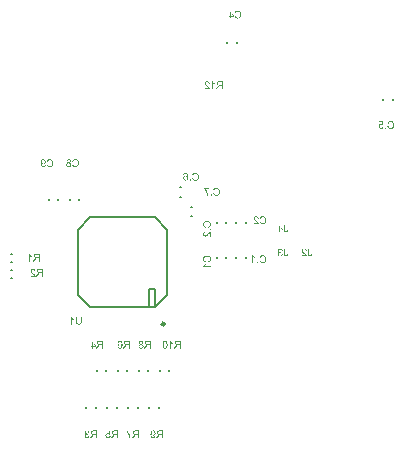
<source format=gbo>
G04*
G04 #@! TF.GenerationSoftware,Altium Limited,Altium Designer,20.0.14 (345)*
G04*
G04 Layer_Color=32896*
%FSLAX25Y25*%
%MOIN*%
G70*
G01*
G75*
%ADD10C,0.00984*%
%ADD12C,0.00787*%
G36*
X133129Y-96696D02*
X133192Y-96700D01*
X133251Y-96711D01*
X133306Y-96722D01*
X133358Y-96737D01*
X133406Y-96751D01*
X133450Y-96770D01*
X133491Y-96788D01*
X133528Y-96807D01*
X133558Y-96825D01*
X133584Y-96840D01*
X133606Y-96855D01*
X133624Y-96866D01*
X133635Y-96877D01*
X133643Y-96881D01*
X133647Y-96885D01*
X133684Y-96921D01*
X133717Y-96962D01*
X133750Y-97007D01*
X133776Y-97051D01*
X133821Y-97140D01*
X133850Y-97228D01*
X133861Y-97269D01*
X133872Y-97310D01*
X133880Y-97343D01*
X133887Y-97373D01*
X133891Y-97399D01*
Y-97417D01*
X133895Y-97428D01*
Y-97432D01*
X133573Y-97465D01*
X133565Y-97380D01*
X133551Y-97306D01*
X133528Y-97240D01*
X133502Y-97188D01*
X133480Y-97143D01*
X133458Y-97114D01*
X133443Y-97095D01*
X133436Y-97088D01*
X133380Y-97044D01*
X133321Y-97010D01*
X133258Y-96984D01*
X133203Y-96970D01*
X133151Y-96959D01*
X133106Y-96955D01*
X133092Y-96951D01*
X133070D01*
X132992Y-96955D01*
X132922Y-96970D01*
X132862Y-96992D01*
X132810Y-97014D01*
X132770Y-97040D01*
X132744Y-97058D01*
X132725Y-97073D01*
X132718Y-97081D01*
X132674Y-97132D01*
X132640Y-97184D01*
X132614Y-97236D01*
X132599Y-97288D01*
X132588Y-97328D01*
X132585Y-97365D01*
X132581Y-97388D01*
Y-97391D01*
Y-97395D01*
X132588Y-97462D01*
X132603Y-97532D01*
X132629Y-97595D01*
X132655Y-97654D01*
X132685Y-97702D01*
X132711Y-97743D01*
X132718Y-97758D01*
X132725Y-97769D01*
X132733Y-97773D01*
Y-97776D01*
X132762Y-97817D01*
X132799Y-97858D01*
X132840Y-97902D01*
X132884Y-97946D01*
X132977Y-98035D01*
X133070Y-98124D01*
X133118Y-98165D01*
X133158Y-98202D01*
X133199Y-98235D01*
X133232Y-98264D01*
X133258Y-98287D01*
X133280Y-98305D01*
X133295Y-98316D01*
X133299Y-98320D01*
X133391Y-98398D01*
X133476Y-98472D01*
X133547Y-98538D01*
X133602Y-98594D01*
X133650Y-98642D01*
X133684Y-98675D01*
X133702Y-98698D01*
X133710Y-98701D01*
Y-98705D01*
X133761Y-98768D01*
X133802Y-98827D01*
X133839Y-98886D01*
X133869Y-98938D01*
X133891Y-98982D01*
X133906Y-99016D01*
X133913Y-99038D01*
X133917Y-99041D01*
Y-99045D01*
X133932Y-99086D01*
X133939Y-99123D01*
X133946Y-99160D01*
X133950Y-99193D01*
X133954Y-99223D01*
Y-99245D01*
Y-99260D01*
Y-99264D01*
X132255D01*
Y-98960D01*
X133517D01*
X133473Y-98897D01*
X133450Y-98871D01*
X133432Y-98845D01*
X133414Y-98823D01*
X133399Y-98808D01*
X133388Y-98797D01*
X133384Y-98794D01*
X133365Y-98775D01*
X133343Y-98757D01*
X133291Y-98709D01*
X133232Y-98653D01*
X133169Y-98598D01*
X133110Y-98549D01*
X133084Y-98527D01*
X133062Y-98505D01*
X133044Y-98490D01*
X133029Y-98479D01*
X133021Y-98472D01*
X133018Y-98468D01*
X132958Y-98416D01*
X132899Y-98368D01*
X132847Y-98320D01*
X132799Y-98279D01*
X132755Y-98239D01*
X132718Y-98202D01*
X132681Y-98168D01*
X132651Y-98139D01*
X132622Y-98109D01*
X132599Y-98087D01*
X132581Y-98068D01*
X132563Y-98050D01*
X132544Y-98028D01*
X132537Y-98020D01*
X132485Y-97957D01*
X132440Y-97902D01*
X132403Y-97847D01*
X132374Y-97802D01*
X132352Y-97761D01*
X132337Y-97732D01*
X132329Y-97713D01*
X132326Y-97706D01*
X132304Y-97650D01*
X132289Y-97595D01*
X132274Y-97543D01*
X132267Y-97499D01*
X132263Y-97458D01*
X132259Y-97428D01*
Y-97410D01*
Y-97402D01*
X132263Y-97347D01*
X132270Y-97295D01*
X132278Y-97243D01*
X132292Y-97199D01*
X132329Y-97110D01*
X132367Y-97040D01*
X132389Y-97007D01*
X132407Y-96981D01*
X132426Y-96955D01*
X132444Y-96936D01*
X132459Y-96921D01*
X132466Y-96907D01*
X132474Y-96903D01*
X132477Y-96899D01*
X132518Y-96862D01*
X132563Y-96829D01*
X132611Y-96803D01*
X132659Y-96781D01*
X132755Y-96744D01*
X132851Y-96718D01*
X132892Y-96711D01*
X132932Y-96703D01*
X132970Y-96700D01*
X132999Y-96696D01*
X133025Y-96692D01*
X133062D01*
X133129Y-96696D01*
D02*
G37*
G36*
X134675Y-98468D02*
Y-98546D01*
X134683Y-98612D01*
X134686Y-98668D01*
X134694Y-98712D01*
X134701Y-98746D01*
X134705Y-98772D01*
X134712Y-98786D01*
Y-98790D01*
X134727Y-98827D01*
X134746Y-98857D01*
X134768Y-98882D01*
X134786Y-98908D01*
X134808Y-98923D01*
X134823Y-98938D01*
X134834Y-98945D01*
X134838Y-98949D01*
X134875Y-98968D01*
X134912Y-98982D01*
X134949Y-98990D01*
X134982Y-98997D01*
X135016Y-99001D01*
X135038Y-99005D01*
X135060D01*
X135119Y-99001D01*
X135175Y-98986D01*
X135219Y-98971D01*
X135260Y-98949D01*
X135290Y-98931D01*
X135312Y-98912D01*
X135326Y-98901D01*
X135330Y-98897D01*
X135349Y-98875D01*
X135363Y-98849D01*
X135386Y-98790D01*
X135408Y-98723D01*
X135419Y-98657D01*
X135430Y-98594D01*
Y-98568D01*
X135434Y-98546D01*
X135437Y-98524D01*
Y-98509D01*
Y-98501D01*
Y-98498D01*
X135745Y-98542D01*
Y-98612D01*
X135741Y-98675D01*
X135730Y-98738D01*
X135722Y-98794D01*
X135707Y-98845D01*
X135693Y-98890D01*
X135678Y-98934D01*
X135663Y-98971D01*
X135645Y-99005D01*
X135630Y-99034D01*
X135615Y-99060D01*
X135600Y-99079D01*
X135589Y-99093D01*
X135582Y-99108D01*
X135578Y-99112D01*
X135574Y-99116D01*
X135537Y-99149D01*
X135500Y-99178D01*
X135460Y-99204D01*
X135415Y-99226D01*
X135330Y-99260D01*
X135249Y-99282D01*
X135171Y-99297D01*
X135142Y-99300D01*
X135112Y-99304D01*
X135090Y-99308D01*
X135056D01*
X134975Y-99304D01*
X134901Y-99293D01*
X134834Y-99278D01*
X134775Y-99260D01*
X134727Y-99245D01*
X134694Y-99230D01*
X134672Y-99219D01*
X134664Y-99215D01*
X134605Y-99178D01*
X134553Y-99134D01*
X134512Y-99090D01*
X134476Y-99049D01*
X134450Y-99008D01*
X134431Y-98979D01*
X134420Y-98956D01*
X134416Y-98953D01*
Y-98949D01*
X134390Y-98875D01*
X134368Y-98797D01*
X134353Y-98712D01*
X134346Y-98631D01*
X134339Y-98561D01*
Y-98531D01*
X134335Y-98501D01*
Y-98479D01*
Y-98464D01*
Y-98453D01*
Y-98449D01*
Y-96703D01*
X134675D01*
Y-98468D01*
D02*
G37*
G36*
X126024Y-90355D02*
Y-90644D01*
X124910D01*
Y-91258D01*
X124596D01*
Y-90644D01*
X124248D01*
Y-90355D01*
X124596D01*
Y-88698D01*
X124851D01*
X126024Y-90355D01*
D02*
G37*
G36*
X126683Y-90462D02*
Y-90540D01*
X126690Y-90607D01*
X126694Y-90662D01*
X126701Y-90707D01*
X126708Y-90740D01*
X126712Y-90766D01*
X126720Y-90781D01*
Y-90784D01*
X126734Y-90821D01*
X126753Y-90851D01*
X126775Y-90877D01*
X126794Y-90903D01*
X126816Y-90918D01*
X126831Y-90932D01*
X126842Y-90940D01*
X126846Y-90943D01*
X126882Y-90962D01*
X126919Y-90977D01*
X126956Y-90984D01*
X126990Y-90992D01*
X127023Y-90995D01*
X127045Y-90999D01*
X127067D01*
X127127Y-90995D01*
X127182Y-90980D01*
X127226Y-90966D01*
X127267Y-90943D01*
X127297Y-90925D01*
X127319Y-90907D01*
X127334Y-90895D01*
X127338Y-90892D01*
X127356Y-90869D01*
X127371Y-90844D01*
X127393Y-90784D01*
X127415Y-90718D01*
X127426Y-90651D01*
X127437Y-90588D01*
Y-90562D01*
X127441Y-90540D01*
X127445Y-90518D01*
Y-90503D01*
Y-90496D01*
Y-90492D01*
X127752Y-90536D01*
Y-90607D01*
X127748Y-90670D01*
X127737Y-90733D01*
X127730Y-90788D01*
X127715Y-90840D01*
X127700Y-90884D01*
X127685Y-90929D01*
X127671Y-90966D01*
X127652Y-90999D01*
X127637Y-91029D01*
X127622Y-91054D01*
X127608Y-91073D01*
X127597Y-91088D01*
X127589Y-91103D01*
X127585Y-91106D01*
X127582Y-91110D01*
X127545Y-91143D01*
X127508Y-91173D01*
X127467Y-91199D01*
X127423Y-91221D01*
X127338Y-91254D01*
X127256Y-91277D01*
X127178Y-91291D01*
X127149Y-91295D01*
X127119Y-91299D01*
X127097Y-91302D01*
X127064D01*
X126982Y-91299D01*
X126908Y-91288D01*
X126842Y-91273D01*
X126783Y-91254D01*
X126734Y-91240D01*
X126701Y-91225D01*
X126679Y-91214D01*
X126672Y-91210D01*
X126612Y-91173D01*
X126560Y-91128D01*
X126520Y-91084D01*
X126483Y-91043D01*
X126457Y-91003D01*
X126438Y-90973D01*
X126427Y-90951D01*
X126424Y-90947D01*
Y-90943D01*
X126398Y-90869D01*
X126375Y-90792D01*
X126361Y-90707D01*
X126353Y-90625D01*
X126346Y-90555D01*
Y-90525D01*
X126342Y-90496D01*
Y-90474D01*
Y-90459D01*
Y-90448D01*
Y-90444D01*
Y-88698D01*
X126683D01*
Y-90462D01*
D02*
G37*
G36*
X125227Y-96700D02*
X125327Y-96718D01*
X125412Y-96748D01*
X125486Y-96777D01*
X125519Y-96796D01*
X125545Y-96811D01*
X125571Y-96825D01*
X125589Y-96840D01*
X125604Y-96851D01*
X125615Y-96859D01*
X125623Y-96862D01*
X125626Y-96866D01*
X125697Y-96936D01*
X125752Y-97014D01*
X125796Y-97095D01*
X125833Y-97177D01*
X125856Y-97247D01*
X125867Y-97277D01*
X125874Y-97303D01*
X125878Y-97325D01*
X125882Y-97339D01*
X125885Y-97351D01*
Y-97354D01*
X125571Y-97410D01*
X125556Y-97328D01*
X125534Y-97258D01*
X125508Y-97199D01*
X125482Y-97151D01*
X125456Y-97114D01*
X125434Y-97088D01*
X125419Y-97069D01*
X125415Y-97066D01*
X125367Y-97029D01*
X125315Y-96999D01*
X125267Y-96981D01*
X125219Y-96966D01*
X125175Y-96959D01*
X125142Y-96951D01*
X125112D01*
X125045Y-96955D01*
X124986Y-96970D01*
X124934Y-96988D01*
X124890Y-97007D01*
X124857Y-97029D01*
X124831Y-97047D01*
X124812Y-97062D01*
X124809Y-97066D01*
X124768Y-97110D01*
X124738Y-97158D01*
X124720Y-97206D01*
X124705Y-97251D01*
X124698Y-97291D01*
X124690Y-97321D01*
Y-97343D01*
Y-97347D01*
Y-97351D01*
Y-97391D01*
X124698Y-97428D01*
X124716Y-97491D01*
X124742Y-97547D01*
X124772Y-97595D01*
X124801Y-97628D01*
X124827Y-97654D01*
X124846Y-97669D01*
X124849Y-97673D01*
X124853D01*
X124916Y-97706D01*
X124975Y-97732D01*
X125038Y-97750D01*
X125093Y-97761D01*
X125142Y-97769D01*
X125182Y-97776D01*
X125230D01*
X125245Y-97773D01*
X125264D01*
X125301Y-98050D01*
X125253Y-98039D01*
X125208Y-98031D01*
X125171Y-98024D01*
X125138Y-98020D01*
X125112Y-98017D01*
X125079D01*
X125001Y-98024D01*
X124931Y-98039D01*
X124868Y-98061D01*
X124816Y-98087D01*
X124775Y-98113D01*
X124746Y-98135D01*
X124727Y-98150D01*
X124720Y-98157D01*
X124672Y-98213D01*
X124635Y-98272D01*
X124609Y-98331D01*
X124594Y-98390D01*
X124583Y-98439D01*
X124579Y-98479D01*
X124575Y-98494D01*
Y-98505D01*
Y-98513D01*
Y-98516D01*
X124583Y-98598D01*
X124601Y-98672D01*
X124624Y-98734D01*
X124653Y-98790D01*
X124683Y-98834D01*
X124705Y-98868D01*
X124723Y-98890D01*
X124731Y-98897D01*
X124790Y-98949D01*
X124853Y-98986D01*
X124916Y-99012D01*
X124975Y-99030D01*
X125027Y-99041D01*
X125068Y-99045D01*
X125082Y-99049D01*
X125105D01*
X125171Y-99045D01*
X125234Y-99030D01*
X125290Y-99012D01*
X125334Y-98990D01*
X125371Y-98971D01*
X125401Y-98953D01*
X125415Y-98938D01*
X125423Y-98934D01*
X125467Y-98882D01*
X125504Y-98823D01*
X125538Y-98760D01*
X125563Y-98694D01*
X125582Y-98638D01*
X125589Y-98612D01*
X125593Y-98590D01*
X125597Y-98572D01*
X125600Y-98557D01*
X125604Y-98549D01*
Y-98546D01*
X125919Y-98586D01*
X125911Y-98646D01*
X125900Y-98701D01*
X125867Y-98805D01*
X125826Y-98894D01*
X125804Y-98931D01*
X125782Y-98968D01*
X125759Y-99001D01*
X125737Y-99027D01*
X125719Y-99053D01*
X125700Y-99071D01*
X125689Y-99086D01*
X125678Y-99097D01*
X125671Y-99104D01*
X125667Y-99108D01*
X125623Y-99141D01*
X125578Y-99175D01*
X125534Y-99201D01*
X125486Y-99223D01*
X125393Y-99260D01*
X125304Y-99282D01*
X125264Y-99289D01*
X125227Y-99297D01*
X125193Y-99300D01*
X125164Y-99304D01*
X125142Y-99308D01*
X125108D01*
X125038Y-99304D01*
X124975Y-99297D01*
X124912Y-99286D01*
X124853Y-99271D01*
X124797Y-99252D01*
X124749Y-99234D01*
X124701Y-99212D01*
X124661Y-99190D01*
X124620Y-99171D01*
X124587Y-99149D01*
X124557Y-99130D01*
X124535Y-99112D01*
X124516Y-99097D01*
X124502Y-99086D01*
X124494Y-99079D01*
X124490Y-99075D01*
X124446Y-99030D01*
X124409Y-98982D01*
X124376Y-98934D01*
X124346Y-98886D01*
X124324Y-98842D01*
X124302Y-98794D01*
X124272Y-98705D01*
X124265Y-98664D01*
X124257Y-98627D01*
X124250Y-98594D01*
X124246Y-98564D01*
X124242Y-98542D01*
Y-98524D01*
Y-98513D01*
Y-98509D01*
X124246Y-98420D01*
X124261Y-98339D01*
X124283Y-98268D01*
X124305Y-98209D01*
X124328Y-98161D01*
X124350Y-98124D01*
X124365Y-98102D01*
X124368Y-98094D01*
X124420Y-98039D01*
X124476Y-97991D01*
X124535Y-97954D01*
X124594Y-97924D01*
X124646Y-97902D01*
X124687Y-97887D01*
X124701Y-97883D01*
X124712Y-97880D01*
X124720Y-97876D01*
X124723D01*
X124661Y-97843D01*
X124609Y-97809D01*
X124564Y-97773D01*
X124527Y-97739D01*
X124498Y-97710D01*
X124476Y-97684D01*
X124464Y-97669D01*
X124461Y-97662D01*
X124431Y-97610D01*
X124409Y-97558D01*
X124390Y-97506D01*
X124379Y-97458D01*
X124372Y-97417D01*
X124368Y-97388D01*
Y-97365D01*
Y-97358D01*
X124372Y-97295D01*
X124383Y-97232D01*
X124398Y-97177D01*
X124416Y-97129D01*
X124435Y-97088D01*
X124450Y-97055D01*
X124461Y-97036D01*
X124464Y-97029D01*
X124502Y-96973D01*
X124546Y-96925D01*
X124590Y-96885D01*
X124635Y-96847D01*
X124672Y-96822D01*
X124705Y-96799D01*
X124727Y-96788D01*
X124731Y-96785D01*
X124735D01*
X124801Y-96755D01*
X124868Y-96733D01*
X124934Y-96714D01*
X124994Y-96703D01*
X125042Y-96696D01*
X125082Y-96692D01*
X125175D01*
X125227Y-96700D01*
D02*
G37*
G36*
X126688Y-98468D02*
Y-98546D01*
X126696Y-98612D01*
X126699Y-98668D01*
X126707Y-98712D01*
X126714Y-98746D01*
X126718Y-98772D01*
X126725Y-98786D01*
Y-98790D01*
X126740Y-98827D01*
X126759Y-98857D01*
X126781Y-98882D01*
X126799Y-98908D01*
X126821Y-98923D01*
X126836Y-98938D01*
X126847Y-98945D01*
X126851Y-98949D01*
X126888Y-98968D01*
X126925Y-98982D01*
X126962Y-98990D01*
X126995Y-98997D01*
X127029Y-99001D01*
X127051Y-99005D01*
X127073D01*
X127132Y-99001D01*
X127188Y-98986D01*
X127232Y-98971D01*
X127273Y-98949D01*
X127302Y-98931D01*
X127325Y-98912D01*
X127339Y-98901D01*
X127343Y-98897D01*
X127362Y-98875D01*
X127376Y-98849D01*
X127399Y-98790D01*
X127421Y-98723D01*
X127432Y-98657D01*
X127443Y-98594D01*
Y-98568D01*
X127447Y-98546D01*
X127450Y-98524D01*
Y-98509D01*
Y-98501D01*
Y-98498D01*
X127758Y-98542D01*
Y-98612D01*
X127754Y-98675D01*
X127743Y-98738D01*
X127735Y-98794D01*
X127720Y-98845D01*
X127706Y-98890D01*
X127691Y-98934D01*
X127676Y-98971D01*
X127658Y-99005D01*
X127643Y-99034D01*
X127628Y-99060D01*
X127613Y-99079D01*
X127602Y-99093D01*
X127595Y-99108D01*
X127591Y-99112D01*
X127587Y-99116D01*
X127550Y-99149D01*
X127513Y-99178D01*
X127473Y-99204D01*
X127428Y-99226D01*
X127343Y-99260D01*
X127262Y-99282D01*
X127184Y-99297D01*
X127154Y-99300D01*
X127125Y-99304D01*
X127103Y-99308D01*
X127069D01*
X126988Y-99304D01*
X126914Y-99293D01*
X126847Y-99278D01*
X126788Y-99260D01*
X126740Y-99245D01*
X126707Y-99230D01*
X126684Y-99219D01*
X126677Y-99215D01*
X126618Y-99178D01*
X126566Y-99134D01*
X126525Y-99090D01*
X126488Y-99049D01*
X126462Y-99008D01*
X126444Y-98979D01*
X126433Y-98956D01*
X126429Y-98953D01*
Y-98949D01*
X126403Y-98875D01*
X126381Y-98797D01*
X126366Y-98712D01*
X126359Y-98631D01*
X126351Y-98561D01*
Y-98531D01*
X126348Y-98501D01*
Y-98479D01*
Y-98464D01*
Y-98453D01*
Y-98449D01*
Y-96703D01*
X126688D01*
Y-98468D01*
D02*
G37*
G36*
X78000Y-157328D02*
Y-159889D01*
X77660D01*
Y-158753D01*
X77223D01*
X77182Y-158756D01*
X77153D01*
X77127Y-158760D01*
X77108Y-158764D01*
X77093D01*
X77086Y-158768D01*
X77082D01*
X77023Y-158786D01*
X76997Y-158797D01*
X76975Y-158808D01*
X76953Y-158819D01*
X76938Y-158827D01*
X76931Y-158830D01*
X76927Y-158834D01*
X76897Y-158856D01*
X76868Y-158882D01*
X76812Y-158938D01*
X76786Y-158964D01*
X76768Y-158986D01*
X76757Y-159001D01*
X76753Y-159004D01*
X76716Y-159056D01*
X76675Y-159112D01*
X76635Y-159171D01*
X76594Y-159226D01*
X76561Y-159278D01*
X76535Y-159319D01*
X76524Y-159334D01*
X76516Y-159345D01*
X76509Y-159352D01*
Y-159356D01*
X76172Y-159889D01*
X75750D01*
X76191Y-159193D01*
X76243Y-159119D01*
X76291Y-159053D01*
X76339Y-158997D01*
X76379Y-158945D01*
X76416Y-158908D01*
X76446Y-158879D01*
X76464Y-158860D01*
X76472Y-158853D01*
X76502Y-158830D01*
X76535Y-158805D01*
X76601Y-158764D01*
X76631Y-158749D01*
X76653Y-158734D01*
X76668Y-158727D01*
X76675Y-158723D01*
X76609Y-158712D01*
X76546Y-158701D01*
X76490Y-158683D01*
X76435Y-158668D01*
X76387Y-158649D01*
X76342Y-158627D01*
X76302Y-158608D01*
X76265Y-158590D01*
X76235Y-158568D01*
X76205Y-158549D01*
X76183Y-158535D01*
X76165Y-158520D01*
X76150Y-158509D01*
X76139Y-158498D01*
X76135Y-158494D01*
X76131Y-158490D01*
X76102Y-158453D01*
X76072Y-158416D01*
X76028Y-158338D01*
X75998Y-158261D01*
X75976Y-158187D01*
X75961Y-158124D01*
X75958Y-158098D01*
Y-158072D01*
X75954Y-158054D01*
Y-158039D01*
Y-158031D01*
Y-158028D01*
X75958Y-157950D01*
X75969Y-157880D01*
X75987Y-157813D01*
X76006Y-157757D01*
X76028Y-157709D01*
X76043Y-157672D01*
X76057Y-157650D01*
X76061Y-157647D01*
Y-157643D01*
X76106Y-157584D01*
X76150Y-157532D01*
X76198Y-157487D01*
X76243Y-157454D01*
X76283Y-157428D01*
X76316Y-157413D01*
X76339Y-157402D01*
X76342Y-157399D01*
X76346D01*
X76379Y-157387D01*
X76420Y-157376D01*
X76502Y-157358D01*
X76590Y-157347D01*
X76672Y-157336D01*
X76749Y-157332D01*
X76783D01*
X76812Y-157328D01*
X78000D01*
D02*
G37*
G36*
X75528Y-157362D02*
Y-157665D01*
X74274D01*
X74363Y-157772D01*
X74448Y-157887D01*
X74522Y-157998D01*
X74592Y-158105D01*
X74622Y-158153D01*
X74648Y-158198D01*
X74674Y-158238D01*
X74692Y-158272D01*
X74707Y-158301D01*
X74718Y-158320D01*
X74726Y-158335D01*
X74729Y-158338D01*
X74803Y-158486D01*
X74870Y-158634D01*
X74925Y-158775D01*
X74948Y-158838D01*
X74970Y-158901D01*
X74992Y-158956D01*
X75007Y-159008D01*
X75021Y-159053D01*
X75033Y-159090D01*
X75044Y-159123D01*
X75051Y-159145D01*
X75055Y-159160D01*
Y-159163D01*
X75092Y-159315D01*
X75107Y-159389D01*
X75118Y-159456D01*
X75129Y-159519D01*
X75140Y-159582D01*
X75147Y-159633D01*
X75155Y-159685D01*
X75158Y-159730D01*
X75162Y-159770D01*
X75166Y-159807D01*
Y-159837D01*
X75169Y-159859D01*
Y-159874D01*
Y-159885D01*
Y-159889D01*
X74848D01*
X74836Y-159748D01*
X74818Y-159619D01*
X74800Y-159500D01*
X74788Y-159445D01*
X74777Y-159393D01*
X74770Y-159348D01*
X74759Y-159308D01*
X74751Y-159271D01*
X74744Y-159241D01*
X74737Y-159219D01*
X74733Y-159201D01*
X74729Y-159189D01*
Y-159186D01*
X74674Y-159016D01*
X74615Y-158856D01*
X74585Y-158779D01*
X74555Y-158705D01*
X74522Y-158638D01*
X74492Y-158572D01*
X74467Y-158512D01*
X74441Y-158460D01*
X74418Y-158416D01*
X74400Y-158375D01*
X74381Y-158342D01*
X74370Y-158320D01*
X74363Y-158305D01*
X74359Y-158301D01*
X74315Y-158224D01*
X74270Y-158146D01*
X74226Y-158076D01*
X74182Y-158009D01*
X74141Y-157950D01*
X74100Y-157891D01*
X74059Y-157839D01*
X74026Y-157794D01*
X73993Y-157750D01*
X73963Y-157713D01*
X73934Y-157684D01*
X73911Y-157658D01*
X73897Y-157635D01*
X73882Y-157621D01*
X73874Y-157613D01*
X73871Y-157609D01*
Y-157362D01*
X75528D01*
D02*
G37*
G36*
X159520Y-55570D02*
X159223Y-55611D01*
X159198Y-55570D01*
X159164Y-55537D01*
X159135Y-55504D01*
X159105Y-55478D01*
X159075Y-55459D01*
X159053Y-55441D01*
X159038Y-55433D01*
X159035Y-55430D01*
X158987Y-55408D01*
X158939Y-55389D01*
X158894Y-55378D01*
X158850Y-55367D01*
X158813Y-55363D01*
X158783Y-55359D01*
X158713D01*
X158668Y-55367D01*
X158591Y-55385D01*
X158524Y-55411D01*
X158465Y-55437D01*
X158421Y-55467D01*
X158387Y-55493D01*
X158369Y-55511D01*
X158361Y-55515D01*
Y-55519D01*
X158310Y-55581D01*
X158273Y-55648D01*
X158247Y-55718D01*
X158228Y-55789D01*
X158217Y-55848D01*
X158213Y-55874D01*
Y-55896D01*
X158210Y-55914D01*
Y-55929D01*
Y-55937D01*
Y-55940D01*
Y-55992D01*
X158217Y-56040D01*
X158236Y-56133D01*
X158262Y-56210D01*
X158287Y-56273D01*
X158317Y-56325D01*
X158343Y-56366D01*
X158354Y-56377D01*
X158361Y-56388D01*
X158365Y-56392D01*
X158369Y-56395D01*
X158398Y-56425D01*
X158428Y-56451D01*
X158495Y-56495D01*
X158557Y-56525D01*
X158620Y-56543D01*
X158672Y-56558D01*
X158717Y-56562D01*
X158731Y-56566D01*
X158754D01*
X158824Y-56562D01*
X158887Y-56547D01*
X158942Y-56529D01*
X158987Y-56506D01*
X159027Y-56484D01*
X159057Y-56466D01*
X159072Y-56451D01*
X159079Y-56447D01*
X159124Y-56395D01*
X159161Y-56340D01*
X159190Y-56277D01*
X159212Y-56221D01*
X159227Y-56166D01*
X159238Y-56125D01*
X159242Y-56107D01*
X159246Y-56096D01*
Y-56088D01*
Y-56085D01*
X159575Y-56111D01*
X159568Y-56170D01*
X159556Y-56225D01*
X159523Y-56329D01*
X159483Y-56418D01*
X159460Y-56458D01*
X159438Y-56492D01*
X159420Y-56525D01*
X159397Y-56555D01*
X159379Y-56577D01*
X159360Y-56595D01*
X159346Y-56610D01*
X159338Y-56625D01*
X159331Y-56629D01*
X159327Y-56632D01*
X159283Y-56665D01*
X159238Y-56695D01*
X159190Y-56721D01*
X159142Y-56743D01*
X159050Y-56776D01*
X158957Y-56799D01*
X158916Y-56810D01*
X158876Y-56814D01*
X158842Y-56817D01*
X158813Y-56821D01*
X158787Y-56825D01*
X158754D01*
X158676Y-56821D01*
X158602Y-56810D01*
X158532Y-56795D01*
X158469Y-56776D01*
X158410Y-56751D01*
X158354Y-56725D01*
X158302Y-56699D01*
X158258Y-56669D01*
X158217Y-56640D01*
X158180Y-56614D01*
X158150Y-56584D01*
X158125Y-56562D01*
X158106Y-56543D01*
X158091Y-56529D01*
X158084Y-56517D01*
X158080Y-56514D01*
X158043Y-56466D01*
X158014Y-56414D01*
X157984Y-56366D01*
X157962Y-56314D01*
X157925Y-56214D01*
X157903Y-56118D01*
X157895Y-56077D01*
X157888Y-56037D01*
X157884Y-56003D01*
X157880Y-55974D01*
X157877Y-55948D01*
Y-55929D01*
Y-55918D01*
Y-55914D01*
X157880Y-55848D01*
X157888Y-55785D01*
X157899Y-55722D01*
X157914Y-55667D01*
X157932Y-55615D01*
X157951Y-55563D01*
X157973Y-55519D01*
X157991Y-55478D01*
X158014Y-55441D01*
X158036Y-55408D01*
X158054Y-55382D01*
X158073Y-55356D01*
X158088Y-55337D01*
X158099Y-55326D01*
X158106Y-55319D01*
X158110Y-55315D01*
X158154Y-55274D01*
X158199Y-55237D01*
X158247Y-55208D01*
X158295Y-55182D01*
X158343Y-55156D01*
X158391Y-55137D01*
X158480Y-55111D01*
X158520Y-55100D01*
X158557Y-55093D01*
X158591Y-55089D01*
X158620Y-55086D01*
X158643Y-55082D01*
X158724D01*
X158768Y-55089D01*
X158857Y-55108D01*
X158939Y-55134D01*
X159013Y-55163D01*
X159072Y-55193D01*
X159098Y-55208D01*
X159120Y-55219D01*
X159138Y-55230D01*
X159150Y-55237D01*
X159157Y-55241D01*
X159161Y-55245D01*
X159024Y-54553D01*
X157999D01*
Y-54253D01*
X159272D01*
X159520Y-55570D01*
D02*
G37*
G36*
X162039Y-54183D02*
X162158Y-54201D01*
X162261Y-54224D01*
X162309Y-54238D01*
X162354Y-54253D01*
X162394Y-54268D01*
X162431Y-54283D01*
X162461Y-54294D01*
X162491Y-54305D01*
X162509Y-54316D01*
X162524Y-54323D01*
X162535Y-54327D01*
X162539Y-54331D01*
X162639Y-54394D01*
X162724Y-54468D01*
X162798Y-54542D01*
X162861Y-54616D01*
X162909Y-54682D01*
X162927Y-54712D01*
X162942Y-54738D01*
X162957Y-54756D01*
X162964Y-54771D01*
X162968Y-54782D01*
X162972Y-54786D01*
X163023Y-54901D01*
X163060Y-55019D01*
X163086Y-55137D01*
X163105Y-55245D01*
X163112Y-55293D01*
X163116Y-55341D01*
X163120Y-55378D01*
Y-55415D01*
X163123Y-55441D01*
Y-55463D01*
Y-55478D01*
Y-55481D01*
X163116Y-55615D01*
X163101Y-55744D01*
X163083Y-55859D01*
X163068Y-55914D01*
X163057Y-55963D01*
X163046Y-56007D01*
X163031Y-56048D01*
X163020Y-56085D01*
X163012Y-56114D01*
X163001Y-56136D01*
X162997Y-56155D01*
X162990Y-56166D01*
Y-56170D01*
X162935Y-56281D01*
X162872Y-56381D01*
X162805Y-56466D01*
X162772Y-56499D01*
X162742Y-56532D01*
X162713Y-56562D01*
X162683Y-56588D01*
X162657Y-56610D01*
X162635Y-56625D01*
X162620Y-56640D01*
X162605Y-56651D01*
X162598Y-56654D01*
X162594Y-56658D01*
X162542Y-56688D01*
X162491Y-56714D01*
X162380Y-56754D01*
X162269Y-56784D01*
X162161Y-56802D01*
X162109Y-56810D01*
X162065Y-56817D01*
X162024Y-56821D01*
X161991D01*
X161961Y-56825D01*
X161921D01*
X161847Y-56821D01*
X161776Y-56814D01*
X161710Y-56806D01*
X161647Y-56791D01*
X161588Y-56773D01*
X161532Y-56754D01*
X161480Y-56736D01*
X161432Y-56714D01*
X161392Y-56695D01*
X161351Y-56677D01*
X161321Y-56658D01*
X161292Y-56640D01*
X161273Y-56625D01*
X161255Y-56617D01*
X161247Y-56610D01*
X161244Y-56606D01*
X161192Y-56562D01*
X161147Y-56517D01*
X161107Y-56466D01*
X161066Y-56414D01*
X161000Y-56310D01*
X160948Y-56207D01*
X160925Y-56159D01*
X160907Y-56114D01*
X160892Y-56073D01*
X160881Y-56040D01*
X160870Y-56011D01*
X160863Y-55988D01*
X160859Y-55974D01*
Y-55970D01*
X161199Y-55885D01*
X161214Y-55944D01*
X161233Y-55999D01*
X161251Y-56051D01*
X161270Y-56099D01*
X161292Y-56144D01*
X161314Y-56181D01*
X161340Y-56218D01*
X161362Y-56251D01*
X161381Y-56281D01*
X161403Y-56303D01*
X161421Y-56325D01*
X161436Y-56344D01*
X161451Y-56355D01*
X161462Y-56366D01*
X161466Y-56370D01*
X161469Y-56373D01*
X161506Y-56403D01*
X161547Y-56425D01*
X161628Y-56466D01*
X161706Y-56495D01*
X161784Y-56514D01*
X161851Y-56529D01*
X161876Y-56532D01*
X161902D01*
X161925Y-56536D01*
X161950D01*
X162036Y-56532D01*
X162117Y-56517D01*
X162191Y-56499D01*
X162258Y-56477D01*
X162309Y-56455D01*
X162331Y-56444D01*
X162350Y-56436D01*
X162365Y-56429D01*
X162376Y-56421D01*
X162383Y-56418D01*
X162387D01*
X162457Y-56366D01*
X162516Y-56310D01*
X162568Y-56247D01*
X162609Y-56188D01*
X162642Y-56136D01*
X162664Y-56092D01*
X162672Y-56073D01*
X162679Y-56062D01*
X162683Y-56055D01*
Y-56051D01*
X162713Y-55955D01*
X162735Y-55859D01*
X162753Y-55763D01*
X162764Y-55674D01*
X162768Y-55633D01*
X162772Y-55596D01*
Y-55563D01*
X162776Y-55537D01*
Y-55515D01*
Y-55496D01*
Y-55485D01*
Y-55481D01*
X162772Y-55385D01*
X162764Y-55296D01*
X162750Y-55215D01*
X162735Y-55141D01*
X162724Y-55078D01*
X162716Y-55052D01*
X162709Y-55030D01*
X162705Y-55012D01*
X162701Y-55001D01*
X162698Y-54993D01*
Y-54989D01*
X162661Y-54904D01*
X162620Y-54827D01*
X162576Y-54764D01*
X162528Y-54708D01*
X162487Y-54664D01*
X162454Y-54634D01*
X162428Y-54616D01*
X162424Y-54608D01*
X162420D01*
X162343Y-54560D01*
X162258Y-54523D01*
X162176Y-54497D01*
X162098Y-54483D01*
X162028Y-54471D01*
X161998Y-54468D01*
X161973D01*
X161954Y-54464D01*
X161925D01*
X161832Y-54468D01*
X161747Y-54483D01*
X161677Y-54505D01*
X161614Y-54527D01*
X161566Y-54553D01*
X161529Y-54571D01*
X161506Y-54586D01*
X161499Y-54593D01*
X161440Y-54649D01*
X161384Y-54712D01*
X161340Y-54778D01*
X161303Y-54845D01*
X161273Y-54904D01*
X161262Y-54934D01*
X161255Y-54956D01*
X161247Y-54975D01*
X161240Y-54989D01*
X161236Y-54997D01*
Y-55001D01*
X160903Y-54923D01*
X160925Y-54856D01*
X160948Y-54797D01*
X160977Y-54742D01*
X161003Y-54686D01*
X161033Y-54638D01*
X161066Y-54593D01*
X161096Y-54549D01*
X161125Y-54512D01*
X161155Y-54483D01*
X161181Y-54453D01*
X161207Y-54427D01*
X161225Y-54409D01*
X161244Y-54390D01*
X161258Y-54379D01*
X161266Y-54375D01*
X161270Y-54372D01*
X161321Y-54338D01*
X161373Y-54305D01*
X161425Y-54279D01*
X161480Y-54257D01*
X161591Y-54224D01*
X161691Y-54201D01*
X161740Y-54190D01*
X161780Y-54186D01*
X161821Y-54183D01*
X161854Y-54179D01*
X161880Y-54175D01*
X161917D01*
X162039Y-54183D01*
D02*
G37*
G36*
X160393Y-56780D02*
X160034D01*
Y-56421D01*
X160393D01*
Y-56780D01*
D02*
G37*
G36*
X111016Y-17364D02*
X111134Y-17382D01*
X111238Y-17404D01*
X111286Y-17419D01*
X111330Y-17434D01*
X111371Y-17449D01*
X111408Y-17463D01*
X111438Y-17474D01*
X111467Y-17486D01*
X111486Y-17497D01*
X111501Y-17504D01*
X111512Y-17508D01*
X111515Y-17512D01*
X111615Y-17574D01*
X111700Y-17648D01*
X111774Y-17722D01*
X111837Y-17796D01*
X111885Y-17863D01*
X111904Y-17893D01*
X111919Y-17919D01*
X111934Y-17937D01*
X111941Y-17952D01*
X111945Y-17963D01*
X111948Y-17967D01*
X112000Y-18081D01*
X112037Y-18200D01*
X112063Y-18318D01*
X112082Y-18425D01*
X112089Y-18474D01*
X112093Y-18522D01*
X112096Y-18559D01*
Y-18596D01*
X112100Y-18621D01*
Y-18644D01*
Y-18658D01*
Y-18662D01*
X112093Y-18795D01*
X112078Y-18925D01*
X112059Y-19040D01*
X112045Y-19095D01*
X112033Y-19143D01*
X112022Y-19188D01*
X112007Y-19228D01*
X111996Y-19265D01*
X111989Y-19295D01*
X111978Y-19317D01*
X111974Y-19336D01*
X111967Y-19347D01*
Y-19350D01*
X111911Y-19461D01*
X111848Y-19561D01*
X111782Y-19646D01*
X111749Y-19680D01*
X111719Y-19713D01*
X111689Y-19743D01*
X111660Y-19769D01*
X111634Y-19791D01*
X111612Y-19805D01*
X111597Y-19820D01*
X111582Y-19831D01*
X111575Y-19835D01*
X111571Y-19839D01*
X111519Y-19868D01*
X111467Y-19894D01*
X111356Y-19935D01*
X111245Y-19965D01*
X111138Y-19983D01*
X111086Y-19990D01*
X111042Y-19998D01*
X111001Y-20002D01*
X110968D01*
X110938Y-20005D01*
X110898D01*
X110824Y-20002D01*
X110753Y-19994D01*
X110687Y-19987D01*
X110624Y-19972D01*
X110564Y-19953D01*
X110509Y-19935D01*
X110457Y-19917D01*
X110409Y-19894D01*
X110368Y-19876D01*
X110328Y-19857D01*
X110298Y-19839D01*
X110268Y-19820D01*
X110250Y-19805D01*
X110231Y-19798D01*
X110224Y-19791D01*
X110220Y-19787D01*
X110169Y-19743D01*
X110124Y-19698D01*
X110083Y-19646D01*
X110043Y-19595D01*
X109976Y-19491D01*
X109924Y-19387D01*
X109902Y-19339D01*
X109884Y-19295D01*
X109869Y-19254D01*
X109858Y-19221D01*
X109847Y-19191D01*
X109839Y-19169D01*
X109836Y-19154D01*
Y-19151D01*
X110176Y-19065D01*
X110191Y-19125D01*
X110209Y-19180D01*
X110228Y-19232D01*
X110246Y-19280D01*
X110268Y-19324D01*
X110291Y-19362D01*
X110317Y-19399D01*
X110339Y-19432D01*
X110357Y-19461D01*
X110380Y-19484D01*
X110398Y-19506D01*
X110413Y-19524D01*
X110428Y-19535D01*
X110439Y-19546D01*
X110442Y-19550D01*
X110446Y-19554D01*
X110483Y-19583D01*
X110524Y-19606D01*
X110605Y-19646D01*
X110683Y-19676D01*
X110761Y-19694D01*
X110827Y-19709D01*
X110853Y-19713D01*
X110879D01*
X110901Y-19717D01*
X110927D01*
X111012Y-19713D01*
X111094Y-19698D01*
X111168Y-19680D01*
X111234Y-19658D01*
X111286Y-19635D01*
X111308Y-19624D01*
X111327Y-19617D01*
X111342Y-19609D01*
X111353Y-19602D01*
X111360Y-19598D01*
X111364D01*
X111434Y-19546D01*
X111493Y-19491D01*
X111545Y-19428D01*
X111586Y-19369D01*
X111619Y-19317D01*
X111641Y-19273D01*
X111649Y-19254D01*
X111656Y-19243D01*
X111660Y-19236D01*
Y-19232D01*
X111689Y-19136D01*
X111712Y-19040D01*
X111730Y-18943D01*
X111741Y-18855D01*
X111745Y-18814D01*
X111749Y-18777D01*
Y-18744D01*
X111752Y-18718D01*
Y-18696D01*
Y-18677D01*
Y-18666D01*
Y-18662D01*
X111749Y-18566D01*
X111741Y-18477D01*
X111726Y-18396D01*
X111712Y-18322D01*
X111700Y-18259D01*
X111693Y-18233D01*
X111686Y-18211D01*
X111682Y-18192D01*
X111678Y-18181D01*
X111674Y-18174D01*
Y-18170D01*
X111637Y-18085D01*
X111597Y-18007D01*
X111552Y-17944D01*
X111504Y-17889D01*
X111464Y-17844D01*
X111430Y-17815D01*
X111404Y-17796D01*
X111401Y-17789D01*
X111397D01*
X111319Y-17741D01*
X111234Y-17704D01*
X111153Y-17678D01*
X111075Y-17663D01*
X111005Y-17652D01*
X110975Y-17648D01*
X110949D01*
X110931Y-17645D01*
X110901D01*
X110809Y-17648D01*
X110724Y-17663D01*
X110653Y-17685D01*
X110590Y-17708D01*
X110542Y-17733D01*
X110505Y-17752D01*
X110483Y-17767D01*
X110476Y-17774D01*
X110416Y-17830D01*
X110361Y-17893D01*
X110317Y-17959D01*
X110280Y-18026D01*
X110250Y-18085D01*
X110239Y-18115D01*
X110231Y-18137D01*
X110224Y-18155D01*
X110217Y-18170D01*
X110213Y-18178D01*
Y-18181D01*
X109880Y-18103D01*
X109902Y-18037D01*
X109924Y-17978D01*
X109954Y-17922D01*
X109980Y-17867D01*
X110010Y-17819D01*
X110043Y-17774D01*
X110072Y-17730D01*
X110102Y-17693D01*
X110132Y-17663D01*
X110158Y-17634D01*
X110183Y-17608D01*
X110202Y-17589D01*
X110220Y-17571D01*
X110235Y-17560D01*
X110243Y-17556D01*
X110246Y-17552D01*
X110298Y-17519D01*
X110350Y-17486D01*
X110402Y-17460D01*
X110457Y-17437D01*
X110568Y-17404D01*
X110668Y-17382D01*
X110716Y-17371D01*
X110757Y-17367D01*
X110798Y-17364D01*
X110831Y-17360D01*
X110857Y-17356D01*
X110894D01*
X111016Y-17364D01*
D02*
G37*
G36*
X109654Y-19058D02*
Y-19347D01*
X108541D01*
Y-19961D01*
X108226D01*
Y-19347D01*
X107878D01*
Y-19058D01*
X108226D01*
Y-17401D01*
X108481D01*
X109654Y-19058D01*
D02*
G37*
G36*
X93619Y-71432D02*
X93690Y-71440D01*
X93756Y-71454D01*
X93819Y-71473D01*
X93875Y-71499D01*
X93930Y-71521D01*
X93978Y-71551D01*
X94023Y-71576D01*
X94059Y-71602D01*
X94096Y-71632D01*
X94126Y-71654D01*
X94148Y-71676D01*
X94167Y-71699D01*
X94182Y-71713D01*
X94189Y-71721D01*
X94193Y-71724D01*
X94241Y-71791D01*
X94282Y-71869D01*
X94318Y-71950D01*
X94352Y-72035D01*
X94378Y-72124D01*
X94400Y-72213D01*
X94418Y-72305D01*
X94433Y-72391D01*
X94444Y-72476D01*
X94452Y-72553D01*
X94459Y-72624D01*
X94463Y-72683D01*
Y-72735D01*
X94467Y-72772D01*
Y-72786D01*
Y-72798D01*
Y-72801D01*
Y-72805D01*
X94463Y-72923D01*
X94455Y-73034D01*
X94444Y-73138D01*
X94426Y-73234D01*
X94407Y-73319D01*
X94389Y-73397D01*
X94367Y-73467D01*
X94341Y-73530D01*
X94318Y-73582D01*
X94296Y-73630D01*
X94278Y-73667D01*
X94256Y-73700D01*
X94241Y-73726D01*
X94230Y-73741D01*
X94222Y-73752D01*
X94219Y-73756D01*
X94170Y-73808D01*
X94119Y-73852D01*
X94067Y-73889D01*
X94015Y-73922D01*
X93960Y-73952D01*
X93908Y-73974D01*
X93856Y-73993D01*
X93804Y-74007D01*
X93760Y-74019D01*
X93715Y-74030D01*
X93678Y-74037D01*
X93645Y-74041D01*
X93616D01*
X93597Y-74044D01*
X93578D01*
X93493Y-74041D01*
X93416Y-74026D01*
X93345Y-74011D01*
X93283Y-73989D01*
X93234Y-73970D01*
X93197Y-73952D01*
X93183Y-73948D01*
X93172Y-73941D01*
X93168Y-73937D01*
X93164D01*
X93101Y-73893D01*
X93042Y-73841D01*
X92994Y-73789D01*
X92953Y-73737D01*
X92920Y-73689D01*
X92898Y-73652D01*
X92890Y-73637D01*
X92883Y-73626D01*
X92879Y-73623D01*
Y-73619D01*
X92842Y-73541D01*
X92816Y-73460D01*
X92798Y-73386D01*
X92787Y-73316D01*
X92776Y-73256D01*
Y-73234D01*
X92772Y-73212D01*
Y-73193D01*
Y-73182D01*
Y-73175D01*
Y-73171D01*
X92776Y-73105D01*
X92783Y-73042D01*
X92794Y-72979D01*
X92805Y-72923D01*
X92824Y-72872D01*
X92842Y-72820D01*
X92861Y-72775D01*
X92883Y-72735D01*
X92905Y-72698D01*
X92924Y-72664D01*
X92942Y-72638D01*
X92961Y-72613D01*
X92972Y-72594D01*
X92983Y-72583D01*
X92990Y-72575D01*
X92994Y-72572D01*
X93035Y-72531D01*
X93079Y-72494D01*
X93127Y-72465D01*
X93172Y-72439D01*
X93216Y-72413D01*
X93260Y-72394D01*
X93345Y-72368D01*
X93382Y-72357D01*
X93419Y-72350D01*
X93449Y-72346D01*
X93479Y-72342D01*
X93501Y-72339D01*
X93530D01*
X93597Y-72342D01*
X93660Y-72354D01*
X93719Y-72365D01*
X93771Y-72379D01*
X93815Y-72398D01*
X93849Y-72409D01*
X93871Y-72420D01*
X93875Y-72424D01*
X93878D01*
X93937Y-72461D01*
X93989Y-72501D01*
X94037Y-72542D01*
X94074Y-72587D01*
X94108Y-72624D01*
X94134Y-72653D01*
X94148Y-72675D01*
X94152Y-72679D01*
Y-72613D01*
X94148Y-72546D01*
X94145Y-72487D01*
X94137Y-72427D01*
X94134Y-72376D01*
X94126Y-72328D01*
X94119Y-72283D01*
X94108Y-72242D01*
X94100Y-72206D01*
X94093Y-72176D01*
X94085Y-72150D01*
X94082Y-72128D01*
X94074Y-72113D01*
X94071Y-72102D01*
X94067Y-72095D01*
Y-72091D01*
X94030Y-72017D01*
X93993Y-71950D01*
X93952Y-71898D01*
X93915Y-71854D01*
X93882Y-71817D01*
X93856Y-71791D01*
X93837Y-71776D01*
X93830Y-71773D01*
X93786Y-71743D01*
X93741Y-71724D01*
X93697Y-71710D01*
X93652Y-71699D01*
X93619Y-71691D01*
X93590Y-71688D01*
X93564D01*
X93497Y-71695D01*
X93434Y-71710D01*
X93382Y-71732D01*
X93334Y-71754D01*
X93297Y-71780D01*
X93271Y-71802D01*
X93257Y-71817D01*
X93249Y-71824D01*
X93223Y-71858D01*
X93197Y-71898D01*
X93175Y-71943D01*
X93160Y-71987D01*
X93146Y-72028D01*
X93134Y-72061D01*
X93131Y-72083D01*
X93127Y-72087D01*
Y-72091D01*
X92813Y-72065D01*
X92835Y-71961D01*
X92868Y-71869D01*
X92905Y-71787D01*
X92946Y-71721D01*
X92987Y-71669D01*
X93001Y-71647D01*
X93020Y-71628D01*
X93031Y-71617D01*
X93042Y-71606D01*
X93046Y-71602D01*
X93049Y-71599D01*
X93086Y-71569D01*
X93127Y-71543D01*
X93208Y-71499D01*
X93290Y-71469D01*
X93368Y-71451D01*
X93438Y-71436D01*
X93467Y-71432D01*
X93493D01*
X93516Y-71429D01*
X93545D01*
X93619Y-71432D01*
D02*
G37*
G36*
X96916Y-71403D02*
X97034Y-71421D01*
X97138Y-71443D01*
X97186Y-71458D01*
X97230Y-71473D01*
X97271Y-71488D01*
X97308Y-71503D01*
X97338Y-71514D01*
X97367Y-71525D01*
X97386Y-71536D01*
X97401Y-71543D01*
X97412Y-71547D01*
X97415Y-71551D01*
X97515Y-71614D01*
X97600Y-71688D01*
X97674Y-71762D01*
X97737Y-71836D01*
X97785Y-71902D01*
X97804Y-71932D01*
X97819Y-71958D01*
X97834Y-71976D01*
X97841Y-71991D01*
X97845Y-72002D01*
X97848Y-72006D01*
X97900Y-72120D01*
X97937Y-72239D01*
X97963Y-72357D01*
X97982Y-72465D01*
X97989Y-72513D01*
X97993Y-72561D01*
X97996Y-72598D01*
Y-72635D01*
X98000Y-72661D01*
Y-72683D01*
Y-72698D01*
Y-72701D01*
X97993Y-72834D01*
X97978Y-72964D01*
X97959Y-73079D01*
X97944Y-73134D01*
X97933Y-73182D01*
X97922Y-73227D01*
X97908Y-73267D01*
X97896Y-73304D01*
X97889Y-73334D01*
X97878Y-73356D01*
X97874Y-73375D01*
X97867Y-73386D01*
Y-73390D01*
X97811Y-73501D01*
X97748Y-73600D01*
X97682Y-73685D01*
X97649Y-73719D01*
X97619Y-73752D01*
X97589Y-73782D01*
X97560Y-73808D01*
X97534Y-73830D01*
X97512Y-73845D01*
X97497Y-73859D01*
X97482Y-73870D01*
X97475Y-73874D01*
X97471Y-73878D01*
X97419Y-73908D01*
X97367Y-73933D01*
X97256Y-73974D01*
X97145Y-74004D01*
X97038Y-74022D01*
X96986Y-74030D01*
X96942Y-74037D01*
X96901Y-74041D01*
X96868D01*
X96838Y-74044D01*
X96798D01*
X96724Y-74041D01*
X96653Y-74033D01*
X96587Y-74026D01*
X96524Y-74011D01*
X96465Y-73993D01*
X96409Y-73974D01*
X96357Y-73956D01*
X96309Y-73933D01*
X96268Y-73915D01*
X96228Y-73896D01*
X96198Y-73878D01*
X96169Y-73859D01*
X96150Y-73845D01*
X96131Y-73837D01*
X96124Y-73830D01*
X96120Y-73826D01*
X96069Y-73782D01*
X96024Y-73737D01*
X95983Y-73685D01*
X95943Y-73634D01*
X95876Y-73530D01*
X95824Y-73427D01*
X95802Y-73378D01*
X95784Y-73334D01*
X95769Y-73293D01*
X95758Y-73260D01*
X95747Y-73230D01*
X95739Y-73208D01*
X95736Y-73193D01*
Y-73190D01*
X96076Y-73105D01*
X96091Y-73164D01*
X96109Y-73219D01*
X96128Y-73271D01*
X96146Y-73319D01*
X96169Y-73364D01*
X96191Y-73401D01*
X96217Y-73438D01*
X96239Y-73471D01*
X96257Y-73501D01*
X96280Y-73523D01*
X96298Y-73545D01*
X96313Y-73563D01*
X96328Y-73575D01*
X96339Y-73586D01*
X96342Y-73589D01*
X96346Y-73593D01*
X96383Y-73623D01*
X96424Y-73645D01*
X96505Y-73685D01*
X96583Y-73715D01*
X96661Y-73734D01*
X96727Y-73748D01*
X96753Y-73752D01*
X96779D01*
X96801Y-73756D01*
X96827D01*
X96912Y-73752D01*
X96994Y-73737D01*
X97068Y-73719D01*
X97134Y-73697D01*
X97186Y-73674D01*
X97208Y-73663D01*
X97227Y-73656D01*
X97241Y-73649D01*
X97253Y-73641D01*
X97260Y-73637D01*
X97264D01*
X97334Y-73586D01*
X97393Y-73530D01*
X97445Y-73467D01*
X97486Y-73408D01*
X97519Y-73356D01*
X97541Y-73312D01*
X97549Y-73293D01*
X97556Y-73282D01*
X97560Y-73275D01*
Y-73271D01*
X97589Y-73175D01*
X97611Y-73079D01*
X97630Y-72983D01*
X97641Y-72894D01*
X97645Y-72853D01*
X97649Y-72816D01*
Y-72783D01*
X97652Y-72757D01*
Y-72735D01*
Y-72716D01*
Y-72705D01*
Y-72701D01*
X97649Y-72605D01*
X97641Y-72516D01*
X97626Y-72435D01*
X97611Y-72361D01*
X97600Y-72298D01*
X97593Y-72272D01*
X97586Y-72250D01*
X97582Y-72231D01*
X97578Y-72220D01*
X97575Y-72213D01*
Y-72209D01*
X97537Y-72124D01*
X97497Y-72046D01*
X97452Y-71983D01*
X97404Y-71928D01*
X97364Y-71884D01*
X97330Y-71854D01*
X97304Y-71836D01*
X97301Y-71828D01*
X97297D01*
X97219Y-71780D01*
X97134Y-71743D01*
X97053Y-71717D01*
X96975Y-71702D01*
X96905Y-71691D01*
X96875Y-71688D01*
X96849D01*
X96831Y-71684D01*
X96801D01*
X96709Y-71688D01*
X96624Y-71702D01*
X96553Y-71724D01*
X96490Y-71747D01*
X96442Y-71773D01*
X96405Y-71791D01*
X96383Y-71806D01*
X96376Y-71813D01*
X96316Y-71869D01*
X96261Y-71932D01*
X96217Y-71998D01*
X96180Y-72065D01*
X96150Y-72124D01*
X96139Y-72154D01*
X96131Y-72176D01*
X96124Y-72194D01*
X96117Y-72209D01*
X96113Y-72217D01*
Y-72220D01*
X95780Y-72143D01*
X95802Y-72076D01*
X95824Y-72017D01*
X95854Y-71961D01*
X95880Y-71906D01*
X95910Y-71858D01*
X95943Y-71813D01*
X95972Y-71769D01*
X96002Y-71732D01*
X96032Y-71702D01*
X96057Y-71673D01*
X96083Y-71647D01*
X96102Y-71628D01*
X96120Y-71610D01*
X96135Y-71599D01*
X96143Y-71595D01*
X96146Y-71591D01*
X96198Y-71558D01*
X96250Y-71525D01*
X96302Y-71499D01*
X96357Y-71477D01*
X96468Y-71443D01*
X96568Y-71421D01*
X96616Y-71410D01*
X96657Y-71406D01*
X96698Y-71403D01*
X96731Y-71399D01*
X96757Y-71395D01*
X96794D01*
X96916Y-71403D01*
D02*
G37*
G36*
X95269Y-74000D02*
X94911D01*
Y-73641D01*
X95269D01*
Y-74000D01*
D02*
G37*
G36*
X100779Y-40932D02*
X100842Y-40936D01*
X100901Y-40947D01*
X100957Y-40958D01*
X101009Y-40973D01*
X101057Y-40988D01*
X101101Y-41006D01*
X101142Y-41025D01*
X101179Y-41043D01*
X101208Y-41062D01*
X101234Y-41076D01*
X101257Y-41091D01*
X101275Y-41102D01*
X101286Y-41113D01*
X101294Y-41117D01*
X101297Y-41121D01*
X101334Y-41158D01*
X101368Y-41199D01*
X101401Y-41243D01*
X101427Y-41287D01*
X101471Y-41376D01*
X101501Y-41465D01*
X101512Y-41506D01*
X101523Y-41546D01*
X101530Y-41580D01*
X101538Y-41609D01*
X101541Y-41635D01*
Y-41654D01*
X101545Y-41665D01*
Y-41668D01*
X101223Y-41702D01*
X101216Y-41617D01*
X101201Y-41543D01*
X101179Y-41476D01*
X101153Y-41424D01*
X101131Y-41380D01*
X101109Y-41350D01*
X101094Y-41332D01*
X101086Y-41324D01*
X101031Y-41280D01*
X100972Y-41247D01*
X100909Y-41221D01*
X100853Y-41206D01*
X100802Y-41195D01*
X100757Y-41191D01*
X100742Y-41188D01*
X100720D01*
X100642Y-41191D01*
X100572Y-41206D01*
X100513Y-41228D01*
X100461Y-41250D01*
X100420Y-41276D01*
X100394Y-41295D01*
X100376Y-41310D01*
X100369Y-41317D01*
X100324Y-41369D01*
X100291Y-41421D01*
X100265Y-41472D01*
X100250Y-41524D01*
X100239Y-41565D01*
X100235Y-41602D01*
X100232Y-41624D01*
Y-41628D01*
Y-41631D01*
X100239Y-41698D01*
X100254Y-41768D01*
X100280Y-41831D01*
X100306Y-41890D01*
X100335Y-41939D01*
X100361Y-41979D01*
X100369Y-41994D01*
X100376Y-42005D01*
X100383Y-42009D01*
Y-42013D01*
X100413Y-42053D01*
X100450Y-42094D01*
X100491Y-42138D01*
X100535Y-42183D01*
X100628Y-42272D01*
X100720Y-42360D01*
X100768Y-42401D01*
X100809Y-42438D01*
X100850Y-42471D01*
X100883Y-42501D01*
X100909Y-42523D01*
X100931Y-42542D01*
X100946Y-42553D01*
X100950Y-42557D01*
X101042Y-42634D01*
X101127Y-42708D01*
X101197Y-42775D01*
X101253Y-42830D01*
X101301Y-42878D01*
X101334Y-42912D01*
X101353Y-42934D01*
X101360Y-42938D01*
Y-42941D01*
X101412Y-43004D01*
X101453Y-43063D01*
X101490Y-43123D01*
X101519Y-43174D01*
X101541Y-43219D01*
X101556Y-43252D01*
X101564Y-43274D01*
X101567Y-43278D01*
Y-43282D01*
X101582Y-43322D01*
X101590Y-43359D01*
X101597Y-43396D01*
X101601Y-43430D01*
X101604Y-43459D01*
Y-43481D01*
Y-43496D01*
Y-43500D01*
X99906D01*
Y-43197D01*
X101168D01*
X101123Y-43134D01*
X101101Y-43108D01*
X101083Y-43082D01*
X101064Y-43060D01*
X101049Y-43045D01*
X101038Y-43034D01*
X101035Y-43030D01*
X101016Y-43012D01*
X100994Y-42993D01*
X100942Y-42945D01*
X100883Y-42889D01*
X100820Y-42834D01*
X100761Y-42786D01*
X100735Y-42764D01*
X100713Y-42742D01*
X100694Y-42727D01*
X100679Y-42716D01*
X100672Y-42708D01*
X100668Y-42704D01*
X100609Y-42653D01*
X100550Y-42605D01*
X100498Y-42557D01*
X100450Y-42516D01*
X100406Y-42475D01*
X100369Y-42438D01*
X100332Y-42405D01*
X100302Y-42375D01*
X100272Y-42346D01*
X100250Y-42323D01*
X100232Y-42305D01*
X100213Y-42286D01*
X100195Y-42264D01*
X100187Y-42257D01*
X100136Y-42194D01*
X100091Y-42138D01*
X100054Y-42083D01*
X100024Y-42039D01*
X100002Y-41998D01*
X99988Y-41968D01*
X99980Y-41950D01*
X99976Y-41942D01*
X99954Y-41887D01*
X99939Y-41831D01*
X99925Y-41780D01*
X99917Y-41735D01*
X99914Y-41694D01*
X99910Y-41665D01*
Y-41646D01*
Y-41639D01*
X99914Y-41583D01*
X99921Y-41532D01*
X99928Y-41480D01*
X99943Y-41435D01*
X99980Y-41347D01*
X100017Y-41276D01*
X100039Y-41243D01*
X100058Y-41217D01*
X100076Y-41191D01*
X100095Y-41173D01*
X100110Y-41158D01*
X100117Y-41143D01*
X100124Y-41139D01*
X100128Y-41136D01*
X100169Y-41099D01*
X100213Y-41065D01*
X100261Y-41039D01*
X100309Y-41017D01*
X100406Y-40980D01*
X100502Y-40954D01*
X100542Y-40947D01*
X100583Y-40940D01*
X100620Y-40936D01*
X100650Y-40932D01*
X100676Y-40929D01*
X100713D01*
X100779Y-40932D01*
D02*
G37*
G36*
X102607Y-40991D02*
X102648Y-41051D01*
X102696Y-41110D01*
X102740Y-41162D01*
X102785Y-41206D01*
X102818Y-41243D01*
X102833Y-41254D01*
X102844Y-41265D01*
X102848Y-41269D01*
X102851Y-41273D01*
X102929Y-41335D01*
X103007Y-41395D01*
X103081Y-41447D01*
X103155Y-41487D01*
X103218Y-41524D01*
X103244Y-41539D01*
X103266Y-41550D01*
X103284Y-41561D01*
X103299Y-41565D01*
X103306Y-41572D01*
X103310D01*
Y-41876D01*
X103255Y-41853D01*
X103199Y-41828D01*
X103144Y-41802D01*
X103092Y-41776D01*
X103047Y-41754D01*
X103010Y-41735D01*
X102988Y-41720D01*
X102984Y-41717D01*
X102981D01*
X102914Y-41676D01*
X102855Y-41635D01*
X102803Y-41598D01*
X102762Y-41565D01*
X102726Y-41539D01*
X102703Y-41517D01*
X102685Y-41502D01*
X102681Y-41498D01*
Y-43500D01*
X102367D01*
Y-40929D01*
X102570D01*
X102607Y-40991D01*
D02*
G37*
G36*
X106000Y-43500D02*
X105660D01*
Y-42364D01*
X105223D01*
X105182Y-42368D01*
X105153D01*
X105127Y-42371D01*
X105108Y-42375D01*
X105094D01*
X105086Y-42379D01*
X105082D01*
X105023Y-42397D01*
X104997Y-42408D01*
X104975Y-42420D01*
X104953Y-42431D01*
X104938Y-42438D01*
X104931Y-42442D01*
X104927Y-42445D01*
X104897Y-42468D01*
X104868Y-42494D01*
X104812Y-42549D01*
X104786Y-42575D01*
X104768Y-42597D01*
X104757Y-42612D01*
X104753Y-42616D01*
X104716Y-42667D01*
X104675Y-42723D01*
X104635Y-42782D01*
X104594Y-42838D01*
X104561Y-42889D01*
X104535Y-42930D01*
X104524Y-42945D01*
X104516Y-42956D01*
X104509Y-42963D01*
Y-42967D01*
X104172Y-43500D01*
X103750D01*
X104191Y-42804D01*
X104243Y-42730D01*
X104291Y-42664D01*
X104339Y-42608D01*
X104379Y-42557D01*
X104416Y-42520D01*
X104446Y-42490D01*
X104464Y-42471D01*
X104472Y-42464D01*
X104501Y-42442D01*
X104535Y-42416D01*
X104601Y-42375D01*
X104631Y-42360D01*
X104653Y-42346D01*
X104668Y-42338D01*
X104675Y-42334D01*
X104609Y-42323D01*
X104546Y-42312D01*
X104490Y-42294D01*
X104435Y-42279D01*
X104387Y-42261D01*
X104342Y-42238D01*
X104302Y-42220D01*
X104265Y-42201D01*
X104235Y-42179D01*
X104206Y-42161D01*
X104183Y-42146D01*
X104165Y-42131D01*
X104150Y-42120D01*
X104139Y-42109D01*
X104135Y-42105D01*
X104131Y-42101D01*
X104102Y-42064D01*
X104072Y-42027D01*
X104028Y-41950D01*
X103998Y-41872D01*
X103976Y-41798D01*
X103961Y-41735D01*
X103958Y-41709D01*
Y-41683D01*
X103954Y-41665D01*
Y-41650D01*
Y-41643D01*
Y-41639D01*
X103958Y-41561D01*
X103969Y-41491D01*
X103987Y-41424D01*
X104006Y-41369D01*
X104028Y-41321D01*
X104043Y-41284D01*
X104058Y-41262D01*
X104061Y-41258D01*
Y-41254D01*
X104106Y-41195D01*
X104150Y-41143D01*
X104198Y-41099D01*
X104243Y-41065D01*
X104283Y-41039D01*
X104316Y-41025D01*
X104339Y-41014D01*
X104342Y-41010D01*
X104346D01*
X104379Y-40999D01*
X104420Y-40988D01*
X104501Y-40969D01*
X104590Y-40958D01*
X104672Y-40947D01*
X104749Y-40943D01*
X104783D01*
X104812Y-40940D01*
X106000D01*
Y-43500D01*
D02*
G37*
G36*
X103916Y-76403D02*
X104034Y-76421D01*
X104138Y-76443D01*
X104186Y-76458D01*
X104230Y-76473D01*
X104271Y-76488D01*
X104308Y-76503D01*
X104338Y-76514D01*
X104367Y-76525D01*
X104386Y-76536D01*
X104401Y-76543D01*
X104412Y-76547D01*
X104415Y-76551D01*
X104515Y-76613D01*
X104600Y-76688D01*
X104674Y-76762D01*
X104737Y-76836D01*
X104785Y-76902D01*
X104804Y-76932D01*
X104819Y-76958D01*
X104833Y-76976D01*
X104841Y-76991D01*
X104845Y-77002D01*
X104848Y-77006D01*
X104900Y-77120D01*
X104937Y-77239D01*
X104963Y-77357D01*
X104982Y-77464D01*
X104989Y-77513D01*
X104993Y-77561D01*
X104996Y-77598D01*
Y-77635D01*
X105000Y-77661D01*
Y-77683D01*
Y-77698D01*
Y-77701D01*
X104993Y-77834D01*
X104978Y-77964D01*
X104959Y-78079D01*
X104945Y-78134D01*
X104933Y-78182D01*
X104922Y-78227D01*
X104908Y-78267D01*
X104896Y-78304D01*
X104889Y-78334D01*
X104878Y-78356D01*
X104874Y-78375D01*
X104867Y-78386D01*
Y-78390D01*
X104811Y-78500D01*
X104748Y-78600D01*
X104682Y-78685D01*
X104648Y-78719D01*
X104619Y-78752D01*
X104589Y-78782D01*
X104560Y-78808D01*
X104534Y-78830D01*
X104512Y-78845D01*
X104497Y-78859D01*
X104482Y-78870D01*
X104475Y-78874D01*
X104471Y-78878D01*
X104419Y-78908D01*
X104367Y-78933D01*
X104256Y-78974D01*
X104145Y-79004D01*
X104038Y-79022D01*
X103986Y-79030D01*
X103942Y-79037D01*
X103901Y-79041D01*
X103868D01*
X103838Y-79044D01*
X103797D01*
X103724Y-79041D01*
X103653Y-79033D01*
X103587Y-79026D01*
X103524Y-79011D01*
X103464Y-78993D01*
X103409Y-78974D01*
X103357Y-78956D01*
X103309Y-78933D01*
X103268Y-78915D01*
X103228Y-78896D01*
X103198Y-78878D01*
X103168Y-78859D01*
X103150Y-78845D01*
X103131Y-78837D01*
X103124Y-78830D01*
X103120Y-78826D01*
X103069Y-78782D01*
X103024Y-78737D01*
X102983Y-78685D01*
X102943Y-78634D01*
X102876Y-78530D01*
X102824Y-78426D01*
X102802Y-78378D01*
X102784Y-78334D01*
X102769Y-78293D01*
X102758Y-78260D01*
X102747Y-78230D01*
X102739Y-78208D01*
X102736Y-78193D01*
Y-78190D01*
X103076Y-78105D01*
X103091Y-78164D01*
X103109Y-78219D01*
X103128Y-78271D01*
X103146Y-78319D01*
X103168Y-78364D01*
X103191Y-78401D01*
X103217Y-78438D01*
X103239Y-78471D01*
X103257Y-78500D01*
X103279Y-78523D01*
X103298Y-78545D01*
X103313Y-78563D01*
X103328Y-78575D01*
X103339Y-78586D01*
X103342Y-78589D01*
X103346Y-78593D01*
X103383Y-78623D01*
X103424Y-78645D01*
X103505Y-78685D01*
X103583Y-78715D01*
X103661Y-78734D01*
X103727Y-78748D01*
X103753Y-78752D01*
X103779D01*
X103801Y-78756D01*
X103827D01*
X103912Y-78752D01*
X103994Y-78737D01*
X104068Y-78719D01*
X104134Y-78697D01*
X104186Y-78674D01*
X104208Y-78663D01*
X104227Y-78656D01*
X104242Y-78649D01*
X104253Y-78641D01*
X104260Y-78637D01*
X104264D01*
X104334Y-78586D01*
X104393Y-78530D01*
X104445Y-78467D01*
X104486Y-78408D01*
X104519Y-78356D01*
X104541Y-78312D01*
X104549Y-78293D01*
X104556Y-78282D01*
X104560Y-78275D01*
Y-78271D01*
X104589Y-78175D01*
X104612Y-78079D01*
X104630Y-77982D01*
X104641Y-77894D01*
X104645Y-77853D01*
X104648Y-77816D01*
Y-77783D01*
X104652Y-77757D01*
Y-77735D01*
Y-77716D01*
Y-77705D01*
Y-77701D01*
X104648Y-77605D01*
X104641Y-77516D01*
X104626Y-77435D01*
X104612Y-77361D01*
X104600Y-77298D01*
X104593Y-77272D01*
X104586Y-77250D01*
X104582Y-77231D01*
X104578Y-77220D01*
X104575Y-77213D01*
Y-77209D01*
X104537Y-77124D01*
X104497Y-77046D01*
X104452Y-76983D01*
X104404Y-76928D01*
X104364Y-76884D01*
X104330Y-76854D01*
X104304Y-76836D01*
X104301Y-76828D01*
X104297D01*
X104219Y-76780D01*
X104134Y-76743D01*
X104053Y-76717D01*
X103975Y-76702D01*
X103905Y-76691D01*
X103875Y-76688D01*
X103849D01*
X103831Y-76684D01*
X103801D01*
X103709Y-76688D01*
X103624Y-76702D01*
X103553Y-76724D01*
X103490Y-76747D01*
X103442Y-76773D01*
X103405Y-76791D01*
X103383Y-76806D01*
X103376Y-76813D01*
X103316Y-76869D01*
X103261Y-76932D01*
X103217Y-76998D01*
X103180Y-77065D01*
X103150Y-77124D01*
X103139Y-77154D01*
X103131Y-77176D01*
X103124Y-77194D01*
X103117Y-77209D01*
X103113Y-77217D01*
Y-77220D01*
X102780Y-77143D01*
X102802Y-77076D01*
X102824Y-77017D01*
X102854Y-76961D01*
X102880Y-76906D01*
X102910Y-76858D01*
X102943Y-76813D01*
X102972Y-76769D01*
X103002Y-76732D01*
X103032Y-76702D01*
X103058Y-76673D01*
X103083Y-76647D01*
X103102Y-76628D01*
X103120Y-76610D01*
X103135Y-76599D01*
X103143Y-76595D01*
X103146Y-76591D01*
X103198Y-76558D01*
X103250Y-76525D01*
X103302Y-76499D01*
X103357Y-76477D01*
X103468Y-76443D01*
X103568Y-76421D01*
X103616Y-76410D01*
X103657Y-76406D01*
X103698Y-76403D01*
X103731Y-76399D01*
X103757Y-76395D01*
X103794D01*
X103916Y-76403D01*
D02*
G37*
G36*
X102269Y-79000D02*
X101910D01*
Y-78641D01*
X102269D01*
Y-79000D01*
D02*
G37*
G36*
X101429Y-76776D02*
X100175D01*
X100264Y-76884D01*
X100349Y-76998D01*
X100423Y-77109D01*
X100493Y-77217D01*
X100523Y-77265D01*
X100549Y-77309D01*
X100575Y-77350D01*
X100593Y-77383D01*
X100608Y-77413D01*
X100619Y-77431D01*
X100627Y-77446D01*
X100630Y-77450D01*
X100704Y-77598D01*
X100771Y-77746D01*
X100826Y-77886D01*
X100849Y-77949D01*
X100871Y-78012D01*
X100893Y-78068D01*
X100908Y-78119D01*
X100923Y-78164D01*
X100934Y-78201D01*
X100945Y-78234D01*
X100952Y-78256D01*
X100956Y-78271D01*
Y-78275D01*
X100993Y-78426D01*
X101008Y-78500D01*
X101019Y-78567D01*
X101030Y-78630D01*
X101041Y-78693D01*
X101048Y-78745D01*
X101056Y-78796D01*
X101059Y-78841D01*
X101063Y-78882D01*
X101067Y-78919D01*
Y-78948D01*
X101071Y-78970D01*
Y-78985D01*
Y-78996D01*
Y-79000D01*
X100749D01*
X100738Y-78859D01*
X100719Y-78730D01*
X100701Y-78611D01*
X100689Y-78556D01*
X100678Y-78504D01*
X100671Y-78460D01*
X100660Y-78419D01*
X100653Y-78382D01*
X100645Y-78352D01*
X100638Y-78330D01*
X100634Y-78312D01*
X100630Y-78301D01*
Y-78297D01*
X100575Y-78127D01*
X100516Y-77968D01*
X100486Y-77890D01*
X100456Y-77816D01*
X100423Y-77749D01*
X100393Y-77683D01*
X100368Y-77624D01*
X100342Y-77572D01*
X100320Y-77527D01*
X100301Y-77487D01*
X100283Y-77453D01*
X100271Y-77431D01*
X100264Y-77416D01*
X100260Y-77413D01*
X100216Y-77335D01*
X100171Y-77257D01*
X100127Y-77187D01*
X100083Y-77120D01*
X100042Y-77061D01*
X100001Y-77002D01*
X99961Y-76950D01*
X99927Y-76906D01*
X99894Y-76861D01*
X99864Y-76824D01*
X99835Y-76795D01*
X99813Y-76769D01*
X99798Y-76747D01*
X99783Y-76732D01*
X99776Y-76724D01*
X99772Y-76721D01*
Y-76473D01*
X101429D01*
Y-76776D01*
D02*
G37*
G36*
X100835Y-87507D02*
X100964Y-87522D01*
X101079Y-87541D01*
X101134Y-87555D01*
X101182Y-87567D01*
X101227Y-87578D01*
X101267Y-87593D01*
X101304Y-87604D01*
X101334Y-87611D01*
X101356Y-87622D01*
X101375Y-87626D01*
X101386Y-87633D01*
X101390D01*
X101500Y-87689D01*
X101600Y-87752D01*
X101686Y-87818D01*
X101719Y-87852D01*
X101752Y-87881D01*
X101782Y-87911D01*
X101808Y-87940D01*
X101830Y-87966D01*
X101845Y-87988D01*
X101859Y-88003D01*
X101871Y-88018D01*
X101874Y-88025D01*
X101878Y-88029D01*
X101908Y-88081D01*
X101933Y-88133D01*
X101974Y-88244D01*
X102004Y-88355D01*
X102022Y-88462D01*
X102030Y-88514D01*
X102037Y-88558D01*
X102041Y-88599D01*
Y-88632D01*
X102044Y-88662D01*
Y-88702D01*
X102041Y-88776D01*
X102033Y-88847D01*
X102026Y-88913D01*
X102011Y-88976D01*
X101993Y-89035D01*
X101974Y-89091D01*
X101956Y-89143D01*
X101933Y-89191D01*
X101915Y-89232D01*
X101896Y-89272D01*
X101878Y-89302D01*
X101859Y-89332D01*
X101845Y-89350D01*
X101837Y-89368D01*
X101830Y-89376D01*
X101826Y-89380D01*
X101782Y-89431D01*
X101737Y-89476D01*
X101686Y-89517D01*
X101634Y-89557D01*
X101530Y-89624D01*
X101426Y-89676D01*
X101378Y-89698D01*
X101334Y-89716D01*
X101293Y-89731D01*
X101260Y-89742D01*
X101230Y-89753D01*
X101208Y-89761D01*
X101193Y-89764D01*
X101190D01*
X101105Y-89424D01*
X101164Y-89409D01*
X101219Y-89391D01*
X101271Y-89372D01*
X101319Y-89354D01*
X101364Y-89332D01*
X101401Y-89309D01*
X101438Y-89283D01*
X101471Y-89261D01*
X101500Y-89243D01*
X101523Y-89220D01*
X101545Y-89202D01*
X101563Y-89187D01*
X101575Y-89172D01*
X101586Y-89161D01*
X101589Y-89158D01*
X101593Y-89154D01*
X101623Y-89117D01*
X101645Y-89076D01*
X101686Y-88995D01*
X101715Y-88917D01*
X101734Y-88839D01*
X101748Y-88773D01*
X101752Y-88747D01*
Y-88721D01*
X101756Y-88699D01*
Y-88673D01*
X101752Y-88588D01*
X101737Y-88506D01*
X101719Y-88432D01*
X101697Y-88366D01*
X101674Y-88314D01*
X101663Y-88292D01*
X101656Y-88273D01*
X101648Y-88258D01*
X101641Y-88247D01*
X101637Y-88240D01*
Y-88236D01*
X101586Y-88166D01*
X101530Y-88107D01*
X101467Y-88055D01*
X101408Y-88014D01*
X101356Y-87981D01*
X101312Y-87959D01*
X101293Y-87951D01*
X101282Y-87944D01*
X101275Y-87940D01*
X101271D01*
X101175Y-87911D01*
X101079Y-87888D01*
X100982Y-87870D01*
X100894Y-87859D01*
X100853Y-87855D01*
X100816Y-87852D01*
X100783D01*
X100757Y-87848D01*
X100735D01*
X100716D01*
X100705D01*
X100701D01*
X100605Y-87852D01*
X100516Y-87859D01*
X100435Y-87874D01*
X100361Y-87888D01*
X100298Y-87900D01*
X100272Y-87907D01*
X100250Y-87914D01*
X100231Y-87918D01*
X100220Y-87922D01*
X100213Y-87925D01*
X100209D01*
X100124Y-87963D01*
X100046Y-88003D01*
X99984Y-88048D01*
X99928Y-88096D01*
X99884Y-88136D01*
X99854Y-88170D01*
X99835Y-88196D01*
X99828Y-88199D01*
Y-88203D01*
X99780Y-88281D01*
X99743Y-88366D01*
X99717Y-88447D01*
X99702Y-88525D01*
X99691Y-88595D01*
X99687Y-88625D01*
Y-88651D01*
X99684Y-88669D01*
Y-88699D01*
X99687Y-88791D01*
X99702Y-88876D01*
X99725Y-88947D01*
X99747Y-89010D01*
X99773Y-89058D01*
X99791Y-89095D01*
X99806Y-89117D01*
X99813Y-89124D01*
X99869Y-89183D01*
X99932Y-89239D01*
X99998Y-89283D01*
X100065Y-89320D01*
X100124Y-89350D01*
X100154Y-89361D01*
X100176Y-89368D01*
X100194Y-89376D01*
X100209Y-89383D01*
X100217Y-89387D01*
X100220D01*
X100143Y-89720D01*
X100076Y-89698D01*
X100017Y-89676D01*
X99961Y-89646D01*
X99906Y-89620D01*
X99858Y-89591D01*
X99813Y-89557D01*
X99769Y-89528D01*
X99732Y-89498D01*
X99702Y-89468D01*
X99673Y-89442D01*
X99647Y-89417D01*
X99628Y-89398D01*
X99610Y-89380D01*
X99599Y-89365D01*
X99595Y-89357D01*
X99591Y-89354D01*
X99558Y-89302D01*
X99525Y-89250D01*
X99499Y-89198D01*
X99477Y-89143D01*
X99443Y-89032D01*
X99421Y-88932D01*
X99410Y-88884D01*
X99406Y-88843D01*
X99403Y-88802D01*
X99399Y-88769D01*
X99395Y-88743D01*
Y-88706D01*
X99403Y-88584D01*
X99421Y-88466D01*
X99443Y-88362D01*
X99458Y-88314D01*
X99473Y-88270D01*
X99488Y-88229D01*
X99502Y-88192D01*
X99514Y-88162D01*
X99525Y-88133D01*
X99536Y-88114D01*
X99543Y-88099D01*
X99547Y-88088D01*
X99551Y-88085D01*
X99613Y-87985D01*
X99687Y-87900D01*
X99761Y-87826D01*
X99835Y-87763D01*
X99902Y-87715D01*
X99932Y-87696D01*
X99958Y-87681D01*
X99976Y-87666D01*
X99991Y-87659D01*
X100002Y-87655D01*
X100006Y-87652D01*
X100120Y-87600D01*
X100239Y-87563D01*
X100357Y-87537D01*
X100464Y-87519D01*
X100513Y-87511D01*
X100561Y-87507D01*
X100598Y-87504D01*
X100635D01*
X100661Y-87500D01*
X100683D01*
X100698D01*
X100701D01*
X100835Y-87507D01*
D02*
G37*
G36*
X102000Y-90589D02*
X101641D01*
Y-90231D01*
X102000D01*
Y-90589D01*
D02*
G37*
G36*
Y-92702D02*
X101697D01*
Y-91440D01*
X101634Y-91485D01*
X101608Y-91507D01*
X101582Y-91526D01*
X101560Y-91544D01*
X101545Y-91559D01*
X101534Y-91570D01*
X101530Y-91574D01*
X101512Y-91592D01*
X101493Y-91614D01*
X101445Y-91666D01*
X101390Y-91725D01*
X101334Y-91788D01*
X101286Y-91847D01*
X101264Y-91873D01*
X101242Y-91896D01*
X101227Y-91914D01*
X101216Y-91929D01*
X101208Y-91936D01*
X101205Y-91940D01*
X101153Y-91999D01*
X101105Y-92058D01*
X101057Y-92110D01*
X101016Y-92158D01*
X100975Y-92203D01*
X100938Y-92240D01*
X100905Y-92277D01*
X100875Y-92306D01*
X100846Y-92336D01*
X100823Y-92358D01*
X100805Y-92377D01*
X100786Y-92395D01*
X100764Y-92414D01*
X100757Y-92421D01*
X100694Y-92473D01*
X100638Y-92517D01*
X100583Y-92554D01*
X100539Y-92584D01*
X100498Y-92606D01*
X100468Y-92621D01*
X100450Y-92628D01*
X100442Y-92632D01*
X100387Y-92654D01*
X100331Y-92669D01*
X100279Y-92684D01*
X100235Y-92691D01*
X100194Y-92695D01*
X100165Y-92699D01*
X100146D01*
X100139D01*
X100083Y-92695D01*
X100032Y-92687D01*
X99980Y-92680D01*
X99935Y-92665D01*
X99847Y-92628D01*
X99776Y-92591D01*
X99743Y-92569D01*
X99717Y-92550D01*
X99691Y-92532D01*
X99673Y-92514D01*
X99658Y-92499D01*
X99643Y-92491D01*
X99639Y-92484D01*
X99636Y-92480D01*
X99599Y-92440D01*
X99565Y-92395D01*
X99540Y-92347D01*
X99517Y-92299D01*
X99480Y-92203D01*
X99454Y-92106D01*
X99447Y-92066D01*
X99440Y-92025D01*
X99436Y-91988D01*
X99432Y-91958D01*
X99428Y-91933D01*
Y-91896D01*
X99432Y-91829D01*
X99436Y-91766D01*
X99447Y-91707D01*
X99458Y-91651D01*
X99473Y-91600D01*
X99488Y-91552D01*
X99506Y-91507D01*
X99525Y-91466D01*
X99543Y-91429D01*
X99562Y-91400D01*
X99576Y-91374D01*
X99591Y-91352D01*
X99602Y-91333D01*
X99613Y-91322D01*
X99617Y-91315D01*
X99621Y-91311D01*
X99658Y-91274D01*
X99699Y-91241D01*
X99743Y-91207D01*
X99787Y-91181D01*
X99876Y-91137D01*
X99965Y-91107D01*
X100006Y-91096D01*
X100046Y-91085D01*
X100080Y-91078D01*
X100109Y-91070D01*
X100135Y-91067D01*
X100154D01*
X100165Y-91063D01*
X100169D01*
X100202Y-91385D01*
X100117Y-91392D01*
X100043Y-91407D01*
X99976Y-91429D01*
X99924Y-91455D01*
X99880Y-91478D01*
X99850Y-91500D01*
X99832Y-91514D01*
X99824Y-91522D01*
X99780Y-91577D01*
X99747Y-91637D01*
X99721Y-91699D01*
X99706Y-91755D01*
X99695Y-91807D01*
X99691Y-91851D01*
X99687Y-91866D01*
Y-91888D01*
X99691Y-91966D01*
X99706Y-92036D01*
X99728Y-92095D01*
X99750Y-92147D01*
X99776Y-92188D01*
X99795Y-92214D01*
X99810Y-92232D01*
X99817Y-92240D01*
X99869Y-92284D01*
X99921Y-92317D01*
X99972Y-92343D01*
X100024Y-92358D01*
X100065Y-92369D01*
X100102Y-92373D01*
X100124Y-92377D01*
X100128D01*
X100131D01*
X100198Y-92369D01*
X100268Y-92354D01*
X100331Y-92329D01*
X100391Y-92303D01*
X100439Y-92273D01*
X100479Y-92247D01*
X100494Y-92240D01*
X100505Y-92232D01*
X100509Y-92225D01*
X100513D01*
X100553Y-92195D01*
X100594Y-92158D01*
X100638Y-92118D01*
X100683Y-92073D01*
X100772Y-91981D01*
X100860Y-91888D01*
X100901Y-91840D01*
X100938Y-91799D01*
X100971Y-91759D01*
X101001Y-91725D01*
X101023Y-91699D01*
X101042Y-91677D01*
X101053Y-91663D01*
X101057Y-91659D01*
X101134Y-91566D01*
X101208Y-91481D01*
X101275Y-91411D01*
X101330Y-91355D01*
X101378Y-91307D01*
X101412Y-91274D01*
X101434Y-91255D01*
X101438Y-91248D01*
X101441D01*
X101504Y-91196D01*
X101563Y-91156D01*
X101623Y-91119D01*
X101674Y-91089D01*
X101719Y-91067D01*
X101752Y-91052D01*
X101774Y-91045D01*
X101778Y-91041D01*
X101782D01*
X101822Y-91026D01*
X101859Y-91019D01*
X101896Y-91011D01*
X101930Y-91008D01*
X101959Y-91004D01*
X101981D01*
X101996D01*
X102000D01*
Y-92702D01*
D02*
G37*
G36*
X116008Y-98991D02*
X116049Y-99051D01*
X116097Y-99110D01*
X116141Y-99162D01*
X116186Y-99206D01*
X116219Y-99243D01*
X116234Y-99254D01*
X116245Y-99265D01*
X116249Y-99269D01*
X116252Y-99273D01*
X116330Y-99335D01*
X116408Y-99395D01*
X116482Y-99446D01*
X116556Y-99487D01*
X116619Y-99524D01*
X116645Y-99539D01*
X116667Y-99550D01*
X116685Y-99561D01*
X116700Y-99565D01*
X116708Y-99572D01*
X116711D01*
Y-99876D01*
X116656Y-99853D01*
X116600Y-99828D01*
X116545Y-99802D01*
X116493Y-99776D01*
X116448Y-99754D01*
X116411Y-99735D01*
X116389Y-99720D01*
X116386Y-99717D01*
X116382D01*
X116315Y-99676D01*
X116256Y-99635D01*
X116204Y-99598D01*
X116164Y-99565D01*
X116127Y-99539D01*
X116104Y-99517D01*
X116086Y-99502D01*
X116082Y-99498D01*
Y-101500D01*
X115768D01*
Y-98928D01*
X115971D01*
X116008Y-98991D01*
D02*
G37*
G36*
X119416Y-98903D02*
X119534Y-98921D01*
X119638Y-98943D01*
X119686Y-98958D01*
X119730Y-98973D01*
X119771Y-98988D01*
X119808Y-99002D01*
X119838Y-99014D01*
X119867Y-99025D01*
X119886Y-99036D01*
X119901Y-99043D01*
X119912Y-99047D01*
X119915Y-99051D01*
X120015Y-99114D01*
X120100Y-99187D01*
X120174Y-99261D01*
X120237Y-99335D01*
X120285Y-99402D01*
X120304Y-99432D01*
X120319Y-99458D01*
X120334Y-99476D01*
X120341Y-99491D01*
X120345Y-99502D01*
X120348Y-99506D01*
X120400Y-99620D01*
X120437Y-99739D01*
X120463Y-99857D01*
X120482Y-99964D01*
X120489Y-100013D01*
X120493Y-100061D01*
X120496Y-100098D01*
Y-100135D01*
X120500Y-100161D01*
Y-100183D01*
Y-100198D01*
Y-100201D01*
X120493Y-100335D01*
X120478Y-100464D01*
X120459Y-100579D01*
X120445Y-100634D01*
X120433Y-100682D01*
X120422Y-100727D01*
X120407Y-100767D01*
X120396Y-100804D01*
X120389Y-100834D01*
X120378Y-100856D01*
X120374Y-100875D01*
X120367Y-100886D01*
Y-100890D01*
X120311Y-101000D01*
X120248Y-101100D01*
X120182Y-101186D01*
X120149Y-101219D01*
X120119Y-101252D01*
X120089Y-101282D01*
X120060Y-101308D01*
X120034Y-101330D01*
X120012Y-101345D01*
X119997Y-101359D01*
X119982Y-101371D01*
X119975Y-101374D01*
X119971Y-101378D01*
X119919Y-101408D01*
X119867Y-101433D01*
X119756Y-101474D01*
X119645Y-101504D01*
X119538Y-101522D01*
X119486Y-101530D01*
X119442Y-101537D01*
X119401Y-101541D01*
X119368D01*
X119338Y-101544D01*
X119298D01*
X119223Y-101541D01*
X119153Y-101533D01*
X119087Y-101526D01*
X119024Y-101511D01*
X118965Y-101493D01*
X118909Y-101474D01*
X118857Y-101456D01*
X118809Y-101433D01*
X118768Y-101415D01*
X118728Y-101396D01*
X118698Y-101378D01*
X118668Y-101359D01*
X118650Y-101345D01*
X118631Y-101337D01*
X118624Y-101330D01*
X118620Y-101326D01*
X118569Y-101282D01*
X118524Y-101237D01*
X118483Y-101186D01*
X118443Y-101134D01*
X118376Y-101030D01*
X118324Y-100926D01*
X118302Y-100878D01*
X118284Y-100834D01*
X118269Y-100793D01*
X118258Y-100760D01*
X118247Y-100730D01*
X118239Y-100708D01*
X118236Y-100693D01*
Y-100690D01*
X118576Y-100605D01*
X118591Y-100664D01*
X118609Y-100719D01*
X118628Y-100771D01*
X118646Y-100819D01*
X118668Y-100864D01*
X118691Y-100901D01*
X118717Y-100938D01*
X118739Y-100971D01*
X118757Y-101000D01*
X118780Y-101023D01*
X118798Y-101045D01*
X118813Y-101063D01*
X118828Y-101075D01*
X118839Y-101086D01*
X118842Y-101089D01*
X118846Y-101093D01*
X118883Y-101123D01*
X118924Y-101145D01*
X119005Y-101186D01*
X119083Y-101215D01*
X119161Y-101234D01*
X119227Y-101248D01*
X119253Y-101252D01*
X119279D01*
X119301Y-101256D01*
X119327D01*
X119412Y-101252D01*
X119494Y-101237D01*
X119568Y-101219D01*
X119634Y-101197D01*
X119686Y-101174D01*
X119708Y-101163D01*
X119727Y-101156D01*
X119741Y-101148D01*
X119753Y-101141D01*
X119760Y-101137D01*
X119764D01*
X119834Y-101086D01*
X119893Y-101030D01*
X119945Y-100967D01*
X119986Y-100908D01*
X120019Y-100856D01*
X120041Y-100812D01*
X120049Y-100793D01*
X120056Y-100782D01*
X120060Y-100775D01*
Y-100771D01*
X120089Y-100675D01*
X120112Y-100579D01*
X120130Y-100482D01*
X120141Y-100394D01*
X120145Y-100353D01*
X120149Y-100316D01*
Y-100283D01*
X120152Y-100257D01*
Y-100235D01*
Y-100216D01*
Y-100205D01*
Y-100201D01*
X120149Y-100105D01*
X120141Y-100016D01*
X120126Y-99935D01*
X120112Y-99861D01*
X120100Y-99798D01*
X120093Y-99772D01*
X120086Y-99750D01*
X120082Y-99731D01*
X120078Y-99720D01*
X120074Y-99713D01*
Y-99709D01*
X120037Y-99624D01*
X119997Y-99546D01*
X119952Y-99484D01*
X119904Y-99428D01*
X119864Y-99384D01*
X119830Y-99354D01*
X119804Y-99335D01*
X119801Y-99328D01*
X119797D01*
X119719Y-99280D01*
X119634Y-99243D01*
X119553Y-99217D01*
X119475Y-99202D01*
X119405Y-99191D01*
X119375Y-99187D01*
X119349D01*
X119331Y-99184D01*
X119301D01*
X119209Y-99187D01*
X119124Y-99202D01*
X119053Y-99225D01*
X118990Y-99247D01*
X118942Y-99273D01*
X118905Y-99291D01*
X118883Y-99306D01*
X118876Y-99313D01*
X118816Y-99369D01*
X118761Y-99432D01*
X118717Y-99498D01*
X118680Y-99565D01*
X118650Y-99624D01*
X118639Y-99654D01*
X118631Y-99676D01*
X118624Y-99694D01*
X118617Y-99709D01*
X118613Y-99717D01*
Y-99720D01*
X118280Y-99643D01*
X118302Y-99576D01*
X118324Y-99517D01*
X118354Y-99461D01*
X118380Y-99406D01*
X118410Y-99358D01*
X118443Y-99313D01*
X118472Y-99269D01*
X118502Y-99232D01*
X118532Y-99202D01*
X118558Y-99173D01*
X118583Y-99147D01*
X118602Y-99128D01*
X118620Y-99110D01*
X118635Y-99099D01*
X118643Y-99095D01*
X118646Y-99091D01*
X118698Y-99058D01*
X118750Y-99025D01*
X118802Y-98999D01*
X118857Y-98977D01*
X118968Y-98943D01*
X119068Y-98921D01*
X119116Y-98910D01*
X119157Y-98906D01*
X119198Y-98903D01*
X119231Y-98899D01*
X119257Y-98895D01*
X119294D01*
X119416Y-98903D01*
D02*
G37*
G36*
X117769Y-101500D02*
X117411D01*
Y-101141D01*
X117769D01*
Y-101500D01*
D02*
G37*
G36*
X55607Y-119491D02*
X55648Y-119551D01*
X55696Y-119610D01*
X55740Y-119662D01*
X55785Y-119706D01*
X55818Y-119743D01*
X55833Y-119754D01*
X55844Y-119765D01*
X55848Y-119769D01*
X55851Y-119773D01*
X55929Y-119835D01*
X56007Y-119895D01*
X56081Y-119947D01*
X56155Y-119987D01*
X56218Y-120024D01*
X56243Y-120039D01*
X56266Y-120050D01*
X56284Y-120061D01*
X56299Y-120065D01*
X56306Y-120072D01*
X56310D01*
Y-120376D01*
X56255Y-120353D01*
X56199Y-120328D01*
X56144Y-120302D01*
X56092Y-120276D01*
X56047Y-120254D01*
X56010Y-120235D01*
X55988Y-120220D01*
X55984Y-120217D01*
X55981D01*
X55914Y-120176D01*
X55855Y-120135D01*
X55803Y-120098D01*
X55762Y-120065D01*
X55726Y-120039D01*
X55703Y-120017D01*
X55685Y-120002D01*
X55681Y-119998D01*
Y-122000D01*
X55367D01*
Y-119429D01*
X55570D01*
X55607Y-119491D01*
D02*
G37*
G36*
X59000Y-120920D02*
Y-120994D01*
X58996Y-121064D01*
X58993Y-121131D01*
X58985Y-121193D01*
X58978Y-121249D01*
X58970Y-121301D01*
X58959Y-121349D01*
X58952Y-121393D01*
X58944Y-121434D01*
X58933Y-121467D01*
X58926Y-121497D01*
X58919Y-121519D01*
X58911Y-121537D01*
X58908Y-121552D01*
X58904Y-121560D01*
Y-121563D01*
X58863Y-121645D01*
X58811Y-121719D01*
X58759Y-121778D01*
X58704Y-121830D01*
X58656Y-121871D01*
X58615Y-121900D01*
X58600Y-121907D01*
X58589Y-121915D01*
X58582Y-121922D01*
X58578D01*
X58486Y-121963D01*
X58390Y-121993D01*
X58290Y-122015D01*
X58197Y-122030D01*
X58156Y-122033D01*
X58116Y-122037D01*
X58079Y-122041D01*
X58049D01*
X58023Y-122044D01*
X57990D01*
X57857Y-122037D01*
X57797Y-122030D01*
X57742Y-122022D01*
X57687Y-122011D01*
X57638Y-122000D01*
X57594Y-121989D01*
X57553Y-121974D01*
X57516Y-121959D01*
X57487Y-121948D01*
X57457Y-121937D01*
X57435Y-121926D01*
X57416Y-121915D01*
X57405Y-121911D01*
X57398Y-121904D01*
X57394D01*
X57313Y-121848D01*
X57246Y-121785D01*
X57194Y-121726D01*
X57150Y-121667D01*
X57117Y-121615D01*
X57095Y-121574D01*
X57087Y-121560D01*
X57080Y-121549D01*
X57076Y-121541D01*
Y-121537D01*
X57061Y-121493D01*
X57046Y-121445D01*
X57024Y-121345D01*
X57009Y-121241D01*
X56998Y-121142D01*
X56995Y-121097D01*
X56991Y-121053D01*
Y-121016D01*
X56987Y-120983D01*
Y-120957D01*
Y-120938D01*
Y-120923D01*
Y-120920D01*
Y-119440D01*
X57328D01*
Y-120920D01*
Y-121005D01*
X57335Y-121086D01*
X57342Y-121156D01*
X57354Y-121223D01*
X57365Y-121282D01*
X57379Y-121338D01*
X57390Y-121386D01*
X57405Y-121426D01*
X57420Y-121460D01*
X57435Y-121493D01*
X57450Y-121515D01*
X57461Y-121537D01*
X57472Y-121552D01*
X57479Y-121563D01*
X57483Y-121567D01*
X57487Y-121571D01*
X57520Y-121600D01*
X57557Y-121626D01*
X57638Y-121667D01*
X57723Y-121697D01*
X57812Y-121715D01*
X57894Y-121730D01*
X57927Y-121734D01*
X57960D01*
X57982Y-121737D01*
X58020D01*
X58097Y-121734D01*
X58167Y-121722D01*
X58234Y-121711D01*
X58286Y-121693D01*
X58330Y-121678D01*
X58364Y-121667D01*
X58382Y-121656D01*
X58390Y-121652D01*
X58441Y-121619D01*
X58486Y-121578D01*
X58523Y-121537D01*
X58549Y-121501D01*
X58571Y-121464D01*
X58589Y-121438D01*
X58597Y-121419D01*
X58600Y-121412D01*
X58612Y-121378D01*
X58619Y-121345D01*
X58634Y-121267D01*
X58645Y-121186D01*
X58652Y-121105D01*
X58656Y-121034D01*
Y-121001D01*
X58660Y-120975D01*
Y-120953D01*
Y-120934D01*
Y-120923D01*
Y-120920D01*
Y-119440D01*
X59000D01*
Y-120920D01*
D02*
G37*
G36*
X88607Y-127491D02*
X88648Y-127551D01*
X88696Y-127610D01*
X88740Y-127662D01*
X88785Y-127706D01*
X88818Y-127743D01*
X88833Y-127754D01*
X88844Y-127765D01*
X88848Y-127769D01*
X88851Y-127773D01*
X88929Y-127836D01*
X89007Y-127895D01*
X89081Y-127946D01*
X89155Y-127987D01*
X89218Y-128024D01*
X89244Y-128039D01*
X89266Y-128050D01*
X89284Y-128061D01*
X89299Y-128065D01*
X89306Y-128072D01*
X89310D01*
Y-128376D01*
X89255Y-128354D01*
X89199Y-128328D01*
X89144Y-128302D01*
X89092Y-128276D01*
X89047Y-128254D01*
X89010Y-128235D01*
X88988Y-128220D01*
X88985Y-128217D01*
X88981D01*
X88914Y-128176D01*
X88855Y-128135D01*
X88803Y-128098D01*
X88762Y-128065D01*
X88726Y-128039D01*
X88703Y-128017D01*
X88685Y-128002D01*
X88681Y-127998D01*
Y-130000D01*
X88367D01*
Y-127428D01*
X88570D01*
X88607Y-127491D01*
D02*
G37*
G36*
X92000Y-130000D02*
X91660D01*
Y-128864D01*
X91223D01*
X91182Y-128868D01*
X91153D01*
X91127Y-128872D01*
X91108Y-128875D01*
X91093D01*
X91086Y-128879D01*
X91082D01*
X91023Y-128897D01*
X90997Y-128909D01*
X90975Y-128920D01*
X90953Y-128931D01*
X90938Y-128938D01*
X90931Y-128942D01*
X90927Y-128946D01*
X90897Y-128968D01*
X90868Y-128994D01*
X90812Y-129049D01*
X90786Y-129075D01*
X90768Y-129097D01*
X90757Y-129112D01*
X90753Y-129116D01*
X90716Y-129167D01*
X90675Y-129223D01*
X90635Y-129282D01*
X90594Y-129338D01*
X90561Y-129390D01*
X90535Y-129430D01*
X90524Y-129445D01*
X90516Y-129456D01*
X90509Y-129464D01*
Y-129467D01*
X90172Y-130000D01*
X89750D01*
X90191Y-129304D01*
X90242Y-129230D01*
X90291Y-129164D01*
X90339Y-129108D01*
X90379Y-129057D01*
X90416Y-129019D01*
X90446Y-128990D01*
X90465Y-128971D01*
X90472Y-128964D01*
X90501Y-128942D01*
X90535Y-128916D01*
X90601Y-128875D01*
X90631Y-128860D01*
X90653Y-128846D01*
X90668Y-128838D01*
X90675Y-128834D01*
X90609Y-128823D01*
X90546Y-128812D01*
X90490Y-128794D01*
X90435Y-128779D01*
X90387Y-128761D01*
X90342Y-128738D01*
X90302Y-128720D01*
X90265Y-128701D01*
X90235Y-128679D01*
X90206Y-128661D01*
X90183Y-128646D01*
X90165Y-128631D01*
X90150Y-128620D01*
X90139Y-128609D01*
X90135Y-128605D01*
X90131Y-128601D01*
X90102Y-128564D01*
X90072Y-128527D01*
X90028Y-128450D01*
X89998Y-128372D01*
X89976Y-128298D01*
X89961Y-128235D01*
X89958Y-128209D01*
Y-128183D01*
X89954Y-128165D01*
Y-128150D01*
Y-128143D01*
Y-128139D01*
X89958Y-128061D01*
X89969Y-127991D01*
X89987Y-127924D01*
X90006Y-127869D01*
X90028Y-127821D01*
X90043Y-127784D01*
X90057Y-127761D01*
X90061Y-127758D01*
Y-127754D01*
X90106Y-127695D01*
X90150Y-127643D01*
X90198Y-127599D01*
X90242Y-127565D01*
X90283Y-127540D01*
X90316Y-127525D01*
X90339Y-127514D01*
X90342Y-127510D01*
X90346D01*
X90379Y-127499D01*
X90420Y-127488D01*
X90501Y-127469D01*
X90590Y-127458D01*
X90672Y-127447D01*
X90749Y-127443D01*
X90783D01*
X90812Y-127440D01*
X92000D01*
Y-130000D01*
D02*
G37*
G36*
X86824Y-127436D02*
X86916Y-127451D01*
X86994Y-127477D01*
X87060Y-127503D01*
X87116Y-127532D01*
X87138Y-127543D01*
X87157Y-127558D01*
X87172Y-127565D01*
X87183Y-127573D01*
X87186Y-127580D01*
X87190D01*
X87257Y-127639D01*
X87312Y-127710D01*
X87360Y-127780D01*
X87397Y-127847D01*
X87427Y-127910D01*
X87442Y-127935D01*
X87449Y-127961D01*
X87456Y-127980D01*
X87464Y-127995D01*
X87467Y-128002D01*
Y-128006D01*
X87482Y-128061D01*
X87497Y-128117D01*
X87519Y-128239D01*
X87538Y-128361D01*
X87549Y-128476D01*
X87553Y-128531D01*
X87556Y-128579D01*
Y-128624D01*
X87560Y-128664D01*
Y-128694D01*
Y-128720D01*
Y-128735D01*
Y-128738D01*
X87556Y-128868D01*
X87549Y-128990D01*
X87538Y-129101D01*
X87519Y-129204D01*
X87501Y-129301D01*
X87479Y-129386D01*
X87456Y-129464D01*
X87434Y-129530D01*
X87412Y-129589D01*
X87386Y-129641D01*
X87368Y-129685D01*
X87349Y-129719D01*
X87331Y-129748D01*
X87319Y-129767D01*
X87312Y-129778D01*
X87308Y-129782D01*
X87268Y-129826D01*
X87223Y-129867D01*
X87175Y-129904D01*
X87127Y-129933D01*
X87079Y-129959D01*
X87031Y-129982D01*
X86983Y-129996D01*
X86938Y-130011D01*
X86894Y-130022D01*
X86853Y-130030D01*
X86816Y-130037D01*
X86787Y-130041D01*
X86761Y-130044D01*
X86724D01*
X86624Y-130037D01*
X86531Y-130022D01*
X86454Y-129996D01*
X86387Y-129970D01*
X86332Y-129945D01*
X86313Y-129930D01*
X86295Y-129919D01*
X86280Y-129911D01*
X86269Y-129904D01*
X86265Y-129896D01*
X86261D01*
X86195Y-129833D01*
X86139Y-129767D01*
X86091Y-129693D01*
X86054Y-129626D01*
X86024Y-129563D01*
X86010Y-129537D01*
X86002Y-129512D01*
X85995Y-129493D01*
X85988Y-129478D01*
X85984Y-129471D01*
Y-129467D01*
X85965Y-129412D01*
X85950Y-129356D01*
X85928Y-129238D01*
X85910Y-129116D01*
X85899Y-128997D01*
X85895Y-128946D01*
X85891Y-128897D01*
Y-128853D01*
X85888Y-128812D01*
Y-128783D01*
Y-128757D01*
Y-128742D01*
Y-128738D01*
Y-128668D01*
X85891Y-128601D01*
Y-128542D01*
X85895Y-128483D01*
X85902Y-128431D01*
X85906Y-128379D01*
X85910Y-128335D01*
X85917Y-128294D01*
X85921Y-128257D01*
X85928Y-128224D01*
X85932Y-128198D01*
X85936Y-128176D01*
X85939Y-128157D01*
X85943Y-128146D01*
X85947Y-128139D01*
Y-128135D01*
X85969Y-128054D01*
X85995Y-127980D01*
X86024Y-127917D01*
X86047Y-127861D01*
X86073Y-127813D01*
X86087Y-127780D01*
X86102Y-127761D01*
X86106Y-127754D01*
X86147Y-127699D01*
X86187Y-127650D01*
X86232Y-127610D01*
X86272Y-127573D01*
X86309Y-127547D01*
X86339Y-127528D01*
X86357Y-127517D01*
X86361Y-127514D01*
X86365D01*
X86424Y-127484D01*
X86487Y-127465D01*
X86546Y-127451D01*
X86602Y-127440D01*
X86650Y-127432D01*
X86690Y-127428D01*
X86724D01*
X86824Y-127436D01*
D02*
G37*
G36*
X82748Y-157317D02*
X82811Y-157321D01*
X82870Y-157328D01*
X82929Y-157339D01*
X82981Y-157354D01*
X83081Y-157395D01*
X83125Y-157413D01*
X83162Y-157436D01*
X83199Y-157462D01*
X83229Y-157480D01*
X83258Y-157502D01*
X83280Y-157521D01*
X83299Y-157536D01*
X83310Y-157547D01*
X83318Y-157554D01*
X83321Y-157558D01*
X83362Y-157602D01*
X83395Y-157654D01*
X83429Y-157702D01*
X83454Y-157754D01*
X83477Y-157809D01*
X83495Y-157861D01*
X83521Y-157957D01*
X83532Y-158005D01*
X83539Y-158046D01*
X83543Y-158087D01*
X83547Y-158120D01*
X83551Y-158146D01*
Y-158165D01*
Y-158179D01*
Y-158183D01*
X83547Y-158253D01*
X83539Y-158316D01*
X83532Y-158379D01*
X83517Y-158438D01*
X83499Y-158490D01*
X83480Y-158542D01*
X83462Y-158586D01*
X83440Y-158627D01*
X83421Y-158664D01*
X83403Y-158697D01*
X83384Y-158723D01*
X83366Y-158749D01*
X83351Y-158768D01*
X83343Y-158779D01*
X83336Y-158786D01*
X83332Y-158790D01*
X83292Y-158830D01*
X83247Y-158864D01*
X83203Y-158897D01*
X83155Y-158923D01*
X83110Y-158945D01*
X83066Y-158964D01*
X82981Y-158990D01*
X82944Y-159001D01*
X82907Y-159008D01*
X82877Y-159012D01*
X82848Y-159016D01*
X82825Y-159019D01*
X82796D01*
X82726Y-159016D01*
X82659Y-159004D01*
X82600Y-158990D01*
X82544Y-158971D01*
X82503Y-158956D01*
X82470Y-158941D01*
X82448Y-158930D01*
X82441Y-158927D01*
X82381Y-158890D01*
X82330Y-158849D01*
X82285Y-158808D01*
X82248Y-158771D01*
X82222Y-158734D01*
X82200Y-158708D01*
X82185Y-158690D01*
X82182Y-158683D01*
Y-158712D01*
Y-158731D01*
Y-158742D01*
Y-158745D01*
X82185Y-158819D01*
X82189Y-158890D01*
X82196Y-158953D01*
X82204Y-159012D01*
X82215Y-159060D01*
X82222Y-159097D01*
X82226Y-159112D01*
Y-159123D01*
X82230Y-159126D01*
Y-159130D01*
X82248Y-159197D01*
X82267Y-159256D01*
X82285Y-159308D01*
X82304Y-159352D01*
X82319Y-159386D01*
X82333Y-159411D01*
X82341Y-159430D01*
X82344Y-159434D01*
X82374Y-159474D01*
X82404Y-159508D01*
X82433Y-159537D01*
X82463Y-159563D01*
X82485Y-159585D01*
X82507Y-159600D01*
X82522Y-159608D01*
X82526Y-159611D01*
X82566Y-159633D01*
X82611Y-159648D01*
X82652Y-159659D01*
X82692Y-159667D01*
X82726Y-159670D01*
X82751Y-159674D01*
X82777D01*
X82837Y-159670D01*
X82892Y-159659D01*
X82940Y-159644D01*
X82981Y-159626D01*
X83010Y-159611D01*
X83036Y-159596D01*
X83051Y-159585D01*
X83055Y-159582D01*
X83092Y-159541D01*
X83121Y-159493D01*
X83147Y-159441D01*
X83166Y-159389D01*
X83181Y-159345D01*
X83192Y-159304D01*
X83195Y-159289D01*
Y-159282D01*
X83199Y-159274D01*
Y-159271D01*
X83503Y-159297D01*
X83480Y-159404D01*
X83451Y-159496D01*
X83414Y-159578D01*
X83377Y-159644D01*
X83340Y-159696D01*
X83321Y-159719D01*
X83306Y-159737D01*
X83295Y-159748D01*
X83284Y-159759D01*
X83280Y-159763D01*
X83277Y-159767D01*
X83240Y-159796D01*
X83199Y-159822D01*
X83118Y-159863D01*
X83036Y-159892D01*
X82959Y-159911D01*
X82888Y-159926D01*
X82859Y-159929D01*
X82833D01*
X82814Y-159933D01*
X82785D01*
X82681Y-159926D01*
X82589Y-159911D01*
X82503Y-159885D01*
X82433Y-159855D01*
X82404Y-159844D01*
X82374Y-159829D01*
X82352Y-159815D01*
X82330Y-159804D01*
X82315Y-159796D01*
X82304Y-159789D01*
X82296Y-159781D01*
X82293D01*
X82219Y-159719D01*
X82152Y-159648D01*
X82100Y-159574D01*
X82056Y-159504D01*
X82019Y-159441D01*
X82004Y-159411D01*
X81993Y-159389D01*
X81985Y-159367D01*
X81978Y-159352D01*
X81974Y-159345D01*
Y-159341D01*
X81956Y-159286D01*
X81937Y-159223D01*
X81911Y-159097D01*
X81893Y-158964D01*
X81882Y-158838D01*
X81875Y-158782D01*
X81871Y-158727D01*
Y-158679D01*
X81867Y-158638D01*
Y-158605D01*
Y-158579D01*
Y-158560D01*
Y-158557D01*
Y-158472D01*
X81871Y-158390D01*
X81878Y-158316D01*
X81886Y-158246D01*
X81893Y-158183D01*
X81900Y-158124D01*
X81911Y-158068D01*
X81923Y-158020D01*
X81934Y-157980D01*
X81941Y-157942D01*
X81952Y-157909D01*
X81960Y-157883D01*
X81967Y-157865D01*
X81974Y-157850D01*
X81978Y-157843D01*
Y-157839D01*
X82023Y-157750D01*
X82071Y-157672D01*
X82126Y-157606D01*
X82174Y-157550D01*
X82222Y-157510D01*
X82259Y-157480D01*
X82274Y-157469D01*
X82285Y-157462D01*
X82289Y-157454D01*
X82293D01*
X82370Y-157410D01*
X82448Y-157376D01*
X82526Y-157351D01*
X82596Y-157336D01*
X82659Y-157325D01*
X82685Y-157321D01*
X82703D01*
X82722Y-157317D01*
X82748D01*
D02*
G37*
G36*
X86000Y-157328D02*
Y-159889D01*
X85660D01*
Y-158753D01*
X85223D01*
X85182Y-158756D01*
X85153D01*
X85127Y-158760D01*
X85108Y-158764D01*
X85093D01*
X85086Y-158768D01*
X85082D01*
X85023Y-158786D01*
X84997Y-158797D01*
X84975Y-158808D01*
X84953Y-158819D01*
X84938Y-158827D01*
X84931Y-158830D01*
X84927Y-158834D01*
X84897Y-158856D01*
X84868Y-158882D01*
X84812Y-158938D01*
X84786Y-158964D01*
X84768Y-158986D01*
X84757Y-159001D01*
X84753Y-159004D01*
X84716Y-159056D01*
X84675Y-159112D01*
X84635Y-159171D01*
X84594Y-159226D01*
X84561Y-159278D01*
X84535Y-159319D01*
X84524Y-159334D01*
X84516Y-159345D01*
X84509Y-159352D01*
Y-159356D01*
X84172Y-159889D01*
X83750D01*
X84191Y-159193D01*
X84242Y-159119D01*
X84291Y-159053D01*
X84339Y-158997D01*
X84379Y-158945D01*
X84416Y-158908D01*
X84446Y-158879D01*
X84465Y-158860D01*
X84472Y-158853D01*
X84501Y-158830D01*
X84535Y-158805D01*
X84601Y-158764D01*
X84631Y-158749D01*
X84653Y-158734D01*
X84668Y-158727D01*
X84675Y-158723D01*
X84609Y-158712D01*
X84546Y-158701D01*
X84490Y-158683D01*
X84435Y-158668D01*
X84387Y-158649D01*
X84342Y-158627D01*
X84302Y-158608D01*
X84265Y-158590D01*
X84235Y-158568D01*
X84206Y-158549D01*
X84183Y-158535D01*
X84165Y-158520D01*
X84150Y-158509D01*
X84139Y-158498D01*
X84135Y-158494D01*
X84131Y-158490D01*
X84102Y-158453D01*
X84072Y-158416D01*
X84028Y-158338D01*
X83998Y-158261D01*
X83976Y-158187D01*
X83961Y-158124D01*
X83958Y-158098D01*
Y-158072D01*
X83954Y-158054D01*
Y-158039D01*
Y-158031D01*
Y-158028D01*
X83958Y-157950D01*
X83969Y-157880D01*
X83987Y-157813D01*
X84006Y-157757D01*
X84028Y-157709D01*
X84043Y-157672D01*
X84057Y-157650D01*
X84061Y-157647D01*
Y-157643D01*
X84106Y-157584D01*
X84150Y-157532D01*
X84198Y-157487D01*
X84242Y-157454D01*
X84283Y-157428D01*
X84316Y-157413D01*
X84339Y-157402D01*
X84342Y-157399D01*
X84346D01*
X84379Y-157387D01*
X84420Y-157376D01*
X84501Y-157358D01*
X84590Y-157347D01*
X84672Y-157336D01*
X84749Y-157332D01*
X84783D01*
X84812Y-157328D01*
X86000D01*
D02*
G37*
G36*
X82000Y-130000D02*
X81660D01*
Y-128864D01*
X81223D01*
X81182Y-128868D01*
X81153D01*
X81127Y-128872D01*
X81108Y-128875D01*
X81094D01*
X81086Y-128879D01*
X81082D01*
X81023Y-128897D01*
X80997Y-128909D01*
X80975Y-128920D01*
X80953Y-128931D01*
X80938Y-128938D01*
X80931Y-128942D01*
X80927Y-128946D01*
X80897Y-128968D01*
X80868Y-128994D01*
X80812Y-129049D01*
X80786Y-129075D01*
X80768Y-129097D01*
X80757Y-129112D01*
X80753Y-129116D01*
X80716Y-129167D01*
X80675Y-129223D01*
X80635Y-129282D01*
X80594Y-129338D01*
X80561Y-129390D01*
X80535Y-129430D01*
X80524Y-129445D01*
X80516Y-129456D01*
X80509Y-129464D01*
Y-129467D01*
X80172Y-130000D01*
X79750D01*
X80191Y-129304D01*
X80243Y-129230D01*
X80291Y-129164D01*
X80339Y-129108D01*
X80379Y-129057D01*
X80416Y-129019D01*
X80446Y-128990D01*
X80465Y-128971D01*
X80472Y-128964D01*
X80502Y-128942D01*
X80535Y-128916D01*
X80601Y-128875D01*
X80631Y-128860D01*
X80653Y-128846D01*
X80668Y-128838D01*
X80675Y-128834D01*
X80609Y-128823D01*
X80546Y-128812D01*
X80490Y-128794D01*
X80435Y-128779D01*
X80387Y-128761D01*
X80342Y-128738D01*
X80302Y-128720D01*
X80265Y-128701D01*
X80235Y-128679D01*
X80206Y-128661D01*
X80183Y-128646D01*
X80165Y-128631D01*
X80150Y-128620D01*
X80139Y-128609D01*
X80135Y-128605D01*
X80132Y-128601D01*
X80102Y-128564D01*
X80072Y-128527D01*
X80028Y-128450D01*
X79998Y-128372D01*
X79976Y-128298D01*
X79961Y-128235D01*
X79958Y-128209D01*
Y-128183D01*
X79954Y-128165D01*
Y-128150D01*
Y-128143D01*
Y-128139D01*
X79958Y-128061D01*
X79969Y-127991D01*
X79987Y-127924D01*
X80006Y-127869D01*
X80028Y-127821D01*
X80043Y-127784D01*
X80058Y-127761D01*
X80061Y-127758D01*
Y-127754D01*
X80106Y-127695D01*
X80150Y-127643D01*
X80198Y-127599D01*
X80243Y-127565D01*
X80283Y-127540D01*
X80317Y-127525D01*
X80339Y-127514D01*
X80342Y-127510D01*
X80346D01*
X80379Y-127499D01*
X80420Y-127488D01*
X80502Y-127469D01*
X80590Y-127458D01*
X80672Y-127447D01*
X80749Y-127443D01*
X80783D01*
X80812Y-127440D01*
X82000D01*
Y-130000D01*
D02*
G37*
G36*
X78777Y-127432D02*
X78837Y-127436D01*
X78940Y-127458D01*
X78988Y-127473D01*
X79033Y-127488D01*
X79073Y-127506D01*
X79110Y-127525D01*
X79140Y-127543D01*
X79169Y-127562D01*
X79195Y-127576D01*
X79214Y-127591D01*
X79229Y-127602D01*
X79240Y-127613D01*
X79247Y-127617D01*
X79251Y-127621D01*
X79284Y-127658D01*
X79317Y-127695D01*
X79343Y-127736D01*
X79366Y-127776D01*
X79403Y-127854D01*
X79425Y-127928D01*
X79440Y-127991D01*
X79443Y-128021D01*
X79447Y-128043D01*
X79451Y-128065D01*
Y-128080D01*
Y-128087D01*
Y-128091D01*
X79447Y-128157D01*
X79436Y-128220D01*
X79421Y-128276D01*
X79403Y-128324D01*
X79388Y-128361D01*
X79373Y-128391D01*
X79362Y-128405D01*
X79358Y-128413D01*
X79317Y-128457D01*
X79273Y-128498D01*
X79225Y-128535D01*
X79177Y-128564D01*
X79132Y-128587D01*
X79099Y-128601D01*
X79084Y-128609D01*
X79073Y-128612D01*
X79070Y-128616D01*
X79066D01*
X79151Y-128642D01*
X79221Y-128675D01*
X79284Y-128716D01*
X79336Y-128753D01*
X79377Y-128790D01*
X79406Y-128820D01*
X79421Y-128838D01*
X79428Y-128842D01*
Y-128846D01*
X79469Y-128912D01*
X79502Y-128982D01*
X79525Y-129049D01*
X79540Y-129116D01*
X79547Y-129175D01*
X79551Y-129201D01*
Y-129223D01*
X79554Y-129238D01*
Y-129253D01*
Y-129260D01*
Y-129264D01*
X79551Y-129323D01*
X79543Y-129382D01*
X79532Y-129438D01*
X79517Y-129493D01*
X79480Y-129586D01*
X79462Y-129630D01*
X79440Y-129667D01*
X79417Y-129704D01*
X79399Y-129734D01*
X79377Y-129760D01*
X79362Y-129782D01*
X79347Y-129800D01*
X79336Y-129811D01*
X79329Y-129819D01*
X79325Y-129822D01*
X79281Y-129863D01*
X79232Y-129896D01*
X79181Y-129926D01*
X79129Y-129952D01*
X79081Y-129970D01*
X79029Y-129989D01*
X78929Y-130015D01*
X78885Y-130026D01*
X78844Y-130033D01*
X78807Y-130037D01*
X78774Y-130041D01*
X78748Y-130044D01*
X78711D01*
X78640Y-130041D01*
X78578Y-130033D01*
X78515Y-130022D01*
X78455Y-130011D01*
X78404Y-129993D01*
X78352Y-129974D01*
X78304Y-129956D01*
X78263Y-129933D01*
X78226Y-129911D01*
X78193Y-129893D01*
X78167Y-129874D01*
X78141Y-129856D01*
X78122Y-129845D01*
X78111Y-129833D01*
X78104Y-129826D01*
X78100Y-129822D01*
X78060Y-129778D01*
X78022Y-129734D01*
X77993Y-129689D01*
X77967Y-129641D01*
X77941Y-129597D01*
X77923Y-129549D01*
X77897Y-129464D01*
X77886Y-129423D01*
X77878Y-129386D01*
X77874Y-129352D01*
X77871Y-129327D01*
X77867Y-129304D01*
Y-129286D01*
Y-129275D01*
Y-129271D01*
X77871Y-129186D01*
X77886Y-129108D01*
X77908Y-129038D01*
X77930Y-128979D01*
X77952Y-128931D01*
X77974Y-128894D01*
X77989Y-128872D01*
X77993Y-128868D01*
Y-128864D01*
X78045Y-128805D01*
X78100Y-128753D01*
X78159Y-128712D01*
X78215Y-128675D01*
X78267Y-128649D01*
X78311Y-128631D01*
X78326Y-128624D01*
X78337Y-128620D01*
X78344Y-128616D01*
X78348D01*
X78281Y-128587D01*
X78226Y-128553D01*
X78178Y-128520D01*
X78137Y-128487D01*
X78108Y-128457D01*
X78085Y-128435D01*
X78071Y-128420D01*
X78067Y-128413D01*
X78034Y-128361D01*
X78011Y-128309D01*
X77993Y-128257D01*
X77982Y-128206D01*
X77974Y-128165D01*
X77971Y-128131D01*
Y-128109D01*
Y-128106D01*
Y-128102D01*
X77974Y-128050D01*
X77978Y-128002D01*
X78004Y-127910D01*
X78037Y-127828D01*
X78074Y-127758D01*
X78111Y-127702D01*
X78130Y-127680D01*
X78145Y-127658D01*
X78159Y-127643D01*
X78171Y-127632D01*
X78174Y-127628D01*
X78178Y-127625D01*
X78219Y-127591D01*
X78259Y-127558D01*
X78304Y-127532D01*
X78348Y-127510D01*
X78437Y-127477D01*
X78526Y-127454D01*
X78563Y-127443D01*
X78600Y-127440D01*
X78633Y-127436D01*
X78663Y-127432D01*
X78685Y-127428D01*
X78718D01*
X78777Y-127432D01*
D02*
G37*
G36*
X71718D02*
X71788Y-127440D01*
X71855Y-127454D01*
X71918Y-127473D01*
X71973Y-127499D01*
X72029Y-127521D01*
X72077Y-127551D01*
X72121Y-127576D01*
X72158Y-127602D01*
X72195Y-127632D01*
X72225Y-127654D01*
X72247Y-127676D01*
X72266Y-127699D01*
X72281Y-127713D01*
X72288Y-127721D01*
X72292Y-127725D01*
X72340Y-127791D01*
X72380Y-127869D01*
X72417Y-127950D01*
X72451Y-128035D01*
X72477Y-128124D01*
X72499Y-128213D01*
X72517Y-128305D01*
X72532Y-128391D01*
X72543Y-128476D01*
X72551Y-128553D01*
X72558Y-128624D01*
X72562Y-128683D01*
Y-128735D01*
X72565Y-128772D01*
Y-128786D01*
Y-128797D01*
Y-128801D01*
Y-128805D01*
X72562Y-128923D01*
X72554Y-129034D01*
X72543Y-129138D01*
X72525Y-129234D01*
X72506Y-129319D01*
X72488Y-129397D01*
X72465Y-129467D01*
X72440Y-129530D01*
X72417Y-129582D01*
X72395Y-129630D01*
X72377Y-129667D01*
X72355Y-129700D01*
X72340Y-129726D01*
X72329Y-129741D01*
X72321Y-129752D01*
X72317Y-129756D01*
X72269Y-129808D01*
X72218Y-129852D01*
X72166Y-129889D01*
X72114Y-129922D01*
X72058Y-129952D01*
X72007Y-129974D01*
X71955Y-129993D01*
X71903Y-130007D01*
X71859Y-130018D01*
X71814Y-130030D01*
X71777Y-130037D01*
X71744Y-130041D01*
X71714D01*
X71696Y-130044D01*
X71677D01*
X71592Y-130041D01*
X71515Y-130026D01*
X71444Y-130011D01*
X71381Y-129989D01*
X71333Y-129970D01*
X71296Y-129952D01*
X71281Y-129948D01*
X71270Y-129941D01*
X71267Y-129937D01*
X71263D01*
X71200Y-129893D01*
X71141Y-129841D01*
X71093Y-129789D01*
X71052Y-129737D01*
X71019Y-129689D01*
X70997Y-129652D01*
X70989Y-129637D01*
X70982Y-129626D01*
X70978Y-129623D01*
Y-129619D01*
X70941Y-129541D01*
X70915Y-129460D01*
X70897Y-129386D01*
X70886Y-129315D01*
X70875Y-129256D01*
Y-129234D01*
X70871Y-129212D01*
Y-129193D01*
Y-129182D01*
Y-129175D01*
Y-129171D01*
X70875Y-129105D01*
X70882Y-129042D01*
X70893Y-128979D01*
X70904Y-128923D01*
X70923Y-128872D01*
X70941Y-128820D01*
X70960Y-128775D01*
X70982Y-128735D01*
X71004Y-128698D01*
X71022Y-128664D01*
X71041Y-128638D01*
X71060Y-128612D01*
X71071Y-128594D01*
X71082Y-128583D01*
X71089Y-128576D01*
X71093Y-128572D01*
X71134Y-128531D01*
X71178Y-128494D01*
X71226Y-128464D01*
X71270Y-128439D01*
X71315Y-128413D01*
X71359Y-128394D01*
X71444Y-128368D01*
X71481Y-128357D01*
X71518Y-128350D01*
X71548Y-128346D01*
X71578Y-128342D01*
X71600Y-128339D01*
X71629D01*
X71696Y-128342D01*
X71759Y-128354D01*
X71818Y-128365D01*
X71870Y-128379D01*
X71914Y-128398D01*
X71947Y-128409D01*
X71970Y-128420D01*
X71973Y-128424D01*
X71977D01*
X72036Y-128461D01*
X72088Y-128501D01*
X72136Y-128542D01*
X72173Y-128587D01*
X72206Y-128624D01*
X72232Y-128653D01*
X72247Y-128675D01*
X72251Y-128679D01*
Y-128612D01*
X72247Y-128546D01*
X72243Y-128487D01*
X72236Y-128428D01*
X72232Y-128376D01*
X72225Y-128328D01*
X72218Y-128283D01*
X72206Y-128243D01*
X72199Y-128206D01*
X72192Y-128176D01*
X72184Y-128150D01*
X72181Y-128128D01*
X72173Y-128113D01*
X72170Y-128102D01*
X72166Y-128094D01*
Y-128091D01*
X72129Y-128017D01*
X72092Y-127950D01*
X72051Y-127898D01*
X72014Y-127854D01*
X71981Y-127817D01*
X71955Y-127791D01*
X71936Y-127776D01*
X71929Y-127773D01*
X71885Y-127743D01*
X71840Y-127725D01*
X71796Y-127710D01*
X71751Y-127699D01*
X71718Y-127691D01*
X71688Y-127688D01*
X71663D01*
X71596Y-127695D01*
X71533Y-127710D01*
X71481Y-127732D01*
X71433Y-127754D01*
X71396Y-127780D01*
X71370Y-127802D01*
X71355Y-127817D01*
X71348Y-127824D01*
X71322Y-127858D01*
X71296Y-127898D01*
X71274Y-127943D01*
X71259Y-127987D01*
X71245Y-128028D01*
X71233Y-128061D01*
X71230Y-128083D01*
X71226Y-128087D01*
Y-128091D01*
X70912Y-128065D01*
X70934Y-127961D01*
X70967Y-127869D01*
X71004Y-127787D01*
X71045Y-127721D01*
X71085Y-127669D01*
X71100Y-127647D01*
X71119Y-127628D01*
X71130Y-127617D01*
X71141Y-127606D01*
X71145Y-127602D01*
X71148Y-127599D01*
X71185Y-127569D01*
X71226Y-127543D01*
X71307Y-127499D01*
X71389Y-127469D01*
X71466Y-127451D01*
X71537Y-127436D01*
X71566Y-127432D01*
X71592D01*
X71614Y-127428D01*
X71644D01*
X71718Y-127432D01*
D02*
G37*
G36*
X75000Y-130000D02*
X74660D01*
Y-128864D01*
X74223D01*
X74182Y-128868D01*
X74153D01*
X74127Y-128872D01*
X74108Y-128875D01*
X74094D01*
X74086Y-128879D01*
X74082D01*
X74023Y-128897D01*
X73997Y-128909D01*
X73975Y-128920D01*
X73953Y-128931D01*
X73938Y-128938D01*
X73931Y-128942D01*
X73927Y-128946D01*
X73897Y-128968D01*
X73868Y-128994D01*
X73812Y-129049D01*
X73786Y-129075D01*
X73768Y-129097D01*
X73757Y-129112D01*
X73753Y-129116D01*
X73716Y-129167D01*
X73675Y-129223D01*
X73635Y-129282D01*
X73594Y-129338D01*
X73561Y-129390D01*
X73535Y-129430D01*
X73524Y-129445D01*
X73516Y-129456D01*
X73509Y-129464D01*
Y-129467D01*
X73172Y-130000D01*
X72750D01*
X73191Y-129304D01*
X73242Y-129230D01*
X73291Y-129164D01*
X73339Y-129108D01*
X73379Y-129057D01*
X73416Y-129019D01*
X73446Y-128990D01*
X73465Y-128971D01*
X73472Y-128964D01*
X73501Y-128942D01*
X73535Y-128916D01*
X73601Y-128875D01*
X73631Y-128860D01*
X73653Y-128846D01*
X73668Y-128838D01*
X73675Y-128834D01*
X73609Y-128823D01*
X73546Y-128812D01*
X73490Y-128794D01*
X73435Y-128779D01*
X73387Y-128761D01*
X73342Y-128738D01*
X73302Y-128720D01*
X73265Y-128701D01*
X73235Y-128679D01*
X73206Y-128661D01*
X73183Y-128646D01*
X73165Y-128631D01*
X73150Y-128620D01*
X73139Y-128609D01*
X73135Y-128605D01*
X73132Y-128601D01*
X73102Y-128564D01*
X73072Y-128527D01*
X73028Y-128450D01*
X72998Y-128372D01*
X72976Y-128298D01*
X72961Y-128235D01*
X72958Y-128209D01*
Y-128183D01*
X72954Y-128165D01*
Y-128150D01*
Y-128143D01*
Y-128139D01*
X72958Y-128061D01*
X72969Y-127991D01*
X72987Y-127924D01*
X73006Y-127869D01*
X73028Y-127821D01*
X73043Y-127784D01*
X73058Y-127761D01*
X73061Y-127758D01*
Y-127754D01*
X73106Y-127695D01*
X73150Y-127643D01*
X73198Y-127599D01*
X73242Y-127565D01*
X73283Y-127540D01*
X73317Y-127525D01*
X73339Y-127514D01*
X73342Y-127510D01*
X73346D01*
X73379Y-127499D01*
X73420Y-127488D01*
X73501Y-127469D01*
X73590Y-127458D01*
X73672Y-127447D01*
X73749Y-127443D01*
X73783D01*
X73812Y-127440D01*
X75000D01*
Y-130000D01*
D02*
G37*
G36*
X71000Y-157328D02*
Y-159889D01*
X70660D01*
Y-158753D01*
X70223D01*
X70182Y-158756D01*
X70153D01*
X70127Y-158760D01*
X70108Y-158764D01*
X70094D01*
X70086Y-158768D01*
X70082D01*
X70023Y-158786D01*
X69997Y-158797D01*
X69975Y-158808D01*
X69953Y-158819D01*
X69938Y-158827D01*
X69931Y-158830D01*
X69927Y-158834D01*
X69897Y-158856D01*
X69868Y-158882D01*
X69812Y-158938D01*
X69786Y-158964D01*
X69768Y-158986D01*
X69757Y-159001D01*
X69753Y-159004D01*
X69716Y-159056D01*
X69675Y-159112D01*
X69635Y-159171D01*
X69594Y-159226D01*
X69561Y-159278D01*
X69535Y-159319D01*
X69524Y-159334D01*
X69516Y-159345D01*
X69509Y-159352D01*
Y-159356D01*
X69172Y-159889D01*
X68750D01*
X69191Y-159193D01*
X69243Y-159119D01*
X69291Y-159053D01*
X69339Y-158997D01*
X69379Y-158945D01*
X69416Y-158908D01*
X69446Y-158879D01*
X69464Y-158860D01*
X69472Y-158853D01*
X69502Y-158830D01*
X69535Y-158805D01*
X69601Y-158764D01*
X69631Y-158749D01*
X69653Y-158734D01*
X69668Y-158727D01*
X69675Y-158723D01*
X69609Y-158712D01*
X69546Y-158701D01*
X69490Y-158683D01*
X69435Y-158668D01*
X69387Y-158649D01*
X69342Y-158627D01*
X69302Y-158608D01*
X69265Y-158590D01*
X69235Y-158568D01*
X69205Y-158549D01*
X69183Y-158535D01*
X69165Y-158520D01*
X69150Y-158509D01*
X69139Y-158498D01*
X69135Y-158494D01*
X69131Y-158490D01*
X69102Y-158453D01*
X69072Y-158416D01*
X69028Y-158338D01*
X68998Y-158261D01*
X68976Y-158187D01*
X68961Y-158124D01*
X68958Y-158098D01*
Y-158072D01*
X68954Y-158054D01*
Y-158039D01*
Y-158031D01*
Y-158028D01*
X68958Y-157950D01*
X68969Y-157880D01*
X68987Y-157813D01*
X69006Y-157757D01*
X69028Y-157709D01*
X69043Y-157672D01*
X69058Y-157650D01*
X69061Y-157647D01*
Y-157643D01*
X69106Y-157584D01*
X69150Y-157532D01*
X69198Y-157487D01*
X69243Y-157454D01*
X69283Y-157428D01*
X69317Y-157413D01*
X69339Y-157402D01*
X69342Y-157399D01*
X69346D01*
X69379Y-157387D01*
X69420Y-157376D01*
X69502Y-157358D01*
X69590Y-157347D01*
X69672Y-157336D01*
X69749Y-157332D01*
X69783D01*
X69812Y-157328D01*
X71000D01*
D02*
G37*
G36*
X68247Y-157362D02*
X68495Y-158679D01*
X68199Y-158720D01*
X68173Y-158679D01*
X68140Y-158645D01*
X68110Y-158612D01*
X68081Y-158586D01*
X68051Y-158568D01*
X68029Y-158549D01*
X68014Y-158542D01*
X68010Y-158538D01*
X67962Y-158516D01*
X67914Y-158498D01*
X67870Y-158486D01*
X67825Y-158475D01*
X67788Y-158472D01*
X67759Y-158468D01*
X67689D01*
X67644Y-158475D01*
X67566Y-158494D01*
X67500Y-158520D01*
X67441Y-158546D01*
X67396Y-158575D01*
X67363Y-158601D01*
X67344Y-158620D01*
X67337Y-158623D01*
Y-158627D01*
X67285Y-158690D01*
X67248Y-158756D01*
X67222Y-158827D01*
X67204Y-158897D01*
X67193Y-158956D01*
X67189Y-158982D01*
Y-159004D01*
X67185Y-159023D01*
Y-159038D01*
Y-159045D01*
Y-159049D01*
Y-159101D01*
X67193Y-159149D01*
X67211Y-159241D01*
X67237Y-159319D01*
X67263Y-159382D01*
X67293Y-159434D01*
X67318Y-159474D01*
X67330Y-159485D01*
X67337Y-159496D01*
X67341Y-159500D01*
X67344Y-159504D01*
X67374Y-159534D01*
X67404Y-159559D01*
X67470Y-159604D01*
X67533Y-159633D01*
X67596Y-159652D01*
X67648Y-159667D01*
X67692Y-159670D01*
X67707Y-159674D01*
X67729D01*
X67800Y-159670D01*
X67862Y-159656D01*
X67918Y-159637D01*
X67962Y-159615D01*
X68003Y-159593D01*
X68033Y-159574D01*
X68047Y-159559D01*
X68055Y-159556D01*
X68099Y-159504D01*
X68136Y-159448D01*
X68166Y-159386D01*
X68188Y-159330D01*
X68203Y-159274D01*
X68214Y-159234D01*
X68218Y-159215D01*
X68221Y-159204D01*
Y-159197D01*
Y-159193D01*
X68551Y-159219D01*
X68543Y-159278D01*
X68532Y-159334D01*
X68499Y-159437D01*
X68458Y-159526D01*
X68436Y-159567D01*
X68414Y-159600D01*
X68395Y-159633D01*
X68373Y-159663D01*
X68354Y-159685D01*
X68336Y-159704D01*
X68321Y-159719D01*
X68314Y-159733D01*
X68306Y-159737D01*
X68303Y-159741D01*
X68258Y-159774D01*
X68214Y-159804D01*
X68166Y-159829D01*
X68118Y-159852D01*
X68025Y-159885D01*
X67933Y-159907D01*
X67892Y-159918D01*
X67851Y-159922D01*
X67818Y-159926D01*
X67788Y-159929D01*
X67763Y-159933D01*
X67729D01*
X67651Y-159929D01*
X67577Y-159918D01*
X67507Y-159904D01*
X67444Y-159885D01*
X67385Y-159859D01*
X67330Y-159833D01*
X67278Y-159807D01*
X67233Y-159778D01*
X67193Y-159748D01*
X67156Y-159722D01*
X67126Y-159693D01*
X67100Y-159670D01*
X67082Y-159652D01*
X67067Y-159637D01*
X67059Y-159626D01*
X67056Y-159622D01*
X67019Y-159574D01*
X66989Y-159522D01*
X66960Y-159474D01*
X66937Y-159423D01*
X66900Y-159323D01*
X66878Y-159226D01*
X66871Y-159186D01*
X66863Y-159145D01*
X66860Y-159112D01*
X66856Y-159082D01*
X66852Y-159056D01*
Y-159038D01*
Y-159027D01*
Y-159023D01*
X66856Y-158956D01*
X66863Y-158893D01*
X66874Y-158830D01*
X66889Y-158775D01*
X66908Y-158723D01*
X66926Y-158671D01*
X66948Y-158627D01*
X66967Y-158586D01*
X66989Y-158549D01*
X67011Y-158516D01*
X67030Y-158490D01*
X67048Y-158464D01*
X67063Y-158446D01*
X67074Y-158435D01*
X67082Y-158427D01*
X67085Y-158423D01*
X67130Y-158383D01*
X67174Y-158346D01*
X67222Y-158316D01*
X67270Y-158290D01*
X67318Y-158264D01*
X67367Y-158246D01*
X67455Y-158220D01*
X67496Y-158209D01*
X67533Y-158202D01*
X67566Y-158198D01*
X67596Y-158194D01*
X67618Y-158190D01*
X67700D01*
X67744Y-158198D01*
X67833Y-158216D01*
X67914Y-158242D01*
X67988Y-158272D01*
X68047Y-158301D01*
X68073Y-158316D01*
X68095Y-158327D01*
X68114Y-158338D01*
X68125Y-158346D01*
X68133Y-158350D01*
X68136Y-158353D01*
X67999Y-157661D01*
X66974D01*
Y-157362D01*
X68247D01*
D02*
G37*
G36*
X66000Y-127440D02*
Y-130000D01*
X65660D01*
Y-128864D01*
X65223D01*
X65182Y-128868D01*
X65153D01*
X65127Y-128872D01*
X65108Y-128875D01*
X65093D01*
X65086Y-128879D01*
X65082D01*
X65023Y-128897D01*
X64997Y-128909D01*
X64975Y-128920D01*
X64953Y-128931D01*
X64938Y-128938D01*
X64931Y-128942D01*
X64927Y-128946D01*
X64897Y-128968D01*
X64868Y-128994D01*
X64812Y-129049D01*
X64786Y-129075D01*
X64768Y-129097D01*
X64757Y-129112D01*
X64753Y-129116D01*
X64716Y-129167D01*
X64675Y-129223D01*
X64635Y-129282D01*
X64594Y-129338D01*
X64561Y-129390D01*
X64535Y-129430D01*
X64524Y-129445D01*
X64516Y-129456D01*
X64509Y-129464D01*
Y-129467D01*
X64172Y-130000D01*
X63750D01*
X64191Y-129304D01*
X64243Y-129230D01*
X64291Y-129164D01*
X64339Y-129108D01*
X64379Y-129057D01*
X64416Y-129019D01*
X64446Y-128990D01*
X64464Y-128971D01*
X64472Y-128964D01*
X64502Y-128942D01*
X64535Y-128916D01*
X64601Y-128875D01*
X64631Y-128860D01*
X64653Y-128846D01*
X64668Y-128838D01*
X64675Y-128834D01*
X64609Y-128823D01*
X64546Y-128812D01*
X64490Y-128794D01*
X64435Y-128779D01*
X64387Y-128761D01*
X64342Y-128738D01*
X64302Y-128720D01*
X64265Y-128701D01*
X64235Y-128679D01*
X64205Y-128661D01*
X64183Y-128646D01*
X64165Y-128631D01*
X64150Y-128620D01*
X64139Y-128609D01*
X64135Y-128605D01*
X64131Y-128601D01*
X64102Y-128564D01*
X64072Y-128527D01*
X64028Y-128450D01*
X63998Y-128372D01*
X63976Y-128298D01*
X63961Y-128235D01*
X63958Y-128209D01*
Y-128183D01*
X63954Y-128165D01*
Y-128150D01*
Y-128143D01*
Y-128139D01*
X63958Y-128061D01*
X63969Y-127991D01*
X63987Y-127924D01*
X64006Y-127869D01*
X64028Y-127821D01*
X64043Y-127784D01*
X64057Y-127761D01*
X64061Y-127758D01*
Y-127754D01*
X64106Y-127695D01*
X64150Y-127643D01*
X64198Y-127599D01*
X64243Y-127565D01*
X64283Y-127540D01*
X64316Y-127525D01*
X64339Y-127514D01*
X64342Y-127510D01*
X64346D01*
X64379Y-127499D01*
X64420Y-127488D01*
X64502Y-127469D01*
X64590Y-127458D01*
X64672Y-127447D01*
X64749Y-127443D01*
X64783D01*
X64812Y-127440D01*
X66000D01*
D02*
G37*
G36*
X62485D02*
X63658Y-129097D01*
Y-129386D01*
X62544D01*
Y-130000D01*
X62230D01*
Y-129386D01*
X61882D01*
Y-129097D01*
X62230D01*
Y-127440D01*
X62485D01*
D02*
G37*
G36*
X64000Y-157328D02*
Y-159889D01*
X63660D01*
Y-158753D01*
X63223D01*
X63182Y-158756D01*
X63153D01*
X63127Y-158760D01*
X63108Y-158764D01*
X63094D01*
X63086Y-158768D01*
X63082D01*
X63023Y-158786D01*
X62997Y-158797D01*
X62975Y-158808D01*
X62953Y-158819D01*
X62938Y-158827D01*
X62931Y-158830D01*
X62927Y-158834D01*
X62897Y-158856D01*
X62868Y-158882D01*
X62812Y-158938D01*
X62786Y-158964D01*
X62768Y-158986D01*
X62757Y-159001D01*
X62753Y-159004D01*
X62716Y-159056D01*
X62675Y-159112D01*
X62635Y-159171D01*
X62594Y-159226D01*
X62561Y-159278D01*
X62535Y-159319D01*
X62524Y-159334D01*
X62516Y-159345D01*
X62509Y-159352D01*
Y-159356D01*
X62172Y-159889D01*
X61750D01*
X62191Y-159193D01*
X62243Y-159119D01*
X62291Y-159053D01*
X62339Y-158997D01*
X62379Y-158945D01*
X62416Y-158908D01*
X62446Y-158879D01*
X62464Y-158860D01*
X62472Y-158853D01*
X62502Y-158830D01*
X62535Y-158805D01*
X62601Y-158764D01*
X62631Y-158749D01*
X62653Y-158734D01*
X62668Y-158727D01*
X62675Y-158723D01*
X62609Y-158712D01*
X62546Y-158701D01*
X62490Y-158683D01*
X62435Y-158668D01*
X62387Y-158649D01*
X62342Y-158627D01*
X62302Y-158608D01*
X62265Y-158590D01*
X62235Y-158568D01*
X62205Y-158549D01*
X62183Y-158535D01*
X62165Y-158520D01*
X62150Y-158509D01*
X62139Y-158498D01*
X62135Y-158494D01*
X62132Y-158490D01*
X62102Y-158453D01*
X62072Y-158416D01*
X62028Y-158338D01*
X61998Y-158261D01*
X61976Y-158187D01*
X61961Y-158124D01*
X61958Y-158098D01*
Y-158072D01*
X61954Y-158054D01*
Y-158039D01*
Y-158031D01*
Y-158028D01*
X61958Y-157950D01*
X61969Y-157880D01*
X61987Y-157813D01*
X62006Y-157757D01*
X62028Y-157709D01*
X62043Y-157672D01*
X62058Y-157650D01*
X62061Y-157647D01*
Y-157643D01*
X62106Y-157584D01*
X62150Y-157532D01*
X62198Y-157487D01*
X62243Y-157454D01*
X62283Y-157428D01*
X62317Y-157413D01*
X62339Y-157402D01*
X62342Y-157399D01*
X62346D01*
X62379Y-157387D01*
X62420Y-157376D01*
X62502Y-157358D01*
X62590Y-157347D01*
X62672Y-157336D01*
X62749Y-157332D01*
X62783D01*
X62812Y-157328D01*
X64000D01*
D02*
G37*
G36*
X60803Y-157317D02*
X60855Y-157325D01*
X60955Y-157343D01*
X61040Y-157373D01*
X61114Y-157402D01*
X61147Y-157421D01*
X61173Y-157436D01*
X61199Y-157450D01*
X61218Y-157465D01*
X61232Y-157476D01*
X61243Y-157484D01*
X61251Y-157487D01*
X61255Y-157491D01*
X61325Y-157561D01*
X61380Y-157639D01*
X61425Y-157720D01*
X61462Y-157802D01*
X61484Y-157872D01*
X61495Y-157902D01*
X61502Y-157928D01*
X61506Y-157950D01*
X61510Y-157965D01*
X61514Y-157976D01*
Y-157980D01*
X61199Y-158035D01*
X61184Y-157954D01*
X61162Y-157883D01*
X61136Y-157824D01*
X61110Y-157776D01*
X61084Y-157739D01*
X61062Y-157713D01*
X61047Y-157695D01*
X61044Y-157691D01*
X60996Y-157654D01*
X60944Y-157624D01*
X60896Y-157606D01*
X60848Y-157591D01*
X60803Y-157584D01*
X60770Y-157576D01*
X60740D01*
X60674Y-157580D01*
X60615Y-157595D01*
X60563Y-157613D01*
X60518Y-157632D01*
X60485Y-157654D01*
X60459Y-157672D01*
X60441Y-157687D01*
X60437Y-157691D01*
X60396Y-157735D01*
X60367Y-157783D01*
X60348Y-157832D01*
X60333Y-157876D01*
X60326Y-157917D01*
X60318Y-157946D01*
Y-157968D01*
Y-157972D01*
Y-157976D01*
Y-158017D01*
X60326Y-158054D01*
X60344Y-158116D01*
X60370Y-158172D01*
X60400Y-158220D01*
X60430Y-158253D01*
X60455Y-158279D01*
X60474Y-158294D01*
X60478Y-158298D01*
X60481D01*
X60544Y-158331D01*
X60603Y-158357D01*
X60666Y-158375D01*
X60722Y-158387D01*
X60770Y-158394D01*
X60811Y-158401D01*
X60859D01*
X60874Y-158398D01*
X60892D01*
X60929Y-158675D01*
X60881Y-158664D01*
X60836Y-158657D01*
X60799Y-158649D01*
X60766Y-158645D01*
X60740Y-158642D01*
X60707D01*
X60629Y-158649D01*
X60559Y-158664D01*
X60496Y-158686D01*
X60444Y-158712D01*
X60404Y-158738D01*
X60374Y-158760D01*
X60356Y-158775D01*
X60348Y-158782D01*
X60300Y-158838D01*
X60263Y-158897D01*
X60237Y-158956D01*
X60222Y-159016D01*
X60211Y-159064D01*
X60207Y-159104D01*
X60204Y-159119D01*
Y-159130D01*
Y-159138D01*
Y-159141D01*
X60211Y-159223D01*
X60230Y-159297D01*
X60252Y-159360D01*
X60281Y-159415D01*
X60311Y-159459D01*
X60333Y-159493D01*
X60352Y-159515D01*
X60359Y-159522D01*
X60418Y-159574D01*
X60481Y-159611D01*
X60544Y-159637D01*
X60603Y-159656D01*
X60655Y-159667D01*
X60696Y-159670D01*
X60711Y-159674D01*
X60733D01*
X60799Y-159670D01*
X60862Y-159656D01*
X60918Y-159637D01*
X60962Y-159615D01*
X60999Y-159596D01*
X61029Y-159578D01*
X61044Y-159563D01*
X61051Y-159559D01*
X61095Y-159508D01*
X61133Y-159448D01*
X61166Y-159386D01*
X61192Y-159319D01*
X61210Y-159263D01*
X61218Y-159238D01*
X61221Y-159215D01*
X61225Y-159197D01*
X61229Y-159182D01*
X61232Y-159175D01*
Y-159171D01*
X61547Y-159212D01*
X61540Y-159271D01*
X61528Y-159326D01*
X61495Y-159430D01*
X61454Y-159519D01*
X61432Y-159556D01*
X61410Y-159593D01*
X61388Y-159626D01*
X61366Y-159652D01*
X61347Y-159678D01*
X61329Y-159696D01*
X61317Y-159711D01*
X61306Y-159722D01*
X61299Y-159730D01*
X61295Y-159733D01*
X61251Y-159767D01*
X61207Y-159800D01*
X61162Y-159826D01*
X61114Y-159848D01*
X61022Y-159885D01*
X60933Y-159907D01*
X60892Y-159915D01*
X60855Y-159922D01*
X60822Y-159926D01*
X60792Y-159929D01*
X60770Y-159933D01*
X60737D01*
X60666Y-159929D01*
X60603Y-159922D01*
X60540Y-159911D01*
X60481Y-159896D01*
X60426Y-159878D01*
X60378Y-159859D01*
X60330Y-159837D01*
X60289Y-159815D01*
X60248Y-159796D01*
X60215Y-159774D01*
X60185Y-159756D01*
X60163Y-159737D01*
X60145Y-159722D01*
X60130Y-159711D01*
X60122Y-159704D01*
X60119Y-159700D01*
X60074Y-159656D01*
X60037Y-159608D01*
X60004Y-159559D01*
X59974Y-159511D01*
X59952Y-159467D01*
X59930Y-159419D01*
X59900Y-159330D01*
X59893Y-159289D01*
X59886Y-159252D01*
X59878Y-159219D01*
X59874Y-159189D01*
X59871Y-159167D01*
Y-159149D01*
Y-159138D01*
Y-159134D01*
X59874Y-159045D01*
X59889Y-158964D01*
X59912Y-158893D01*
X59934Y-158834D01*
X59956Y-158786D01*
X59978Y-158749D01*
X59993Y-158727D01*
X59997Y-158720D01*
X60048Y-158664D01*
X60104Y-158616D01*
X60163Y-158579D01*
X60222Y-158549D01*
X60274Y-158527D01*
X60315Y-158512D01*
X60330Y-158509D01*
X60341Y-158505D01*
X60348Y-158501D01*
X60352D01*
X60289Y-158468D01*
X60237Y-158435D01*
X60193Y-158398D01*
X60156Y-158364D01*
X60126Y-158335D01*
X60104Y-158309D01*
X60093Y-158294D01*
X60089Y-158287D01*
X60059Y-158235D01*
X60037Y-158183D01*
X60019Y-158131D01*
X60008Y-158083D01*
X60000Y-158042D01*
X59997Y-158013D01*
Y-157991D01*
Y-157983D01*
X60000Y-157920D01*
X60011Y-157857D01*
X60026Y-157802D01*
X60045Y-157754D01*
X60063Y-157713D01*
X60078Y-157680D01*
X60089Y-157661D01*
X60093Y-157654D01*
X60130Y-157598D01*
X60174Y-157550D01*
X60219Y-157510D01*
X60263Y-157473D01*
X60300Y-157447D01*
X60333Y-157424D01*
X60356Y-157413D01*
X60359Y-157410D01*
X60363D01*
X60430Y-157380D01*
X60496Y-157358D01*
X60563Y-157339D01*
X60622Y-157328D01*
X60670Y-157321D01*
X60711Y-157317D01*
X60803D01*
D02*
G37*
G36*
X42770Y-103432D02*
X42833Y-103436D01*
X42892Y-103447D01*
X42948Y-103458D01*
X42999Y-103473D01*
X43047Y-103488D01*
X43092Y-103506D01*
X43132Y-103525D01*
X43170Y-103543D01*
X43199Y-103562D01*
X43225Y-103577D01*
X43247Y-103591D01*
X43266Y-103602D01*
X43277Y-103613D01*
X43284Y-103617D01*
X43288Y-103621D01*
X43325Y-103658D01*
X43358Y-103699D01*
X43391Y-103743D01*
X43417Y-103787D01*
X43462Y-103876D01*
X43491Y-103965D01*
X43503Y-104006D01*
X43514Y-104046D01*
X43521Y-104080D01*
X43528Y-104109D01*
X43532Y-104135D01*
Y-104154D01*
X43536Y-104165D01*
Y-104168D01*
X43214Y-104202D01*
X43207Y-104117D01*
X43192Y-104043D01*
X43170Y-103976D01*
X43144Y-103924D01*
X43121Y-103880D01*
X43099Y-103850D01*
X43084Y-103832D01*
X43077Y-103824D01*
X43022Y-103780D01*
X42962Y-103747D01*
X42899Y-103721D01*
X42844Y-103706D01*
X42792Y-103695D01*
X42748Y-103691D01*
X42733Y-103688D01*
X42711D01*
X42633Y-103691D01*
X42563Y-103706D01*
X42503Y-103728D01*
X42452Y-103750D01*
X42411Y-103776D01*
X42385Y-103795D01*
X42367Y-103810D01*
X42359Y-103817D01*
X42315Y-103869D01*
X42281Y-103921D01*
X42256Y-103972D01*
X42241Y-104024D01*
X42230Y-104065D01*
X42226Y-104102D01*
X42222Y-104124D01*
Y-104128D01*
Y-104131D01*
X42230Y-104198D01*
X42244Y-104268D01*
X42270Y-104331D01*
X42296Y-104391D01*
X42326Y-104439D01*
X42352Y-104479D01*
X42359Y-104494D01*
X42367Y-104505D01*
X42374Y-104509D01*
Y-104513D01*
X42404Y-104553D01*
X42441Y-104594D01*
X42481Y-104638D01*
X42526Y-104683D01*
X42618Y-104772D01*
X42711Y-104860D01*
X42759Y-104901D01*
X42799Y-104938D01*
X42840Y-104971D01*
X42873Y-105001D01*
X42899Y-105023D01*
X42922Y-105042D01*
X42936Y-105053D01*
X42940Y-105057D01*
X43033Y-105134D01*
X43118Y-105208D01*
X43188Y-105275D01*
X43244Y-105330D01*
X43292Y-105378D01*
X43325Y-105412D01*
X43343Y-105434D01*
X43351Y-105438D01*
Y-105441D01*
X43403Y-105504D01*
X43443Y-105563D01*
X43480Y-105623D01*
X43510Y-105674D01*
X43532Y-105719D01*
X43547Y-105752D01*
X43554Y-105774D01*
X43558Y-105778D01*
Y-105782D01*
X43573Y-105822D01*
X43580Y-105859D01*
X43588Y-105896D01*
X43591Y-105930D01*
X43595Y-105959D01*
Y-105982D01*
Y-105996D01*
Y-106000D01*
X41897D01*
Y-105697D01*
X43158D01*
X43114Y-105634D01*
X43092Y-105608D01*
X43073Y-105582D01*
X43055Y-105560D01*
X43040Y-105545D01*
X43029Y-105534D01*
X43025Y-105530D01*
X43007Y-105512D01*
X42985Y-105493D01*
X42933Y-105445D01*
X42873Y-105389D01*
X42811Y-105334D01*
X42751Y-105286D01*
X42726Y-105264D01*
X42703Y-105242D01*
X42685Y-105227D01*
X42670Y-105216D01*
X42663Y-105208D01*
X42659Y-105204D01*
X42600Y-105153D01*
X42540Y-105105D01*
X42489Y-105057D01*
X42441Y-105016D01*
X42396Y-104975D01*
X42359Y-104938D01*
X42322Y-104905D01*
X42293Y-104875D01*
X42263Y-104846D01*
X42241Y-104823D01*
X42222Y-104805D01*
X42204Y-104786D01*
X42185Y-104764D01*
X42178Y-104757D01*
X42126Y-104694D01*
X42082Y-104638D01*
X42045Y-104583D01*
X42015Y-104539D01*
X41993Y-104498D01*
X41978Y-104468D01*
X41971Y-104450D01*
X41967Y-104442D01*
X41945Y-104387D01*
X41930Y-104331D01*
X41915Y-104279D01*
X41908Y-104235D01*
X41904Y-104194D01*
X41900Y-104165D01*
Y-104146D01*
Y-104139D01*
X41904Y-104083D01*
X41912Y-104032D01*
X41919Y-103980D01*
X41934Y-103935D01*
X41971Y-103847D01*
X42008Y-103776D01*
X42030Y-103743D01*
X42048Y-103717D01*
X42067Y-103691D01*
X42085Y-103673D01*
X42100Y-103658D01*
X42108Y-103643D01*
X42115Y-103639D01*
X42119Y-103636D01*
X42159Y-103599D01*
X42204Y-103565D01*
X42252Y-103540D01*
X42300Y-103517D01*
X42396Y-103480D01*
X42492Y-103454D01*
X42533Y-103447D01*
X42574Y-103440D01*
X42611Y-103436D01*
X42640Y-103432D01*
X42666Y-103428D01*
X42703D01*
X42770Y-103432D01*
D02*
G37*
G36*
X46000Y-106000D02*
X45660D01*
Y-104864D01*
X45223D01*
X45182Y-104868D01*
X45153D01*
X45127Y-104871D01*
X45108Y-104875D01*
X45094D01*
X45086Y-104879D01*
X45082D01*
X45023Y-104897D01*
X44997Y-104909D01*
X44975Y-104920D01*
X44953Y-104931D01*
X44938Y-104938D01*
X44931Y-104942D01*
X44927Y-104946D01*
X44897Y-104968D01*
X44868Y-104994D01*
X44812Y-105049D01*
X44786Y-105075D01*
X44768Y-105097D01*
X44757Y-105112D01*
X44753Y-105116D01*
X44716Y-105167D01*
X44675Y-105223D01*
X44635Y-105282D01*
X44594Y-105338D01*
X44561Y-105389D01*
X44535Y-105430D01*
X44524Y-105445D01*
X44516Y-105456D01*
X44509Y-105464D01*
Y-105467D01*
X44172Y-106000D01*
X43750D01*
X44191Y-105304D01*
X44243Y-105230D01*
X44291Y-105164D01*
X44339Y-105108D01*
X44379Y-105057D01*
X44416Y-105019D01*
X44446Y-104990D01*
X44464Y-104971D01*
X44472Y-104964D01*
X44502Y-104942D01*
X44535Y-104916D01*
X44601Y-104875D01*
X44631Y-104860D01*
X44653Y-104846D01*
X44668Y-104838D01*
X44675Y-104834D01*
X44609Y-104823D01*
X44546Y-104812D01*
X44490Y-104794D01*
X44435Y-104779D01*
X44387Y-104761D01*
X44342Y-104738D01*
X44302Y-104720D01*
X44265Y-104701D01*
X44235Y-104679D01*
X44205Y-104661D01*
X44183Y-104646D01*
X44165Y-104631D01*
X44150Y-104620D01*
X44139Y-104609D01*
X44135Y-104605D01*
X44131Y-104601D01*
X44102Y-104564D01*
X44072Y-104527D01*
X44028Y-104450D01*
X43998Y-104372D01*
X43976Y-104298D01*
X43961Y-104235D01*
X43958Y-104209D01*
Y-104183D01*
X43954Y-104165D01*
Y-104150D01*
Y-104143D01*
Y-104139D01*
X43958Y-104061D01*
X43969Y-103991D01*
X43987Y-103924D01*
X44006Y-103869D01*
X44028Y-103821D01*
X44043Y-103784D01*
X44058Y-103761D01*
X44061Y-103758D01*
Y-103754D01*
X44106Y-103695D01*
X44150Y-103643D01*
X44198Y-103599D01*
X44243Y-103565D01*
X44283Y-103540D01*
X44317Y-103525D01*
X44339Y-103514D01*
X44342Y-103510D01*
X44346D01*
X44379Y-103499D01*
X44420Y-103488D01*
X44502Y-103469D01*
X44590Y-103458D01*
X44672Y-103447D01*
X44749Y-103443D01*
X44783D01*
X44812Y-103440D01*
X46000D01*
Y-106000D01*
D02*
G37*
G36*
X41607Y-98491D02*
X41648Y-98551D01*
X41696Y-98610D01*
X41740Y-98662D01*
X41785Y-98706D01*
X41818Y-98743D01*
X41833Y-98754D01*
X41844Y-98765D01*
X41848Y-98769D01*
X41851Y-98773D01*
X41929Y-98835D01*
X42007Y-98895D01*
X42081Y-98946D01*
X42155Y-98987D01*
X42218Y-99024D01*
X42243Y-99039D01*
X42266Y-99050D01*
X42284Y-99061D01*
X42299Y-99065D01*
X42306Y-99072D01*
X42310D01*
Y-99376D01*
X42255Y-99353D01*
X42199Y-99328D01*
X42144Y-99302D01*
X42092Y-99276D01*
X42047Y-99254D01*
X42010Y-99235D01*
X41988Y-99220D01*
X41985Y-99217D01*
X41981D01*
X41914Y-99176D01*
X41855Y-99135D01*
X41803Y-99098D01*
X41763Y-99065D01*
X41726Y-99039D01*
X41703Y-99017D01*
X41685Y-99002D01*
X41681Y-98998D01*
Y-101000D01*
X41367D01*
Y-98428D01*
X41570D01*
X41607Y-98491D01*
D02*
G37*
G36*
X45000Y-101000D02*
X44660D01*
Y-99864D01*
X44223D01*
X44182Y-99868D01*
X44153D01*
X44127Y-99871D01*
X44108Y-99875D01*
X44093D01*
X44086Y-99879D01*
X44082D01*
X44023Y-99897D01*
X43997Y-99909D01*
X43975Y-99920D01*
X43953Y-99931D01*
X43938Y-99938D01*
X43931Y-99942D01*
X43927Y-99945D01*
X43897Y-99968D01*
X43868Y-99994D01*
X43812Y-100049D01*
X43786Y-100075D01*
X43768Y-100097D01*
X43757Y-100112D01*
X43753Y-100116D01*
X43716Y-100168D01*
X43675Y-100223D01*
X43635Y-100282D01*
X43594Y-100338D01*
X43561Y-100390D01*
X43535Y-100430D01*
X43524Y-100445D01*
X43516Y-100456D01*
X43509Y-100463D01*
Y-100467D01*
X43172Y-101000D01*
X42750D01*
X43191Y-100304D01*
X43242Y-100230D01*
X43291Y-100164D01*
X43339Y-100108D01*
X43379Y-100057D01*
X43416Y-100020D01*
X43446Y-99990D01*
X43464Y-99971D01*
X43472Y-99964D01*
X43501Y-99942D01*
X43535Y-99916D01*
X43601Y-99875D01*
X43631Y-99860D01*
X43653Y-99846D01*
X43668Y-99838D01*
X43675Y-99835D01*
X43609Y-99823D01*
X43546Y-99812D01*
X43490Y-99794D01*
X43435Y-99779D01*
X43387Y-99761D01*
X43342Y-99738D01*
X43302Y-99720D01*
X43265Y-99701D01*
X43235Y-99679D01*
X43205Y-99661D01*
X43183Y-99646D01*
X43165Y-99631D01*
X43150Y-99620D01*
X43139Y-99609D01*
X43135Y-99605D01*
X43132Y-99601D01*
X43102Y-99564D01*
X43072Y-99527D01*
X43028Y-99450D01*
X42998Y-99372D01*
X42976Y-99298D01*
X42961Y-99235D01*
X42958Y-99209D01*
Y-99183D01*
X42954Y-99165D01*
Y-99150D01*
Y-99143D01*
Y-99139D01*
X42958Y-99061D01*
X42969Y-98991D01*
X42987Y-98924D01*
X43006Y-98869D01*
X43028Y-98821D01*
X43043Y-98784D01*
X43058Y-98761D01*
X43061Y-98758D01*
Y-98754D01*
X43106Y-98695D01*
X43150Y-98643D01*
X43198Y-98599D01*
X43242Y-98565D01*
X43283Y-98540D01*
X43317Y-98525D01*
X43339Y-98514D01*
X43342Y-98510D01*
X43346D01*
X43379Y-98499D01*
X43420Y-98488D01*
X43501Y-98469D01*
X43590Y-98458D01*
X43672Y-98447D01*
X43749Y-98443D01*
X43783D01*
X43812Y-98440D01*
X45000D01*
Y-101000D01*
D02*
G37*
G36*
X46207Y-66932D02*
X46266Y-66940D01*
X46325Y-66951D01*
X46377Y-66966D01*
X46477Y-67006D01*
X46521Y-67025D01*
X46558Y-67047D01*
X46595Y-67073D01*
X46625Y-67091D01*
X46655Y-67114D01*
X46677Y-67132D01*
X46695Y-67147D01*
X46707Y-67158D01*
X46714Y-67165D01*
X46718Y-67169D01*
X46758Y-67213D01*
X46792Y-67265D01*
X46825Y-67313D01*
X46851Y-67365D01*
X46873Y-67421D01*
X46891Y-67472D01*
X46917Y-67569D01*
X46929Y-67617D01*
X46936Y-67657D01*
X46940Y-67698D01*
X46943Y-67731D01*
X46947Y-67757D01*
Y-67776D01*
Y-67791D01*
Y-67794D01*
X46943Y-67865D01*
X46936Y-67927D01*
X46929Y-67990D01*
X46914Y-68050D01*
X46895Y-68101D01*
X46877Y-68153D01*
X46858Y-68198D01*
X46836Y-68238D01*
X46817Y-68275D01*
X46799Y-68309D01*
X46780Y-68335D01*
X46762Y-68360D01*
X46747Y-68379D01*
X46740Y-68390D01*
X46732Y-68397D01*
X46729Y-68401D01*
X46688Y-68442D01*
X46644Y-68475D01*
X46599Y-68508D01*
X46551Y-68534D01*
X46507Y-68556D01*
X46462Y-68575D01*
X46377Y-68601D01*
X46340Y-68612D01*
X46303Y-68619D01*
X46274Y-68623D01*
X46244Y-68627D01*
X46222Y-68630D01*
X46192D01*
X46122Y-68627D01*
X46055Y-68616D01*
X45996Y-68601D01*
X45941Y-68582D01*
X45900Y-68568D01*
X45867Y-68553D01*
X45844Y-68542D01*
X45837Y-68538D01*
X45778Y-68501D01*
X45726Y-68460D01*
X45682Y-68420D01*
X45645Y-68383D01*
X45619Y-68346D01*
X45597Y-68320D01*
X45582Y-68301D01*
X45578Y-68294D01*
Y-68323D01*
Y-68342D01*
Y-68353D01*
Y-68357D01*
X45582Y-68431D01*
X45585Y-68501D01*
X45593Y-68564D01*
X45600Y-68623D01*
X45611Y-68671D01*
X45619Y-68708D01*
X45622Y-68723D01*
Y-68734D01*
X45626Y-68738D01*
Y-68742D01*
X45645Y-68808D01*
X45663Y-68867D01*
X45682Y-68919D01*
X45700Y-68963D01*
X45715Y-68997D01*
X45730Y-69023D01*
X45737Y-69041D01*
X45741Y-69045D01*
X45770Y-69086D01*
X45800Y-69119D01*
X45830Y-69148D01*
X45859Y-69174D01*
X45881Y-69197D01*
X45904Y-69211D01*
X45918Y-69219D01*
X45922Y-69222D01*
X45963Y-69245D01*
X46007Y-69260D01*
X46048Y-69271D01*
X46089Y-69278D01*
X46122Y-69282D01*
X46148Y-69285D01*
X46174D01*
X46233Y-69282D01*
X46288Y-69271D01*
X46336Y-69256D01*
X46377Y-69237D01*
X46407Y-69222D01*
X46433Y-69208D01*
X46448Y-69197D01*
X46451Y-69193D01*
X46488Y-69152D01*
X46518Y-69104D01*
X46544Y-69052D01*
X46562Y-69001D01*
X46577Y-68956D01*
X46588Y-68915D01*
X46592Y-68901D01*
Y-68893D01*
X46595Y-68886D01*
Y-68882D01*
X46899Y-68908D01*
X46877Y-69015D01*
X46847Y-69108D01*
X46810Y-69189D01*
X46773Y-69256D01*
X46736Y-69308D01*
X46718Y-69330D01*
X46703Y-69348D01*
X46692Y-69359D01*
X46681Y-69371D01*
X46677Y-69374D01*
X46673Y-69378D01*
X46636Y-69407D01*
X46595Y-69433D01*
X46514Y-69474D01*
X46433Y-69504D01*
X46355Y-69522D01*
X46285Y-69537D01*
X46255Y-69541D01*
X46229D01*
X46211Y-69544D01*
X46181D01*
X46077Y-69537D01*
X45985Y-69522D01*
X45900Y-69496D01*
X45830Y-69467D01*
X45800Y-69456D01*
X45770Y-69441D01*
X45748Y-69426D01*
X45726Y-69415D01*
X45711Y-69407D01*
X45700Y-69400D01*
X45693Y-69393D01*
X45689D01*
X45615Y-69330D01*
X45548Y-69260D01*
X45497Y-69186D01*
X45452Y-69115D01*
X45415Y-69052D01*
X45400Y-69023D01*
X45389Y-69001D01*
X45382Y-68978D01*
X45375Y-68963D01*
X45371Y-68956D01*
Y-68952D01*
X45352Y-68897D01*
X45334Y-68834D01*
X45308Y-68708D01*
X45289Y-68575D01*
X45278Y-68449D01*
X45271Y-68394D01*
X45267Y-68338D01*
Y-68290D01*
X45263Y-68249D01*
Y-68216D01*
Y-68190D01*
Y-68172D01*
Y-68168D01*
Y-68083D01*
X45267Y-68002D01*
X45275Y-67927D01*
X45282Y-67857D01*
X45289Y-67794D01*
X45297Y-67735D01*
X45308Y-67680D01*
X45319Y-67632D01*
X45330Y-67591D01*
X45338Y-67554D01*
X45349Y-67520D01*
X45356Y-67495D01*
X45363Y-67476D01*
X45371Y-67461D01*
X45375Y-67454D01*
Y-67450D01*
X45419Y-67361D01*
X45467Y-67284D01*
X45522Y-67217D01*
X45571Y-67162D01*
X45619Y-67121D01*
X45656Y-67091D01*
X45671Y-67080D01*
X45682Y-67073D01*
X45685Y-67065D01*
X45689D01*
X45767Y-67021D01*
X45844Y-66988D01*
X45922Y-66962D01*
X45992Y-66947D01*
X46055Y-66936D01*
X46081Y-66932D01*
X46100D01*
X46118Y-66928D01*
X46144D01*
X46207Y-66932D01*
D02*
G37*
G36*
X48416Y-66903D02*
X48534Y-66921D01*
X48638Y-66943D01*
X48686Y-66958D01*
X48730Y-66973D01*
X48771Y-66988D01*
X48808Y-67002D01*
X48838Y-67014D01*
X48867Y-67025D01*
X48886Y-67036D01*
X48901Y-67043D01*
X48912Y-67047D01*
X48915Y-67051D01*
X49015Y-67114D01*
X49100Y-67188D01*
X49174Y-67261D01*
X49237Y-67335D01*
X49285Y-67402D01*
X49304Y-67432D01*
X49319Y-67458D01*
X49334Y-67476D01*
X49341Y-67491D01*
X49345Y-67502D01*
X49348Y-67506D01*
X49400Y-67620D01*
X49437Y-67739D01*
X49463Y-67857D01*
X49481Y-67965D01*
X49489Y-68013D01*
X49493Y-68061D01*
X49496Y-68098D01*
Y-68135D01*
X49500Y-68161D01*
Y-68183D01*
Y-68198D01*
Y-68201D01*
X49493Y-68335D01*
X49478Y-68464D01*
X49459Y-68579D01*
X49444Y-68634D01*
X49433Y-68682D01*
X49422Y-68727D01*
X49408Y-68767D01*
X49396Y-68804D01*
X49389Y-68834D01*
X49378Y-68856D01*
X49374Y-68875D01*
X49367Y-68886D01*
Y-68889D01*
X49311Y-69001D01*
X49248Y-69100D01*
X49182Y-69186D01*
X49148Y-69219D01*
X49119Y-69252D01*
X49089Y-69282D01*
X49060Y-69308D01*
X49034Y-69330D01*
X49012Y-69345D01*
X48997Y-69359D01*
X48982Y-69371D01*
X48975Y-69374D01*
X48971Y-69378D01*
X48919Y-69407D01*
X48867Y-69433D01*
X48756Y-69474D01*
X48645Y-69504D01*
X48538Y-69522D01*
X48486Y-69530D01*
X48442Y-69537D01*
X48401Y-69541D01*
X48368D01*
X48338Y-69544D01*
X48298D01*
X48224Y-69541D01*
X48153Y-69533D01*
X48087Y-69526D01*
X48024Y-69511D01*
X47965Y-69493D01*
X47909Y-69474D01*
X47857Y-69456D01*
X47809Y-69433D01*
X47768Y-69415D01*
X47728Y-69396D01*
X47698Y-69378D01*
X47668Y-69359D01*
X47650Y-69345D01*
X47631Y-69337D01*
X47624Y-69330D01*
X47620Y-69326D01*
X47569Y-69282D01*
X47524Y-69237D01*
X47484Y-69186D01*
X47443Y-69134D01*
X47376Y-69030D01*
X47324Y-68927D01*
X47302Y-68878D01*
X47284Y-68834D01*
X47269Y-68793D01*
X47258Y-68760D01*
X47247Y-68730D01*
X47239Y-68708D01*
X47236Y-68693D01*
Y-68690D01*
X47576Y-68605D01*
X47591Y-68664D01*
X47609Y-68719D01*
X47628Y-68771D01*
X47646Y-68819D01*
X47668Y-68864D01*
X47691Y-68901D01*
X47717Y-68938D01*
X47739Y-68971D01*
X47757Y-69001D01*
X47780Y-69023D01*
X47798Y-69045D01*
X47813Y-69063D01*
X47828Y-69074D01*
X47839Y-69086D01*
X47842Y-69089D01*
X47846Y-69093D01*
X47883Y-69123D01*
X47924Y-69145D01*
X48005Y-69186D01*
X48083Y-69215D01*
X48161Y-69234D01*
X48227Y-69248D01*
X48253Y-69252D01*
X48279D01*
X48301Y-69256D01*
X48327D01*
X48412Y-69252D01*
X48494Y-69237D01*
X48568Y-69219D01*
X48634Y-69197D01*
X48686Y-69174D01*
X48708Y-69163D01*
X48727Y-69156D01*
X48741Y-69148D01*
X48753Y-69141D01*
X48760Y-69137D01*
X48764D01*
X48834Y-69086D01*
X48893Y-69030D01*
X48945Y-68967D01*
X48986Y-68908D01*
X49019Y-68856D01*
X49041Y-68812D01*
X49049Y-68793D01*
X49056Y-68782D01*
X49060Y-68775D01*
Y-68771D01*
X49089Y-68675D01*
X49112Y-68579D01*
X49130Y-68483D01*
X49141Y-68394D01*
X49145Y-68353D01*
X49148Y-68316D01*
Y-68283D01*
X49152Y-68257D01*
Y-68235D01*
Y-68216D01*
Y-68205D01*
Y-68201D01*
X49148Y-68105D01*
X49141Y-68016D01*
X49126Y-67935D01*
X49112Y-67861D01*
X49100Y-67798D01*
X49093Y-67772D01*
X49086Y-67750D01*
X49082Y-67731D01*
X49078Y-67720D01*
X49075Y-67713D01*
Y-67709D01*
X49038Y-67624D01*
X48997Y-67546D01*
X48952Y-67484D01*
X48904Y-67428D01*
X48864Y-67384D01*
X48830Y-67354D01*
X48804Y-67335D01*
X48801Y-67328D01*
X48797D01*
X48719Y-67280D01*
X48634Y-67243D01*
X48553Y-67217D01*
X48475Y-67202D01*
X48405Y-67191D01*
X48375Y-67188D01*
X48349D01*
X48331Y-67184D01*
X48301D01*
X48209Y-67188D01*
X48124Y-67202D01*
X48053Y-67225D01*
X47990Y-67247D01*
X47942Y-67273D01*
X47905Y-67291D01*
X47883Y-67306D01*
X47876Y-67313D01*
X47817Y-67369D01*
X47761Y-67432D01*
X47717Y-67498D01*
X47680Y-67565D01*
X47650Y-67624D01*
X47639Y-67654D01*
X47631Y-67676D01*
X47624Y-67694D01*
X47617Y-67709D01*
X47613Y-67717D01*
Y-67720D01*
X47280Y-67643D01*
X47302Y-67576D01*
X47324Y-67517D01*
X47354Y-67461D01*
X47380Y-67406D01*
X47409Y-67358D01*
X47443Y-67313D01*
X47472Y-67269D01*
X47502Y-67232D01*
X47532Y-67202D01*
X47558Y-67173D01*
X47583Y-67147D01*
X47602Y-67128D01*
X47620Y-67110D01*
X47635Y-67099D01*
X47643Y-67095D01*
X47646Y-67091D01*
X47698Y-67058D01*
X47750Y-67025D01*
X47802Y-66999D01*
X47857Y-66977D01*
X47968Y-66943D01*
X48068Y-66921D01*
X48116Y-66910D01*
X48157Y-66906D01*
X48198Y-66903D01*
X48231Y-66899D01*
X48257Y-66895D01*
X48294D01*
X48416Y-66903D01*
D02*
G37*
G36*
X56916D02*
X57034Y-66921D01*
X57138Y-66943D01*
X57186Y-66958D01*
X57230Y-66973D01*
X57271Y-66988D01*
X57308Y-67002D01*
X57338Y-67014D01*
X57367Y-67025D01*
X57386Y-67036D01*
X57401Y-67043D01*
X57412Y-67047D01*
X57415Y-67051D01*
X57515Y-67114D01*
X57600Y-67188D01*
X57674Y-67261D01*
X57737Y-67335D01*
X57785Y-67402D01*
X57804Y-67432D01*
X57819Y-67458D01*
X57833Y-67476D01*
X57841Y-67491D01*
X57845Y-67502D01*
X57848Y-67506D01*
X57900Y-67620D01*
X57937Y-67739D01*
X57963Y-67857D01*
X57981Y-67965D01*
X57989Y-68013D01*
X57993Y-68061D01*
X57996Y-68098D01*
Y-68135D01*
X58000Y-68161D01*
Y-68183D01*
Y-68198D01*
Y-68201D01*
X57993Y-68335D01*
X57978Y-68464D01*
X57959Y-68579D01*
X57945Y-68634D01*
X57933Y-68682D01*
X57922Y-68727D01*
X57907Y-68767D01*
X57896Y-68804D01*
X57889Y-68834D01*
X57878Y-68856D01*
X57874Y-68875D01*
X57867Y-68886D01*
Y-68889D01*
X57811Y-69001D01*
X57748Y-69100D01*
X57682Y-69186D01*
X57648Y-69219D01*
X57619Y-69252D01*
X57589Y-69282D01*
X57560Y-69308D01*
X57534Y-69330D01*
X57512Y-69345D01*
X57497Y-69359D01*
X57482Y-69371D01*
X57475Y-69374D01*
X57471Y-69378D01*
X57419Y-69407D01*
X57367Y-69433D01*
X57256Y-69474D01*
X57145Y-69504D01*
X57038Y-69522D01*
X56986Y-69530D01*
X56942Y-69537D01*
X56901Y-69541D01*
X56868D01*
X56838Y-69544D01*
X56797D01*
X56723Y-69541D01*
X56653Y-69533D01*
X56587Y-69526D01*
X56524Y-69511D01*
X56464Y-69493D01*
X56409Y-69474D01*
X56357Y-69456D01*
X56309Y-69433D01*
X56268Y-69415D01*
X56228Y-69396D01*
X56198Y-69378D01*
X56169Y-69359D01*
X56150Y-69345D01*
X56132Y-69337D01*
X56124Y-69330D01*
X56120Y-69326D01*
X56069Y-69282D01*
X56024Y-69237D01*
X55984Y-69186D01*
X55943Y-69134D01*
X55876Y-69030D01*
X55824Y-68927D01*
X55802Y-68878D01*
X55784Y-68834D01*
X55769Y-68793D01*
X55758Y-68760D01*
X55747Y-68730D01*
X55739Y-68708D01*
X55736Y-68693D01*
Y-68690D01*
X56076Y-68605D01*
X56091Y-68664D01*
X56109Y-68719D01*
X56128Y-68771D01*
X56146Y-68819D01*
X56169Y-68864D01*
X56191Y-68901D01*
X56217Y-68938D01*
X56239Y-68971D01*
X56257Y-69001D01*
X56279Y-69023D01*
X56298Y-69045D01*
X56313Y-69063D01*
X56328Y-69074D01*
X56339Y-69086D01*
X56342Y-69089D01*
X56346Y-69093D01*
X56383Y-69123D01*
X56424Y-69145D01*
X56505Y-69186D01*
X56583Y-69215D01*
X56661Y-69234D01*
X56727Y-69248D01*
X56753Y-69252D01*
X56779D01*
X56801Y-69256D01*
X56827D01*
X56912Y-69252D01*
X56994Y-69237D01*
X57068Y-69219D01*
X57134Y-69197D01*
X57186Y-69174D01*
X57208Y-69163D01*
X57227Y-69156D01*
X57241Y-69148D01*
X57253Y-69141D01*
X57260Y-69137D01*
X57264D01*
X57334Y-69086D01*
X57393Y-69030D01*
X57445Y-68967D01*
X57486Y-68908D01*
X57519Y-68856D01*
X57541Y-68812D01*
X57549Y-68793D01*
X57556Y-68782D01*
X57560Y-68775D01*
Y-68771D01*
X57589Y-68675D01*
X57612Y-68579D01*
X57630Y-68483D01*
X57641Y-68394D01*
X57645Y-68353D01*
X57648Y-68316D01*
Y-68283D01*
X57652Y-68257D01*
Y-68235D01*
Y-68216D01*
Y-68205D01*
Y-68201D01*
X57648Y-68105D01*
X57641Y-68016D01*
X57626Y-67935D01*
X57612Y-67861D01*
X57600Y-67798D01*
X57593Y-67772D01*
X57586Y-67750D01*
X57582Y-67731D01*
X57578Y-67720D01*
X57574Y-67713D01*
Y-67709D01*
X57538Y-67624D01*
X57497Y-67546D01*
X57452Y-67484D01*
X57404Y-67428D01*
X57364Y-67384D01*
X57330Y-67354D01*
X57304Y-67335D01*
X57301Y-67328D01*
X57297D01*
X57219Y-67280D01*
X57134Y-67243D01*
X57053Y-67217D01*
X56975Y-67202D01*
X56905Y-67191D01*
X56875Y-67188D01*
X56849D01*
X56831Y-67184D01*
X56801D01*
X56709Y-67188D01*
X56624Y-67202D01*
X56553Y-67225D01*
X56490Y-67247D01*
X56442Y-67273D01*
X56405Y-67291D01*
X56383Y-67306D01*
X56376Y-67313D01*
X56317Y-67369D01*
X56261Y-67432D01*
X56217Y-67498D01*
X56180Y-67565D01*
X56150Y-67624D01*
X56139Y-67654D01*
X56132Y-67676D01*
X56124Y-67694D01*
X56117Y-67709D01*
X56113Y-67717D01*
Y-67720D01*
X55780Y-67643D01*
X55802Y-67576D01*
X55824Y-67517D01*
X55854Y-67461D01*
X55880Y-67406D01*
X55910Y-67358D01*
X55943Y-67313D01*
X55972Y-67269D01*
X56002Y-67232D01*
X56032Y-67202D01*
X56058Y-67173D01*
X56083Y-67147D01*
X56102Y-67128D01*
X56120Y-67110D01*
X56135Y-67099D01*
X56143Y-67095D01*
X56146Y-67091D01*
X56198Y-67058D01*
X56250Y-67025D01*
X56302Y-66999D01*
X56357Y-66977D01*
X56468Y-66943D01*
X56568Y-66921D01*
X56616Y-66910D01*
X56657Y-66906D01*
X56698Y-66903D01*
X56731Y-66899D01*
X56757Y-66895D01*
X56794D01*
X56916Y-66903D01*
D02*
G37*
G36*
X54674Y-66932D02*
X54733Y-66936D01*
X54836Y-66958D01*
X54885Y-66973D01*
X54929Y-66988D01*
X54970Y-67006D01*
X55007Y-67025D01*
X55036Y-67043D01*
X55066Y-67062D01*
X55092Y-67076D01*
X55110Y-67091D01*
X55125Y-67102D01*
X55136Y-67114D01*
X55144Y-67117D01*
X55147Y-67121D01*
X55181Y-67158D01*
X55214Y-67195D01*
X55240Y-67236D01*
X55262Y-67276D01*
X55299Y-67354D01*
X55321Y-67428D01*
X55336Y-67491D01*
X55340Y-67520D01*
X55343Y-67543D01*
X55347Y-67565D01*
Y-67580D01*
Y-67587D01*
Y-67591D01*
X55343Y-67657D01*
X55332Y-67720D01*
X55317Y-67776D01*
X55299Y-67824D01*
X55284Y-67861D01*
X55269Y-67891D01*
X55258Y-67905D01*
X55255Y-67913D01*
X55214Y-67957D01*
X55169Y-67998D01*
X55121Y-68035D01*
X55073Y-68064D01*
X55029Y-68087D01*
X54996Y-68101D01*
X54981Y-68109D01*
X54970Y-68112D01*
X54966Y-68116D01*
X54962D01*
X55047Y-68142D01*
X55118Y-68175D01*
X55181Y-68216D01*
X55232Y-68253D01*
X55273Y-68290D01*
X55303Y-68320D01*
X55317Y-68338D01*
X55325Y-68342D01*
Y-68346D01*
X55366Y-68412D01*
X55399Y-68483D01*
X55421Y-68549D01*
X55436Y-68616D01*
X55443Y-68675D01*
X55447Y-68701D01*
Y-68723D01*
X55451Y-68738D01*
Y-68753D01*
Y-68760D01*
Y-68764D01*
X55447Y-68823D01*
X55440Y-68882D01*
X55428Y-68938D01*
X55414Y-68993D01*
X55377Y-69086D01*
X55358Y-69130D01*
X55336Y-69167D01*
X55314Y-69204D01*
X55295Y-69234D01*
X55273Y-69260D01*
X55258Y-69282D01*
X55243Y-69300D01*
X55232Y-69311D01*
X55225Y-69319D01*
X55221Y-69322D01*
X55177Y-69363D01*
X55129Y-69396D01*
X55077Y-69426D01*
X55025Y-69452D01*
X54977Y-69470D01*
X54925Y-69489D01*
X54825Y-69515D01*
X54781Y-69526D01*
X54740Y-69533D01*
X54703Y-69537D01*
X54670Y-69541D01*
X54644Y-69544D01*
X54607D01*
X54537Y-69541D01*
X54474Y-69533D01*
X54411Y-69522D01*
X54352Y-69511D01*
X54300Y-69493D01*
X54248Y-69474D01*
X54200Y-69456D01*
X54159Y-69433D01*
X54122Y-69411D01*
X54089Y-69393D01*
X54063Y-69374D01*
X54037Y-69356D01*
X54019Y-69345D01*
X54008Y-69333D01*
X54000Y-69326D01*
X53997Y-69322D01*
X53956Y-69278D01*
X53919Y-69234D01*
X53889Y-69189D01*
X53863Y-69141D01*
X53838Y-69097D01*
X53819Y-69049D01*
X53793Y-68963D01*
X53782Y-68923D01*
X53775Y-68886D01*
X53771Y-68853D01*
X53767Y-68827D01*
X53764Y-68804D01*
Y-68786D01*
Y-68775D01*
Y-68771D01*
X53767Y-68686D01*
X53782Y-68608D01*
X53804Y-68538D01*
X53826Y-68479D01*
X53849Y-68431D01*
X53871Y-68394D01*
X53886Y-68371D01*
X53889Y-68368D01*
Y-68364D01*
X53941Y-68305D01*
X53997Y-68253D01*
X54056Y-68212D01*
X54111Y-68175D01*
X54163Y-68150D01*
X54207Y-68131D01*
X54222Y-68124D01*
X54233Y-68120D01*
X54241Y-68116D01*
X54245D01*
X54178Y-68087D01*
X54122Y-68053D01*
X54074Y-68020D01*
X54034Y-67987D01*
X54004Y-67957D01*
X53982Y-67935D01*
X53967Y-67920D01*
X53963Y-67913D01*
X53930Y-67861D01*
X53908Y-67809D01*
X53889Y-67757D01*
X53878Y-67706D01*
X53871Y-67665D01*
X53867Y-67632D01*
Y-67609D01*
Y-67606D01*
Y-67602D01*
X53871Y-67550D01*
X53874Y-67502D01*
X53900Y-67409D01*
X53934Y-67328D01*
X53971Y-67258D01*
X54008Y-67202D01*
X54026Y-67180D01*
X54041Y-67158D01*
X54056Y-67143D01*
X54067Y-67132D01*
X54071Y-67128D01*
X54074Y-67125D01*
X54115Y-67091D01*
X54156Y-67058D01*
X54200Y-67032D01*
X54245Y-67010D01*
X54333Y-66977D01*
X54422Y-66954D01*
X54459Y-66943D01*
X54496Y-66940D01*
X54529Y-66936D01*
X54559Y-66932D01*
X54581Y-66928D01*
X54615D01*
X54674Y-66932D01*
D02*
G37*
G36*
X117166Y-85932D02*
X117229Y-85936D01*
X117288Y-85947D01*
X117344Y-85958D01*
X117396Y-85973D01*
X117444Y-85988D01*
X117488Y-86006D01*
X117529Y-86025D01*
X117566Y-86043D01*
X117596Y-86062D01*
X117621Y-86076D01*
X117644Y-86091D01*
X117662Y-86102D01*
X117673Y-86114D01*
X117681Y-86117D01*
X117684Y-86121D01*
X117721Y-86158D01*
X117755Y-86199D01*
X117788Y-86243D01*
X117814Y-86287D01*
X117858Y-86376D01*
X117888Y-86465D01*
X117899Y-86506D01*
X117910Y-86546D01*
X117917Y-86580D01*
X117925Y-86609D01*
X117929Y-86635D01*
Y-86654D01*
X117932Y-86665D01*
Y-86668D01*
X117610Y-86702D01*
X117603Y-86617D01*
X117588Y-86543D01*
X117566Y-86476D01*
X117540Y-86424D01*
X117518Y-86380D01*
X117496Y-86350D01*
X117481Y-86332D01*
X117473Y-86324D01*
X117418Y-86280D01*
X117359Y-86247D01*
X117296Y-86221D01*
X117240Y-86206D01*
X117189Y-86195D01*
X117144Y-86191D01*
X117129Y-86187D01*
X117107D01*
X117029Y-86191D01*
X116959Y-86206D01*
X116900Y-86228D01*
X116848Y-86250D01*
X116807Y-86276D01*
X116781Y-86295D01*
X116763Y-86310D01*
X116756Y-86317D01*
X116711Y-86369D01*
X116678Y-86421D01*
X116652Y-86472D01*
X116637Y-86524D01*
X116626Y-86565D01*
X116622Y-86602D01*
X116619Y-86624D01*
Y-86628D01*
Y-86632D01*
X116626Y-86698D01*
X116641Y-86768D01*
X116667Y-86831D01*
X116693Y-86891D01*
X116722Y-86939D01*
X116748Y-86979D01*
X116756Y-86994D01*
X116763Y-87005D01*
X116770Y-87009D01*
Y-87013D01*
X116800Y-87053D01*
X116837Y-87094D01*
X116878Y-87138D01*
X116922Y-87183D01*
X117015Y-87272D01*
X117107Y-87360D01*
X117155Y-87401D01*
X117196Y-87438D01*
X117237Y-87471D01*
X117270Y-87501D01*
X117296Y-87523D01*
X117318Y-87542D01*
X117333Y-87553D01*
X117336Y-87556D01*
X117429Y-87634D01*
X117514Y-87708D01*
X117584Y-87775D01*
X117640Y-87830D01*
X117688Y-87878D01*
X117721Y-87912D01*
X117740Y-87934D01*
X117747Y-87938D01*
Y-87941D01*
X117799Y-88004D01*
X117840Y-88063D01*
X117877Y-88123D01*
X117906Y-88174D01*
X117929Y-88219D01*
X117943Y-88252D01*
X117951Y-88274D01*
X117954Y-88278D01*
Y-88282D01*
X117969Y-88322D01*
X117977Y-88359D01*
X117984Y-88396D01*
X117988Y-88430D01*
X117991Y-88459D01*
Y-88481D01*
Y-88496D01*
Y-88500D01*
X116293D01*
Y-88197D01*
X117555D01*
X117510Y-88134D01*
X117488Y-88108D01*
X117470Y-88082D01*
X117451Y-88060D01*
X117436Y-88045D01*
X117425Y-88034D01*
X117422Y-88030D01*
X117403Y-88012D01*
X117381Y-87993D01*
X117329Y-87945D01*
X117270Y-87889D01*
X117207Y-87834D01*
X117148Y-87786D01*
X117122Y-87764D01*
X117100Y-87742D01*
X117081Y-87727D01*
X117066Y-87716D01*
X117059Y-87708D01*
X117055Y-87704D01*
X116996Y-87653D01*
X116937Y-87605D01*
X116885Y-87556D01*
X116837Y-87516D01*
X116793Y-87475D01*
X116756Y-87438D01*
X116719Y-87405D01*
X116689Y-87375D01*
X116659Y-87346D01*
X116637Y-87323D01*
X116619Y-87305D01*
X116600Y-87286D01*
X116582Y-87264D01*
X116574Y-87257D01*
X116523Y-87194D01*
X116478Y-87138D01*
X116441Y-87083D01*
X116411Y-87038D01*
X116389Y-86998D01*
X116375Y-86968D01*
X116367Y-86950D01*
X116363Y-86942D01*
X116341Y-86887D01*
X116326Y-86831D01*
X116312Y-86779D01*
X116304Y-86735D01*
X116300Y-86694D01*
X116297Y-86665D01*
Y-86646D01*
Y-86639D01*
X116300Y-86583D01*
X116308Y-86532D01*
X116315Y-86480D01*
X116330Y-86435D01*
X116367Y-86347D01*
X116404Y-86276D01*
X116426Y-86243D01*
X116445Y-86217D01*
X116463Y-86191D01*
X116482Y-86173D01*
X116497Y-86158D01*
X116504Y-86143D01*
X116511Y-86139D01*
X116515Y-86136D01*
X116556Y-86099D01*
X116600Y-86065D01*
X116648Y-86040D01*
X116696Y-86017D01*
X116793Y-85980D01*
X116889Y-85954D01*
X116929Y-85947D01*
X116970Y-85940D01*
X117007Y-85936D01*
X117037Y-85932D01*
X117063Y-85928D01*
X117100D01*
X117166Y-85932D01*
D02*
G37*
G36*
X119416Y-85903D02*
X119534Y-85921D01*
X119638Y-85943D01*
X119686Y-85958D01*
X119730Y-85973D01*
X119771Y-85988D01*
X119808Y-86002D01*
X119838Y-86014D01*
X119867Y-86025D01*
X119886Y-86036D01*
X119901Y-86043D01*
X119912Y-86047D01*
X119915Y-86051D01*
X120015Y-86114D01*
X120100Y-86187D01*
X120174Y-86261D01*
X120237Y-86335D01*
X120285Y-86402D01*
X120304Y-86432D01*
X120319Y-86458D01*
X120334Y-86476D01*
X120341Y-86491D01*
X120345Y-86502D01*
X120348Y-86506D01*
X120400Y-86620D01*
X120437Y-86739D01*
X120463Y-86857D01*
X120482Y-86964D01*
X120489Y-87013D01*
X120493Y-87061D01*
X120496Y-87098D01*
Y-87135D01*
X120500Y-87161D01*
Y-87183D01*
Y-87198D01*
Y-87201D01*
X120493Y-87335D01*
X120478Y-87464D01*
X120459Y-87579D01*
X120445Y-87634D01*
X120433Y-87682D01*
X120422Y-87727D01*
X120407Y-87767D01*
X120396Y-87804D01*
X120389Y-87834D01*
X120378Y-87856D01*
X120374Y-87875D01*
X120367Y-87886D01*
Y-87889D01*
X120311Y-88001D01*
X120248Y-88100D01*
X120182Y-88186D01*
X120149Y-88219D01*
X120119Y-88252D01*
X120089Y-88282D01*
X120060Y-88308D01*
X120034Y-88330D01*
X120012Y-88345D01*
X119997Y-88359D01*
X119982Y-88371D01*
X119975Y-88374D01*
X119971Y-88378D01*
X119919Y-88407D01*
X119867Y-88433D01*
X119756Y-88474D01*
X119645Y-88504D01*
X119538Y-88522D01*
X119486Y-88530D01*
X119442Y-88537D01*
X119401Y-88541D01*
X119368D01*
X119338Y-88544D01*
X119298D01*
X119223Y-88541D01*
X119153Y-88533D01*
X119087Y-88526D01*
X119024Y-88511D01*
X118965Y-88493D01*
X118909Y-88474D01*
X118857Y-88456D01*
X118809Y-88433D01*
X118768Y-88415D01*
X118728Y-88396D01*
X118698Y-88378D01*
X118668Y-88359D01*
X118650Y-88345D01*
X118631Y-88337D01*
X118624Y-88330D01*
X118620Y-88326D01*
X118569Y-88282D01*
X118524Y-88237D01*
X118483Y-88186D01*
X118443Y-88134D01*
X118376Y-88030D01*
X118324Y-87927D01*
X118302Y-87878D01*
X118284Y-87834D01*
X118269Y-87793D01*
X118258Y-87760D01*
X118247Y-87730D01*
X118239Y-87708D01*
X118236Y-87693D01*
Y-87690D01*
X118576Y-87605D01*
X118591Y-87664D01*
X118609Y-87719D01*
X118628Y-87771D01*
X118646Y-87819D01*
X118668Y-87864D01*
X118691Y-87901D01*
X118717Y-87938D01*
X118739Y-87971D01*
X118757Y-88001D01*
X118780Y-88023D01*
X118798Y-88045D01*
X118813Y-88063D01*
X118828Y-88074D01*
X118839Y-88086D01*
X118842Y-88089D01*
X118846Y-88093D01*
X118883Y-88123D01*
X118924Y-88145D01*
X119005Y-88186D01*
X119083Y-88215D01*
X119161Y-88234D01*
X119227Y-88248D01*
X119253Y-88252D01*
X119279D01*
X119301Y-88256D01*
X119327D01*
X119412Y-88252D01*
X119494Y-88237D01*
X119568Y-88219D01*
X119634Y-88197D01*
X119686Y-88174D01*
X119708Y-88163D01*
X119727Y-88156D01*
X119741Y-88148D01*
X119753Y-88141D01*
X119760Y-88137D01*
X119764D01*
X119834Y-88086D01*
X119893Y-88030D01*
X119945Y-87967D01*
X119986Y-87908D01*
X120019Y-87856D01*
X120041Y-87812D01*
X120049Y-87793D01*
X120056Y-87782D01*
X120060Y-87775D01*
Y-87771D01*
X120089Y-87675D01*
X120112Y-87579D01*
X120130Y-87483D01*
X120141Y-87394D01*
X120145Y-87353D01*
X120149Y-87316D01*
Y-87283D01*
X120152Y-87257D01*
Y-87235D01*
Y-87216D01*
Y-87205D01*
Y-87201D01*
X120149Y-87105D01*
X120141Y-87016D01*
X120126Y-86935D01*
X120112Y-86861D01*
X120100Y-86798D01*
X120093Y-86772D01*
X120086Y-86750D01*
X120082Y-86731D01*
X120078Y-86720D01*
X120074Y-86713D01*
Y-86709D01*
X120037Y-86624D01*
X119997Y-86546D01*
X119952Y-86484D01*
X119904Y-86428D01*
X119864Y-86384D01*
X119830Y-86354D01*
X119804Y-86335D01*
X119801Y-86328D01*
X119797D01*
X119719Y-86280D01*
X119634Y-86243D01*
X119553Y-86217D01*
X119475Y-86202D01*
X119405Y-86191D01*
X119375Y-86187D01*
X119349D01*
X119331Y-86184D01*
X119301D01*
X119209Y-86187D01*
X119124Y-86202D01*
X119053Y-86225D01*
X118990Y-86247D01*
X118942Y-86273D01*
X118905Y-86291D01*
X118883Y-86306D01*
X118876Y-86313D01*
X118816Y-86369D01*
X118761Y-86432D01*
X118717Y-86498D01*
X118680Y-86565D01*
X118650Y-86624D01*
X118639Y-86654D01*
X118631Y-86676D01*
X118624Y-86694D01*
X118617Y-86709D01*
X118613Y-86717D01*
Y-86720D01*
X118280Y-86643D01*
X118302Y-86576D01*
X118324Y-86517D01*
X118354Y-86461D01*
X118380Y-86406D01*
X118410Y-86358D01*
X118443Y-86313D01*
X118472Y-86269D01*
X118502Y-86232D01*
X118532Y-86202D01*
X118558Y-86173D01*
X118583Y-86147D01*
X118602Y-86128D01*
X118620Y-86110D01*
X118635Y-86099D01*
X118643Y-86095D01*
X118646Y-86091D01*
X118698Y-86058D01*
X118750Y-86025D01*
X118802Y-85999D01*
X118857Y-85977D01*
X118968Y-85943D01*
X119068Y-85921D01*
X119116Y-85910D01*
X119157Y-85906D01*
X119198Y-85903D01*
X119231Y-85899D01*
X119257Y-85895D01*
X119294D01*
X119416Y-85903D01*
D02*
G37*
G36*
X100835Y-99007D02*
X100964Y-99022D01*
X101079Y-99041D01*
X101134Y-99055D01*
X101182Y-99067D01*
X101227Y-99078D01*
X101267Y-99093D01*
X101304Y-99104D01*
X101334Y-99111D01*
X101356Y-99122D01*
X101375Y-99126D01*
X101386Y-99133D01*
X101390D01*
X101500Y-99189D01*
X101600Y-99252D01*
X101686Y-99318D01*
X101719Y-99352D01*
X101752Y-99381D01*
X101782Y-99411D01*
X101808Y-99440D01*
X101830Y-99466D01*
X101845Y-99488D01*
X101859Y-99503D01*
X101871Y-99518D01*
X101874Y-99525D01*
X101878Y-99529D01*
X101908Y-99581D01*
X101933Y-99633D01*
X101974Y-99744D01*
X102004Y-99855D01*
X102022Y-99962D01*
X102030Y-100014D01*
X102037Y-100058D01*
X102041Y-100099D01*
Y-100132D01*
X102044Y-100162D01*
Y-100203D01*
X102041Y-100277D01*
X102033Y-100347D01*
X102026Y-100413D01*
X102011Y-100476D01*
X101993Y-100536D01*
X101974Y-100591D01*
X101956Y-100643D01*
X101933Y-100691D01*
X101915Y-100732D01*
X101896Y-100772D01*
X101878Y-100802D01*
X101859Y-100831D01*
X101845Y-100850D01*
X101837Y-100868D01*
X101830Y-100876D01*
X101826Y-100880D01*
X101782Y-100931D01*
X101737Y-100976D01*
X101686Y-101016D01*
X101634Y-101057D01*
X101530Y-101124D01*
X101426Y-101176D01*
X101378Y-101198D01*
X101334Y-101216D01*
X101293Y-101231D01*
X101260Y-101242D01*
X101230Y-101253D01*
X101208Y-101261D01*
X101193Y-101264D01*
X101190D01*
X101105Y-100924D01*
X101164Y-100909D01*
X101219Y-100891D01*
X101271Y-100872D01*
X101319Y-100854D01*
X101364Y-100831D01*
X101401Y-100809D01*
X101438Y-100783D01*
X101471Y-100761D01*
X101500Y-100743D01*
X101523Y-100721D01*
X101545Y-100702D01*
X101563Y-100687D01*
X101575Y-100672D01*
X101586Y-100661D01*
X101589Y-100658D01*
X101593Y-100654D01*
X101623Y-100617D01*
X101645Y-100576D01*
X101686Y-100495D01*
X101715Y-100417D01*
X101734Y-100339D01*
X101748Y-100273D01*
X101752Y-100247D01*
Y-100221D01*
X101756Y-100199D01*
Y-100173D01*
X101752Y-100088D01*
X101737Y-100006D01*
X101719Y-99932D01*
X101697Y-99866D01*
X101674Y-99814D01*
X101663Y-99792D01*
X101656Y-99773D01*
X101648Y-99758D01*
X101641Y-99747D01*
X101637Y-99740D01*
Y-99736D01*
X101586Y-99666D01*
X101530Y-99607D01*
X101467Y-99555D01*
X101408Y-99514D01*
X101356Y-99481D01*
X101312Y-99459D01*
X101293Y-99451D01*
X101282Y-99444D01*
X101275Y-99440D01*
X101271D01*
X101175Y-99411D01*
X101079Y-99388D01*
X100982Y-99370D01*
X100894Y-99359D01*
X100853Y-99355D01*
X100816Y-99352D01*
X100783D01*
X100757Y-99348D01*
X100735D01*
X100716D01*
X100705D01*
X100701D01*
X100605Y-99352D01*
X100516Y-99359D01*
X100435Y-99374D01*
X100361Y-99388D01*
X100298Y-99400D01*
X100272Y-99407D01*
X100250Y-99414D01*
X100231Y-99418D01*
X100220Y-99422D01*
X100213Y-99426D01*
X100209D01*
X100124Y-99462D01*
X100046Y-99503D01*
X99984Y-99548D01*
X99928Y-99596D01*
X99884Y-99636D01*
X99854Y-99670D01*
X99835Y-99696D01*
X99828Y-99699D01*
Y-99703D01*
X99780Y-99781D01*
X99743Y-99866D01*
X99717Y-99947D01*
X99702Y-100025D01*
X99691Y-100095D01*
X99687Y-100125D01*
Y-100151D01*
X99684Y-100169D01*
Y-100199D01*
X99687Y-100291D01*
X99702Y-100376D01*
X99725Y-100447D01*
X99747Y-100510D01*
X99773Y-100558D01*
X99791Y-100595D01*
X99806Y-100617D01*
X99813Y-100624D01*
X99869Y-100683D01*
X99932Y-100739D01*
X99998Y-100783D01*
X100065Y-100820D01*
X100124Y-100850D01*
X100154Y-100861D01*
X100176Y-100868D01*
X100194Y-100876D01*
X100209Y-100883D01*
X100217Y-100887D01*
X100220D01*
X100143Y-101220D01*
X100076Y-101198D01*
X100017Y-101176D01*
X99961Y-101146D01*
X99906Y-101120D01*
X99858Y-101091D01*
X99813Y-101057D01*
X99769Y-101028D01*
X99732Y-100998D01*
X99702Y-100968D01*
X99673Y-100943D01*
X99647Y-100917D01*
X99628Y-100898D01*
X99610Y-100880D01*
X99599Y-100865D01*
X99595Y-100857D01*
X99591Y-100854D01*
X99558Y-100802D01*
X99525Y-100750D01*
X99499Y-100698D01*
X99477Y-100643D01*
X99443Y-100532D01*
X99421Y-100432D01*
X99410Y-100384D01*
X99406Y-100343D01*
X99403Y-100302D01*
X99399Y-100269D01*
X99395Y-100243D01*
Y-100206D01*
X99403Y-100084D01*
X99421Y-99966D01*
X99443Y-99862D01*
X99458Y-99814D01*
X99473Y-99770D01*
X99488Y-99729D01*
X99502Y-99692D01*
X99514Y-99662D01*
X99525Y-99633D01*
X99536Y-99614D01*
X99543Y-99599D01*
X99547Y-99588D01*
X99551Y-99585D01*
X99613Y-99485D01*
X99687Y-99400D01*
X99761Y-99326D01*
X99835Y-99263D01*
X99902Y-99215D01*
X99932Y-99196D01*
X99958Y-99181D01*
X99976Y-99167D01*
X99991Y-99159D01*
X100002Y-99155D01*
X100006Y-99152D01*
X100120Y-99100D01*
X100239Y-99063D01*
X100357Y-99037D01*
X100464Y-99019D01*
X100513Y-99011D01*
X100561Y-99007D01*
X100598Y-99004D01*
X100635D01*
X100661Y-99000D01*
X100683D01*
X100698D01*
X100701D01*
X100835Y-99007D01*
D02*
G37*
G36*
X100354Y-101849D02*
X100328Y-101904D01*
X100302Y-101960D01*
X100276Y-102012D01*
X100254Y-102056D01*
X100235Y-102093D01*
X100220Y-102115D01*
X100217Y-102119D01*
Y-102123D01*
X100176Y-102189D01*
X100135Y-102249D01*
X100098Y-102300D01*
X100065Y-102341D01*
X100039Y-102378D01*
X100017Y-102400D01*
X100002Y-102419D01*
X99998Y-102422D01*
X102000D01*
Y-102737D01*
X99428D01*
Y-102533D01*
X99491Y-102497D01*
X99551Y-102456D01*
X99610Y-102408D01*
X99662Y-102363D01*
X99706Y-102319D01*
X99743Y-102286D01*
X99754Y-102271D01*
X99765Y-102260D01*
X99769Y-102256D01*
X99773Y-102252D01*
X99835Y-102175D01*
X99895Y-102097D01*
X99946Y-102023D01*
X99987Y-101949D01*
X100024Y-101886D01*
X100039Y-101860D01*
X100050Y-101838D01*
X100061Y-101819D01*
X100065Y-101805D01*
X100072Y-101797D01*
Y-101794D01*
X100376D01*
X100354Y-101849D01*
D02*
G37*
%LPC*%
G36*
X124910Y-89208D02*
Y-90355D01*
X125717D01*
X124910Y-89208D01*
D02*
G37*
G36*
X76853Y-157613D02*
X76753Y-157617D01*
X76668Y-157632D01*
X76594Y-157650D01*
X76538Y-157672D01*
X76490Y-157695D01*
X76461Y-157713D01*
X76442Y-157728D01*
X76435Y-157732D01*
X76390Y-157780D01*
X76357Y-157828D01*
X76335Y-157880D01*
X76316Y-157924D01*
X76309Y-157968D01*
X76305Y-158002D01*
X76302Y-158024D01*
Y-158028D01*
Y-158031D01*
X76305Y-158076D01*
X76313Y-158120D01*
X76324Y-158157D01*
X76335Y-158190D01*
X76350Y-158220D01*
X76361Y-158242D01*
X76368Y-158257D01*
X76372Y-158261D01*
X76398Y-158298D01*
X76431Y-158331D01*
X76464Y-158357D01*
X76498Y-158379D01*
X76527Y-158394D01*
X76550Y-158405D01*
X76564Y-158412D01*
X76572Y-158416D01*
X76624Y-158431D01*
X76683Y-158442D01*
X76742Y-158449D01*
X76801Y-158453D01*
X76853Y-158457D01*
X76897Y-158460D01*
X77660D01*
Y-157613D01*
X76853D01*
D02*
G37*
G36*
X108541Y-17911D02*
Y-19058D01*
X109347D01*
X108541Y-17911D01*
D02*
G37*
G36*
X93616Y-72616D02*
X93593D01*
X93516Y-72624D01*
X93445Y-72642D01*
X93386Y-72664D01*
X93334Y-72694D01*
X93294Y-72724D01*
X93264Y-72746D01*
X93246Y-72764D01*
X93238Y-72772D01*
X93190Y-72834D01*
X93153Y-72901D01*
X93127Y-72971D01*
X93112Y-73038D01*
X93101Y-73097D01*
X93098Y-73123D01*
Y-73145D01*
X93094Y-73164D01*
Y-73179D01*
Y-73186D01*
Y-73190D01*
X93101Y-73290D01*
X93116Y-73375D01*
X93138Y-73449D01*
X93164Y-73512D01*
X93194Y-73560D01*
X93216Y-73597D01*
X93231Y-73619D01*
X93238Y-73623D01*
Y-73626D01*
X93264Y-73656D01*
X93294Y-73678D01*
X93353Y-73719D01*
X93412Y-73745D01*
X93464Y-73767D01*
X93512Y-73778D01*
X93549Y-73782D01*
X93564Y-73785D01*
X93582D01*
X93634Y-73782D01*
X93682Y-73774D01*
X93726Y-73760D01*
X93764Y-73745D01*
X93797Y-73734D01*
X93823Y-73719D01*
X93837Y-73711D01*
X93845Y-73708D01*
X93889Y-73674D01*
X93926Y-73641D01*
X93960Y-73600D01*
X93985Y-73567D01*
X94008Y-73534D01*
X94023Y-73508D01*
X94034Y-73489D01*
X94037Y-73482D01*
X94059Y-73427D01*
X94074Y-73371D01*
X94089Y-73319D01*
X94096Y-73271D01*
X94100Y-73230D01*
X94104Y-73197D01*
Y-73179D01*
Y-73171D01*
X94096Y-73082D01*
X94082Y-73005D01*
X94056Y-72934D01*
X94030Y-72879D01*
X94004Y-72831D01*
X93978Y-72798D01*
X93963Y-72779D01*
X93956Y-72772D01*
X93897Y-72720D01*
X93837Y-72683D01*
X93775Y-72653D01*
X93719Y-72635D01*
X93667Y-72624D01*
X93630Y-72620D01*
X93616Y-72616D01*
D02*
G37*
G36*
X105660Y-41225D02*
X104853D01*
X104753Y-41228D01*
X104668Y-41243D01*
X104594Y-41262D01*
X104539Y-41284D01*
X104490Y-41306D01*
X104461Y-41324D01*
X104442Y-41339D01*
X104435Y-41343D01*
X104391Y-41391D01*
X104357Y-41439D01*
X104335Y-41491D01*
X104316Y-41535D01*
X104309Y-41580D01*
X104305Y-41613D01*
X104302Y-41635D01*
Y-41639D01*
Y-41643D01*
X104305Y-41687D01*
X104313Y-41731D01*
X104324Y-41768D01*
X104335Y-41802D01*
X104350Y-41831D01*
X104361Y-41853D01*
X104368Y-41868D01*
X104372Y-41872D01*
X104398Y-41909D01*
X104431Y-41942D01*
X104464Y-41968D01*
X104498Y-41990D01*
X104527Y-42005D01*
X104550Y-42016D01*
X104564Y-42024D01*
X104572Y-42027D01*
X104624Y-42042D01*
X104683Y-42053D01*
X104742Y-42061D01*
X104801Y-42064D01*
X104853Y-42068D01*
X104897Y-42072D01*
X105660D01*
Y-41225D01*
D02*
G37*
G36*
X91660Y-127725D02*
X90853D01*
X90753Y-127728D01*
X90668Y-127743D01*
X90594Y-127761D01*
X90539Y-127784D01*
X90490Y-127806D01*
X90461Y-127824D01*
X90442Y-127839D01*
X90435Y-127843D01*
X90390Y-127891D01*
X90357Y-127939D01*
X90335Y-127991D01*
X90316Y-128035D01*
X90309Y-128080D01*
X90305Y-128113D01*
X90302Y-128135D01*
Y-128139D01*
Y-128143D01*
X90305Y-128187D01*
X90313Y-128231D01*
X90324Y-128268D01*
X90335Y-128302D01*
X90350Y-128331D01*
X90361Y-128354D01*
X90368Y-128368D01*
X90372Y-128372D01*
X90398Y-128409D01*
X90431Y-128442D01*
X90465Y-128468D01*
X90498Y-128490D01*
X90527Y-128505D01*
X90550Y-128516D01*
X90564Y-128524D01*
X90572Y-128527D01*
X90624Y-128542D01*
X90683Y-128553D01*
X90742Y-128561D01*
X90801Y-128564D01*
X90853Y-128568D01*
X90897Y-128572D01*
X91660D01*
Y-127725D01*
D02*
G37*
G36*
X86750Y-127688D02*
X86727D01*
X86687Y-127691D01*
X86646Y-127695D01*
X86609Y-127706D01*
X86576Y-127721D01*
X86513Y-127754D01*
X86457Y-127791D01*
X86417Y-127832D01*
X86383Y-127865D01*
X86372Y-127880D01*
X86365Y-127891D01*
X86357Y-127895D01*
Y-127898D01*
X86332Y-127943D01*
X86309Y-127995D01*
X86287Y-128054D01*
X86272Y-128117D01*
X86258Y-128183D01*
X86247Y-128254D01*
X86228Y-128394D01*
X86221Y-128464D01*
X86217Y-128527D01*
X86213Y-128587D01*
Y-128635D01*
X86209Y-128679D01*
Y-128712D01*
Y-128731D01*
Y-128735D01*
Y-128738D01*
Y-128853D01*
X86217Y-128957D01*
X86224Y-129049D01*
X86232Y-129138D01*
X86243Y-129212D01*
X86258Y-129282D01*
X86272Y-129341D01*
X86283Y-129397D01*
X86298Y-129441D01*
X86313Y-129478D01*
X86324Y-129512D01*
X86339Y-129537D01*
X86346Y-129556D01*
X86354Y-129567D01*
X86361Y-129575D01*
Y-129578D01*
X86391Y-129615D01*
X86420Y-129645D01*
X86450Y-129674D01*
X86480Y-129697D01*
X86542Y-129734D01*
X86598Y-129760D01*
X86650Y-129774D01*
X86687Y-129782D01*
X86702Y-129785D01*
X86724D01*
X86765Y-129782D01*
X86801Y-129778D01*
X86872Y-129752D01*
X86935Y-129719D01*
X86990Y-129682D01*
X87031Y-129645D01*
X87064Y-129612D01*
X87083Y-129586D01*
X87090Y-129582D01*
Y-129578D01*
X87116Y-129534D01*
X87138Y-129482D01*
X87160Y-129423D01*
X87175Y-129360D01*
X87190Y-129293D01*
X87201Y-129223D01*
X87220Y-129079D01*
X87227Y-129012D01*
X87231Y-128949D01*
X87234Y-128890D01*
Y-128842D01*
X87238Y-128797D01*
Y-128764D01*
Y-128746D01*
Y-128738D01*
X87234Y-128624D01*
X87231Y-128520D01*
X87223Y-128424D01*
X87212Y-128335D01*
X87201Y-128257D01*
X87186Y-128187D01*
X87172Y-128124D01*
X87157Y-128069D01*
X87142Y-128021D01*
X87131Y-127980D01*
X87116Y-127946D01*
X87105Y-127917D01*
X87094Y-127898D01*
X87086Y-127884D01*
X87079Y-127876D01*
Y-127873D01*
X87053Y-127839D01*
X87027Y-127810D01*
X86998Y-127787D01*
X86968Y-127765D01*
X86909Y-127732D01*
X86853Y-127710D01*
X86805Y-127699D01*
X86765Y-127691D01*
X86750Y-127688D01*
D02*
G37*
G36*
X82670Y-157576D02*
X82633Y-157584D01*
X82566Y-157602D01*
X82507Y-157628D01*
X82455Y-157654D01*
X82415Y-157684D01*
X82385Y-157709D01*
X82367Y-157728D01*
X82359Y-157732D01*
Y-157735D01*
X82311Y-157798D01*
X82274Y-157869D01*
X82248Y-157942D01*
X82233Y-158013D01*
X82222Y-158072D01*
X82219Y-158098D01*
Y-158124D01*
X82215Y-158142D01*
Y-158157D01*
Y-158165D01*
Y-158168D01*
X82222Y-158264D01*
X82237Y-158350D01*
X82259Y-158420D01*
X82285Y-158479D01*
X82315Y-158527D01*
X82337Y-158560D01*
X82352Y-158583D01*
X82359Y-158590D01*
X82415Y-158642D01*
X82474Y-158679D01*
X82533Y-158705D01*
X82592Y-158723D01*
X82640Y-158734D01*
X82681Y-158738D01*
X82696Y-158742D01*
X82718D01*
X82796Y-158734D01*
X82866Y-158720D01*
X82929Y-158694D01*
X82985Y-158664D01*
X83025Y-158638D01*
X83059Y-158612D01*
X83077Y-158597D01*
X83084Y-158590D01*
X83132Y-158531D01*
X83170Y-158464D01*
X83192Y-158398D01*
X83210Y-158335D01*
X83221Y-158279D01*
X83225Y-158257D01*
Y-158235D01*
X83229Y-158216D01*
Y-158205D01*
Y-158198D01*
Y-158194D01*
X83221Y-158098D01*
X83206Y-158009D01*
X83181Y-157931D01*
X83151Y-157869D01*
X83125Y-157817D01*
X83099Y-157780D01*
X83092Y-157769D01*
X83084Y-157757D01*
X83077Y-157754D01*
Y-157750D01*
X83047Y-157720D01*
X83018Y-157691D01*
X82955Y-157650D01*
X82892Y-157617D01*
X82833Y-157598D01*
X82785Y-157584D01*
X82744Y-157580D01*
X82729Y-157576D01*
X82670D01*
D02*
G37*
G36*
X84853Y-157613D02*
X84753Y-157617D01*
X84668Y-157632D01*
X84594Y-157650D01*
X84539Y-157672D01*
X84490Y-157695D01*
X84461Y-157713D01*
X84442Y-157728D01*
X84435Y-157732D01*
X84390Y-157780D01*
X84357Y-157828D01*
X84335Y-157880D01*
X84316Y-157924D01*
X84309Y-157968D01*
X84305Y-158002D01*
X84302Y-158024D01*
Y-158028D01*
Y-158031D01*
X84305Y-158076D01*
X84313Y-158120D01*
X84324Y-158157D01*
X84335Y-158190D01*
X84350Y-158220D01*
X84361Y-158242D01*
X84368Y-158257D01*
X84372Y-158261D01*
X84398Y-158298D01*
X84431Y-158331D01*
X84465Y-158357D01*
X84498Y-158379D01*
X84527Y-158394D01*
X84550Y-158405D01*
X84564Y-158412D01*
X84572Y-158416D01*
X84624Y-158431D01*
X84683Y-158442D01*
X84742Y-158449D01*
X84801Y-158453D01*
X84853Y-158457D01*
X84897Y-158460D01*
X85660D01*
Y-157613D01*
X84853D01*
D02*
G37*
G36*
X81660Y-127725D02*
X80853D01*
X80753Y-127728D01*
X80668Y-127743D01*
X80594Y-127761D01*
X80538Y-127784D01*
X80490Y-127806D01*
X80461Y-127824D01*
X80442Y-127839D01*
X80435Y-127843D01*
X80391Y-127891D01*
X80357Y-127939D01*
X80335Y-127991D01*
X80317Y-128035D01*
X80309Y-128080D01*
X80305Y-128113D01*
X80302Y-128135D01*
Y-128139D01*
Y-128143D01*
X80305Y-128187D01*
X80313Y-128231D01*
X80324Y-128268D01*
X80335Y-128302D01*
X80350Y-128331D01*
X80361Y-128354D01*
X80368Y-128368D01*
X80372Y-128372D01*
X80398Y-128409D01*
X80431Y-128442D01*
X80465Y-128468D01*
X80498Y-128490D01*
X80527Y-128505D01*
X80550Y-128516D01*
X80564Y-128524D01*
X80572Y-128527D01*
X80624Y-128542D01*
X80683Y-128553D01*
X80742Y-128561D01*
X80801Y-128564D01*
X80853Y-128568D01*
X80897Y-128572D01*
X81660D01*
Y-127725D01*
D02*
G37*
G36*
X78740Y-127688D02*
X78711D01*
X78648Y-127691D01*
X78589Y-127706D01*
X78540Y-127725D01*
X78496Y-127747D01*
X78463Y-127769D01*
X78437Y-127787D01*
X78418Y-127802D01*
X78415Y-127806D01*
X78374Y-127854D01*
X78344Y-127902D01*
X78322Y-127950D01*
X78307Y-127995D01*
X78300Y-128035D01*
X78293Y-128069D01*
Y-128091D01*
Y-128094D01*
Y-128098D01*
X78296Y-128157D01*
X78311Y-128213D01*
X78330Y-128261D01*
X78352Y-128302D01*
X78374Y-128335D01*
X78392Y-128357D01*
X78407Y-128376D01*
X78411Y-128379D01*
X78455Y-128416D01*
X78507Y-128446D01*
X78555Y-128464D01*
X78603Y-128479D01*
X78648Y-128487D01*
X78681Y-128490D01*
X78703Y-128494D01*
X78711D01*
X78777Y-128490D01*
X78837Y-128476D01*
X78888Y-128457D01*
X78933Y-128435D01*
X78966Y-128416D01*
X78992Y-128398D01*
X79010Y-128383D01*
X79014Y-128379D01*
X79051Y-128335D01*
X79081Y-128283D01*
X79099Y-128235D01*
X79114Y-128187D01*
X79121Y-128146D01*
X79125Y-128113D01*
X79129Y-128091D01*
Y-128087D01*
Y-128083D01*
X79125Y-128024D01*
X79110Y-127972D01*
X79092Y-127924D01*
X79070Y-127884D01*
X79051Y-127850D01*
X79033Y-127824D01*
X79018Y-127810D01*
X79014Y-127806D01*
X78966Y-127765D01*
X78918Y-127736D01*
X78866Y-127717D01*
X78818Y-127702D01*
X78774Y-127695D01*
X78740Y-127688D01*
D02*
G37*
G36*
X78744Y-128749D02*
X78722D01*
X78640Y-128757D01*
X78566Y-128772D01*
X78500Y-128797D01*
X78444Y-128823D01*
X78400Y-128853D01*
X78367Y-128879D01*
X78348Y-128894D01*
X78341Y-128901D01*
X78289Y-128960D01*
X78252Y-129023D01*
X78226Y-129086D01*
X78207Y-129142D01*
X78196Y-129197D01*
X78193Y-129238D01*
X78189Y-129253D01*
Y-129264D01*
Y-129271D01*
Y-129275D01*
X78196Y-129352D01*
X78211Y-129427D01*
X78237Y-129489D01*
X78263Y-129541D01*
X78289Y-129582D01*
X78315Y-129615D01*
X78330Y-129634D01*
X78337Y-129641D01*
X78396Y-129689D01*
X78455Y-129726D01*
X78518Y-129748D01*
X78578Y-129767D01*
X78629Y-129778D01*
X78674Y-129782D01*
X78689Y-129785D01*
X78711D01*
X78763Y-129782D01*
X78814Y-129774D01*
X78862Y-129763D01*
X78903Y-129752D01*
X78936Y-129741D01*
X78962Y-129730D01*
X78977Y-129722D01*
X78984Y-129719D01*
X79029Y-129689D01*
X79066Y-129660D01*
X79099Y-129626D01*
X79125Y-129593D01*
X79147Y-129567D01*
X79162Y-129545D01*
X79169Y-129526D01*
X79173Y-129523D01*
X79192Y-129475D01*
X79207Y-129430D01*
X79218Y-129386D01*
X79225Y-129345D01*
X79229Y-129312D01*
X79232Y-129286D01*
Y-129271D01*
Y-129264D01*
X79225Y-129186D01*
X79210Y-129116D01*
X79188Y-129053D01*
X79158Y-128997D01*
X79132Y-128957D01*
X79110Y-128923D01*
X79096Y-128905D01*
X79088Y-128897D01*
X79033Y-128849D01*
X78970Y-128812D01*
X78910Y-128786D01*
X78851Y-128768D01*
X78799Y-128757D01*
X78759Y-128753D01*
X78744Y-128749D01*
D02*
G37*
G36*
X71714Y-128616D02*
X71692D01*
X71614Y-128624D01*
X71544Y-128642D01*
X71485Y-128664D01*
X71433Y-128694D01*
X71393Y-128724D01*
X71363Y-128746D01*
X71344Y-128764D01*
X71337Y-128772D01*
X71289Y-128834D01*
X71252Y-128901D01*
X71226Y-128971D01*
X71211Y-129038D01*
X71200Y-129097D01*
X71196Y-129123D01*
Y-129145D01*
X71193Y-129164D01*
Y-129179D01*
Y-129186D01*
Y-129190D01*
X71200Y-129290D01*
X71215Y-129375D01*
X71237Y-129449D01*
X71263Y-129512D01*
X71293Y-129560D01*
X71315Y-129597D01*
X71330Y-129619D01*
X71337Y-129623D01*
Y-129626D01*
X71363Y-129656D01*
X71393Y-129678D01*
X71452Y-129719D01*
X71511Y-129745D01*
X71563Y-129767D01*
X71611Y-129778D01*
X71648Y-129782D01*
X71663Y-129785D01*
X71681D01*
X71733Y-129782D01*
X71781Y-129774D01*
X71825Y-129760D01*
X71862Y-129745D01*
X71896Y-129734D01*
X71922Y-129719D01*
X71936Y-129711D01*
X71944Y-129708D01*
X71988Y-129674D01*
X72025Y-129641D01*
X72058Y-129600D01*
X72084Y-129567D01*
X72107Y-129534D01*
X72121Y-129508D01*
X72132Y-129489D01*
X72136Y-129482D01*
X72158Y-129427D01*
X72173Y-129371D01*
X72188Y-129319D01*
X72195Y-129271D01*
X72199Y-129230D01*
X72203Y-129197D01*
Y-129179D01*
Y-129171D01*
X72195Y-129082D01*
X72181Y-129005D01*
X72155Y-128934D01*
X72129Y-128879D01*
X72103Y-128831D01*
X72077Y-128797D01*
X72062Y-128779D01*
X72055Y-128772D01*
X71996Y-128720D01*
X71936Y-128683D01*
X71873Y-128653D01*
X71818Y-128635D01*
X71766Y-128624D01*
X71729Y-128620D01*
X71714Y-128616D01*
D02*
G37*
G36*
X74660Y-127725D02*
X73853D01*
X73753Y-127728D01*
X73668Y-127743D01*
X73594Y-127761D01*
X73539Y-127784D01*
X73490Y-127806D01*
X73461Y-127824D01*
X73442Y-127839D01*
X73435Y-127843D01*
X73391Y-127891D01*
X73357Y-127939D01*
X73335Y-127991D01*
X73317Y-128035D01*
X73309Y-128080D01*
X73305Y-128113D01*
X73302Y-128135D01*
Y-128139D01*
Y-128143D01*
X73305Y-128187D01*
X73313Y-128231D01*
X73324Y-128268D01*
X73335Y-128302D01*
X73350Y-128331D01*
X73361Y-128354D01*
X73368Y-128368D01*
X73372Y-128372D01*
X73398Y-128409D01*
X73431Y-128442D01*
X73465Y-128468D01*
X73498Y-128490D01*
X73527Y-128505D01*
X73550Y-128516D01*
X73564Y-128524D01*
X73572Y-128527D01*
X73624Y-128542D01*
X73683Y-128553D01*
X73742Y-128561D01*
X73801Y-128564D01*
X73853Y-128568D01*
X73897Y-128572D01*
X74660D01*
Y-127725D01*
D02*
G37*
G36*
X69853Y-157613D02*
X69753Y-157617D01*
X69668Y-157632D01*
X69594Y-157650D01*
X69538Y-157672D01*
X69490Y-157695D01*
X69461Y-157713D01*
X69442Y-157728D01*
X69435Y-157732D01*
X69390Y-157780D01*
X69357Y-157828D01*
X69335Y-157880D01*
X69317Y-157924D01*
X69309Y-157968D01*
X69305Y-158002D01*
X69302Y-158024D01*
Y-158028D01*
Y-158031D01*
X69305Y-158076D01*
X69313Y-158120D01*
X69324Y-158157D01*
X69335Y-158190D01*
X69350Y-158220D01*
X69361Y-158242D01*
X69368Y-158257D01*
X69372Y-158261D01*
X69398Y-158298D01*
X69431Y-158331D01*
X69464Y-158357D01*
X69498Y-158379D01*
X69527Y-158394D01*
X69550Y-158405D01*
X69564Y-158412D01*
X69572Y-158416D01*
X69624Y-158431D01*
X69683Y-158442D01*
X69742Y-158449D01*
X69801Y-158453D01*
X69853Y-158457D01*
X69897Y-158460D01*
X70660D01*
Y-157613D01*
X69853D01*
D02*
G37*
G36*
X64853Y-127725D02*
X64753Y-127728D01*
X64668Y-127743D01*
X64594Y-127761D01*
X64539Y-127784D01*
X64490Y-127806D01*
X64461Y-127824D01*
X64442Y-127839D01*
X64435Y-127843D01*
X64390Y-127891D01*
X64357Y-127939D01*
X64335Y-127991D01*
X64316Y-128035D01*
X64309Y-128080D01*
X64305Y-128113D01*
X64302Y-128135D01*
Y-128139D01*
Y-128143D01*
X64305Y-128187D01*
X64313Y-128231D01*
X64324Y-128268D01*
X64335Y-128302D01*
X64350Y-128331D01*
X64361Y-128354D01*
X64368Y-128368D01*
X64372Y-128372D01*
X64398Y-128409D01*
X64431Y-128442D01*
X64464Y-128468D01*
X64498Y-128490D01*
X64527Y-128505D01*
X64550Y-128516D01*
X64564Y-128524D01*
X64572Y-128527D01*
X64624Y-128542D01*
X64683Y-128553D01*
X64742Y-128561D01*
X64801Y-128564D01*
X64853Y-128568D01*
X64897Y-128572D01*
X65660D01*
Y-127725D01*
X64853D01*
D02*
G37*
G36*
X62544Y-127950D02*
Y-129097D01*
X63351D01*
X62544Y-127950D01*
D02*
G37*
G36*
X62853Y-157613D02*
X62753Y-157617D01*
X62668Y-157632D01*
X62594Y-157650D01*
X62538Y-157672D01*
X62490Y-157695D01*
X62461Y-157713D01*
X62442Y-157728D01*
X62435Y-157732D01*
X62391Y-157780D01*
X62357Y-157828D01*
X62335Y-157880D01*
X62317Y-157924D01*
X62309Y-157968D01*
X62305Y-158002D01*
X62302Y-158024D01*
Y-158028D01*
Y-158031D01*
X62305Y-158076D01*
X62313Y-158120D01*
X62324Y-158157D01*
X62335Y-158190D01*
X62350Y-158220D01*
X62361Y-158242D01*
X62368Y-158257D01*
X62372Y-158261D01*
X62398Y-158298D01*
X62431Y-158331D01*
X62464Y-158357D01*
X62498Y-158379D01*
X62527Y-158394D01*
X62550Y-158405D01*
X62564Y-158412D01*
X62572Y-158416D01*
X62624Y-158431D01*
X62683Y-158442D01*
X62742Y-158449D01*
X62801Y-158453D01*
X62853Y-158457D01*
X62897Y-158460D01*
X63660D01*
Y-157613D01*
X62853D01*
D02*
G37*
G36*
X45660Y-103725D02*
X44853D01*
X44753Y-103728D01*
X44668Y-103743D01*
X44594Y-103761D01*
X44539Y-103784D01*
X44490Y-103806D01*
X44461Y-103824D01*
X44442Y-103839D01*
X44435Y-103843D01*
X44390Y-103891D01*
X44357Y-103939D01*
X44335Y-103991D01*
X44317Y-104035D01*
X44309Y-104080D01*
X44305Y-104113D01*
X44302Y-104135D01*
Y-104139D01*
Y-104143D01*
X44305Y-104187D01*
X44313Y-104231D01*
X44324Y-104268D01*
X44335Y-104302D01*
X44350Y-104331D01*
X44361Y-104353D01*
X44368Y-104368D01*
X44372Y-104372D01*
X44398Y-104409D01*
X44431Y-104442D01*
X44464Y-104468D01*
X44498Y-104490D01*
X44527Y-104505D01*
X44550Y-104516D01*
X44564Y-104524D01*
X44572Y-104527D01*
X44624Y-104542D01*
X44683Y-104553D01*
X44742Y-104561D01*
X44801Y-104564D01*
X44853Y-104568D01*
X44897Y-104572D01*
X45660D01*
Y-103725D01*
D02*
G37*
G36*
X44660Y-98725D02*
X43853D01*
X43753Y-98728D01*
X43668Y-98743D01*
X43594Y-98761D01*
X43538Y-98784D01*
X43490Y-98806D01*
X43461Y-98824D01*
X43442Y-98839D01*
X43435Y-98843D01*
X43391Y-98891D01*
X43357Y-98939D01*
X43335Y-98991D01*
X43317Y-99035D01*
X43309Y-99080D01*
X43305Y-99113D01*
X43302Y-99135D01*
Y-99139D01*
Y-99143D01*
X43305Y-99187D01*
X43313Y-99231D01*
X43324Y-99268D01*
X43335Y-99302D01*
X43350Y-99331D01*
X43361Y-99353D01*
X43368Y-99368D01*
X43372Y-99372D01*
X43398Y-99409D01*
X43431Y-99442D01*
X43464Y-99468D01*
X43498Y-99490D01*
X43527Y-99505D01*
X43550Y-99516D01*
X43564Y-99524D01*
X43572Y-99527D01*
X43624Y-99542D01*
X43683Y-99553D01*
X43742Y-99561D01*
X43801Y-99564D01*
X43853Y-99568D01*
X43897Y-99572D01*
X44660D01*
Y-98725D01*
D02*
G37*
G36*
X46126Y-67188D02*
X46066D01*
X46029Y-67195D01*
X45963Y-67213D01*
X45904Y-67239D01*
X45852Y-67265D01*
X45811Y-67295D01*
X45781Y-67321D01*
X45763Y-67339D01*
X45756Y-67343D01*
Y-67347D01*
X45707Y-67409D01*
X45671Y-67480D01*
X45645Y-67554D01*
X45630Y-67624D01*
X45619Y-67683D01*
X45615Y-67709D01*
Y-67735D01*
X45611Y-67754D01*
Y-67768D01*
Y-67776D01*
Y-67779D01*
X45619Y-67876D01*
X45634Y-67961D01*
X45656Y-68031D01*
X45682Y-68090D01*
X45711Y-68138D01*
X45733Y-68172D01*
X45748Y-68194D01*
X45756Y-68201D01*
X45811Y-68253D01*
X45870Y-68290D01*
X45930Y-68316D01*
X45989Y-68335D01*
X46037Y-68346D01*
X46077Y-68349D01*
X46092Y-68353D01*
X46115D01*
X46192Y-68346D01*
X46262Y-68331D01*
X46325Y-68305D01*
X46381Y-68275D01*
X46422Y-68249D01*
X46455Y-68224D01*
X46473Y-68209D01*
X46481Y-68201D01*
X46529Y-68142D01*
X46566Y-68076D01*
X46588Y-68009D01*
X46607Y-67946D01*
X46618Y-67891D01*
X46621Y-67868D01*
Y-67846D01*
X46625Y-67828D01*
Y-67817D01*
Y-67809D01*
Y-67805D01*
X46618Y-67709D01*
X46603Y-67620D01*
X46577Y-67543D01*
X46547Y-67480D01*
X46521Y-67428D01*
X46496Y-67391D01*
X46488Y-67380D01*
X46481Y-67369D01*
X46473Y-67365D01*
Y-67361D01*
X46444Y-67332D01*
X46414Y-67302D01*
X46351Y-67261D01*
X46288Y-67228D01*
X46229Y-67210D01*
X46181Y-67195D01*
X46140Y-67191D01*
X46126Y-67188D01*
D02*
G37*
G36*
X54637D02*
X54607D01*
X54544Y-67191D01*
X54485Y-67206D01*
X54437Y-67225D01*
X54392Y-67247D01*
X54359Y-67269D01*
X54333Y-67287D01*
X54315Y-67302D01*
X54311Y-67306D01*
X54270Y-67354D01*
X54241Y-67402D01*
X54219Y-67450D01*
X54204Y-67495D01*
X54196Y-67535D01*
X54189Y-67569D01*
Y-67591D01*
Y-67594D01*
Y-67598D01*
X54193Y-67657D01*
X54207Y-67713D01*
X54226Y-67761D01*
X54248Y-67802D01*
X54270Y-67835D01*
X54289Y-67857D01*
X54304Y-67876D01*
X54307Y-67879D01*
X54352Y-67916D01*
X54404Y-67946D01*
X54452Y-67965D01*
X54500Y-67979D01*
X54544Y-67987D01*
X54577Y-67990D01*
X54600Y-67994D01*
X54607D01*
X54674Y-67990D01*
X54733Y-67976D01*
X54785Y-67957D01*
X54829Y-67935D01*
X54862Y-67916D01*
X54888Y-67898D01*
X54907Y-67883D01*
X54910Y-67879D01*
X54948Y-67835D01*
X54977Y-67783D01*
X54996Y-67735D01*
X55010Y-67687D01*
X55018Y-67646D01*
X55022Y-67613D01*
X55025Y-67591D01*
Y-67587D01*
Y-67583D01*
X55022Y-67524D01*
X55007Y-67472D01*
X54988Y-67424D01*
X54966Y-67384D01*
X54948Y-67350D01*
X54929Y-67324D01*
X54914Y-67310D01*
X54910Y-67306D01*
X54862Y-67265D01*
X54814Y-67236D01*
X54763Y-67217D01*
X54714Y-67202D01*
X54670Y-67195D01*
X54637Y-67188D01*
D02*
G37*
G36*
X54640Y-68249D02*
X54618D01*
X54537Y-68257D01*
X54463Y-68272D01*
X54396Y-68297D01*
X54341Y-68323D01*
X54296Y-68353D01*
X54263Y-68379D01*
X54245Y-68394D01*
X54237Y-68401D01*
X54185Y-68460D01*
X54148Y-68523D01*
X54122Y-68586D01*
X54104Y-68642D01*
X54093Y-68697D01*
X54089Y-68738D01*
X54085Y-68753D01*
Y-68764D01*
Y-68771D01*
Y-68775D01*
X54093Y-68853D01*
X54108Y-68927D01*
X54133Y-68989D01*
X54159Y-69041D01*
X54185Y-69082D01*
X54211Y-69115D01*
X54226Y-69134D01*
X54233Y-69141D01*
X54293Y-69189D01*
X54352Y-69226D01*
X54415Y-69248D01*
X54474Y-69267D01*
X54526Y-69278D01*
X54570Y-69282D01*
X54585Y-69285D01*
X54607D01*
X54659Y-69282D01*
X54711Y-69274D01*
X54759Y-69263D01*
X54799Y-69252D01*
X54833Y-69241D01*
X54859Y-69230D01*
X54874Y-69222D01*
X54881Y-69219D01*
X54925Y-69189D01*
X54962Y-69160D01*
X54996Y-69126D01*
X55022Y-69093D01*
X55044Y-69067D01*
X55058Y-69045D01*
X55066Y-69026D01*
X55070Y-69023D01*
X55088Y-68975D01*
X55103Y-68930D01*
X55114Y-68886D01*
X55121Y-68845D01*
X55125Y-68812D01*
X55129Y-68786D01*
Y-68771D01*
Y-68764D01*
X55121Y-68686D01*
X55107Y-68616D01*
X55084Y-68553D01*
X55055Y-68497D01*
X55029Y-68457D01*
X55007Y-68423D01*
X54992Y-68405D01*
X54984Y-68397D01*
X54929Y-68349D01*
X54866Y-68312D01*
X54807Y-68286D01*
X54748Y-68268D01*
X54696Y-68257D01*
X54655Y-68253D01*
X54640Y-68249D01*
D02*
G37*
%LPD*%
D10*
X86575Y-121832D02*
G03*
X86575Y-121832I-492J0D01*
G01*
D12*
X159425Y-47197D02*
Y-46803D01*
X162575Y-47197D02*
Y-46803D01*
X84925Y-137458D02*
Y-137064D01*
X88075Y-137458D02*
Y-137064D01*
X77575Y-149846D02*
Y-149453D01*
X74425Y-149846D02*
Y-149453D01*
X103925Y-88258D02*
Y-87864D01*
X107075Y-88258D02*
Y-87864D01*
X103925Y-99958D02*
Y-99564D01*
X107075Y-99958D02*
Y-99564D01*
X110425Y-99958D02*
Y-99564D01*
X113575Y-99958D02*
Y-99564D01*
X58075Y-80458D02*
Y-80064D01*
X54925Y-80458D02*
Y-80064D01*
X35303Y-101139D02*
X35697D01*
X35303Y-98383D02*
X35697D01*
X35303Y-106639D02*
X35697D01*
X35303Y-103883D02*
X35697D01*
X91803Y-79336D02*
X92197D01*
X91803Y-76186D02*
X92197D01*
X110575Y-28197D02*
Y-27803D01*
X107425Y-28197D02*
Y-27803D01*
X113575Y-88258D02*
Y-87864D01*
X110425Y-88258D02*
Y-87864D01*
X61673Y-116221D02*
X83327D01*
X61673Y-86300D02*
X83327D01*
X87461Y-112088D02*
Y-90434D01*
X57539Y-112088D02*
Y-90434D01*
X83327Y-116221D02*
X87461Y-112088D01*
X83327Y-86300D02*
X87461Y-90434D01*
X57539Y-112088D02*
X61673Y-116221D01*
X57539Y-90434D02*
X61673Y-86300D01*
X83327Y-116221D02*
Y-110316D01*
X81358D02*
X83327D01*
X81358Y-116221D02*
Y-110316D01*
X95303Y-82686D02*
X95697D01*
X95303Y-85836D02*
X95697D01*
X47925Y-80458D02*
Y-80064D01*
X51075Y-80458D02*
Y-80064D01*
X81075Y-137458D02*
Y-137064D01*
X77925Y-137458D02*
Y-137064D01*
X84575Y-149846D02*
Y-149453D01*
X81425Y-149846D02*
Y-149453D01*
X74075Y-137458D02*
Y-137064D01*
X70925Y-137458D02*
Y-137064D01*
X70575Y-149846D02*
Y-149453D01*
X67425Y-149846D02*
Y-149453D01*
X67075Y-137458D02*
Y-137064D01*
X63925Y-137458D02*
Y-137064D01*
X60425Y-149846D02*
Y-149453D01*
X63575Y-149846D02*
Y-149453D01*
M02*

</source>
